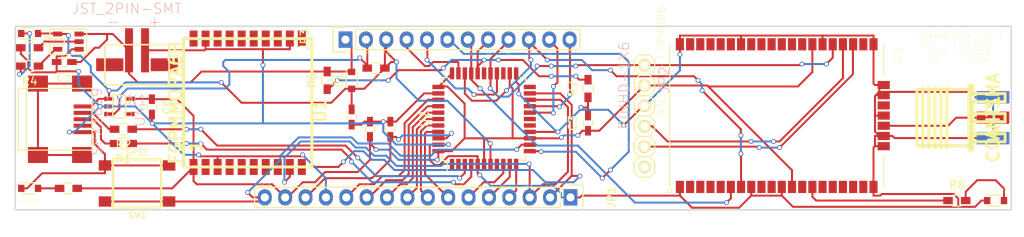
<source format=kicad_pcb>
(kicad_pcb (version 20171130) (host pcbnew "(5.1.12)-1")

  (general
    (thickness 1.6)
    (drawings 47)
    (tracks 712)
    (zones 0)
    (modules 31)
    (nets 84)
  )

  (page A4)
  (layers
    (0 F.Cu signal)
    (31 B.Cu signal)
    (32 B.Adhes user)
    (33 F.Adhes user hide)
    (34 B.Paste user)
    (35 F.Paste user)
    (36 B.SilkS user)
    (37 F.SilkS user)
    (38 B.Mask user)
    (39 F.Mask user)
    (40 Dwgs.User user)
    (41 Cmts.User user)
    (42 Eco1.User user)
    (43 Eco2.User user)
    (44 Edge.Cuts user)
    (45 Margin user)
    (46 B.CrtYd user)
    (47 F.CrtYd user)
    (48 B.Fab user)
    (49 F.Fab user)
  )

  (setup
    (last_trace_width 0.25)
    (trace_clearance 0.2)
    (zone_clearance 0.508)
    (zone_45_only no)
    (trace_min 0.2)
    (via_size 0.6)
    (via_drill 0.4)
    (via_min_size 0.4)
    (via_min_drill 0.3)
    (uvia_size 0.3)
    (uvia_drill 0.1)
    (uvias_allowed no)
    (uvia_min_size 0.2)
    (uvia_min_drill 0.1)
    (edge_width 0.15)
    (segment_width 0.2)
    (pcb_text_width 0.03)
    (pcb_text_size 0.635 0.635)
    (mod_edge_width 0.15)
    (mod_text_size 1 1)
    (mod_text_width 0.15)
    (pad_size 1.524 1.524)
    (pad_drill 0.762)
    (pad_to_mask_clearance 0.2)
    (aux_axis_origin 0 0)
    (visible_elements 7FFFFFFF)
    (pcbplotparams
      (layerselection 0x00030_80000001)
      (usegerberextensions false)
      (usegerberattributes true)
      (usegerberadvancedattributes true)
      (creategerberjobfile true)
      (excludeedgelayer true)
      (linewidth 0.100000)
      (plotframeref false)
      (viasonmask false)
      (mode 1)
      (useauxorigin false)
      (hpglpennumber 1)
      (hpglpenspeed 20)
      (hpglpendiameter 15.000000)
      (psnegative false)
      (psa4output false)
      (plotreference true)
      (plotvalue true)
      (plotinvisibletext false)
      (padsonsilk false)
      (subtractmaskfromsilk false)
      (outputformat 1)
      (mirror false)
      (drillshape 1)
      (scaleselection 1)
      (outputdirectory ""))
  )

  (net 0 "")
  (net 1 "Net-(ANT1-Pad1)")
  (net 2 GND)
  (net 3 3v3)
  (net 4 ARFF)
  (net 5 VBAT)
  (net 6 VBUS)
  (net 7 "Net-(D2-Pad1)")
  (net 8 "Net-(D3-Pad2)")
  (net 9 "Net-(D4-Pad2)")
  (net 10 /1)
  (net 11 /0)
  (net 12 /MISO)
  (net 13 /MOSI)
  (net 14 /SCK)
  (net 15 /A5)
  (net 16 /A4)
  (net 17 /A3)
  (net 18 /A2)
  (net 19 /A1)
  (net 20 /A0)
  (net 21 RST)
  (net 22 /6)
  (net 23 /TEST1)
  (net 24 /TEST0)
  (net 25 "Net-(JP2-Pad6)")
  (net 26 /EN)
  (net 27 /13)
  (net 28 /12)
  (net 29 /11)
  (net 30 /10)
  (net 31 9)
  (net 32 /5)
  (net 33 /3)
  (net 34 /2)
  (net 35 "Net-(P1-Pad2)")
  (net 36 "Net-(P1-Pad3)")
  (net 37 "Net-(P1-Pad4)")
  (net 38 "Net-(P1-Pad6)")
  (net 39 "Net-(R1-Pad1)")
  (net 40 "Net-(R2-Pad1)")
  (net 41 "Net-(R4-Pad1)")
  (net 42 "Net-(R5-Pad2)")
  (net 43 "Net-(R8-Pad1)")
  (net 44 "Net-(U1-Pad2)")
  (net 45 "Net-(U1-Pad4)")
  (net 46 "Net-(U1-Pad5)")
  (net 47 "Net-(U1-Pad6)")
  (net 48 "Net-(U1-Pad7)")
  (net 49 "Net-(U1-Pad11)")
  (net 50 "Net-(U1-Pad13)")
  (net 51 "Net-(U1-Pad14)")
  (net 52 "Net-(U1-Pad15)")
  (net 53 "Net-(U1-Pad16)")
  (net 54 "Net-(U1-Pad17)")
  (net 55 "Net-(U1-Pad18)")
  (net 56 "Net-(U1-Pad20)")
  (net 57 /D7)
  (net 58 "Net-(U2-Pad2)")
  (net 59 "Net-(U2-Pad8)")
  (net 60 "Net-(U2-Pad16)")
  (net 61 "Net-(U2-Pad17)")
  (net 62 "Net-(U2-Pad22)")
  (net 63 /D4)
  (net 64 /D8)
  (net 65 "Net-(U3-Pad2)")
  (net 66 "Net-(U3-Pad3)")
  (net 67 "Net-(U3-Pad4)")
  (net 68 "Net-(U3-Pad5)")
  (net 69 "Net-(U3-Pad9)")
  (net 70 "Net-(U3-Pad10)")
  (net 71 "Net-(U3-Pad13)")
  (net 72 "Net-(U3-Pad35)")
  (net 73 "Net-(U3-Pad36)")
  (net 74 "Net-(U3-Pad37)")
  (net 75 "Net-(U3-Pad38)")
  (net 76 "Net-(U3-Pad39)")
  (net 77 "Net-(U3-Pad40)")
  (net 78 "Net-(U3-Pad43)")
  (net 79 "Net-(U3-Pad44)")
  (net 80 "Net-(U3-Pad45)")
  (net 81 "Net-(U3-Pad46)")
  (net 82 "Net-(U4-Pad5)")
  (net 83 "Net-(U1-Pad8)")

  (net_class Default "This is the default net class."
    (clearance 0.2)
    (trace_width 0.25)
    (via_dia 0.6)
    (via_drill 0.4)
    (uvia_dia 0.3)
    (uvia_drill 0.1)
    (add_net /0)
    (add_net /1)
    (add_net /10)
    (add_net /11)
    (add_net /12)
    (add_net /13)
    (add_net /2)
    (add_net /3)
    (add_net /5)
    (add_net /6)
    (add_net /A0)
    (add_net /A1)
    (add_net /A2)
    (add_net /A3)
    (add_net /A4)
    (add_net /A5)
    (add_net /D4)
    (add_net /D7)
    (add_net /D8)
    (add_net /EN)
    (add_net /MISO)
    (add_net /MOSI)
    (add_net /SCK)
    (add_net /TEST0)
    (add_net /TEST1)
    (add_net 3v3)
    (add_net 9)
    (add_net ARFF)
    (add_net GND)
    (add_net "Net-(ANT1-Pad1)")
    (add_net "Net-(D2-Pad1)")
    (add_net "Net-(D3-Pad2)")
    (add_net "Net-(D4-Pad2)")
    (add_net "Net-(JP2-Pad6)")
    (add_net "Net-(P1-Pad2)")
    (add_net "Net-(P1-Pad3)")
    (add_net "Net-(P1-Pad4)")
    (add_net "Net-(P1-Pad6)")
    (add_net "Net-(R1-Pad1)")
    (add_net "Net-(R2-Pad1)")
    (add_net "Net-(R4-Pad1)")
    (add_net "Net-(R5-Pad2)")
    (add_net "Net-(R8-Pad1)")
    (add_net "Net-(U1-Pad11)")
    (add_net "Net-(U1-Pad13)")
    (add_net "Net-(U1-Pad14)")
    (add_net "Net-(U1-Pad15)")
    (add_net "Net-(U1-Pad16)")
    (add_net "Net-(U1-Pad17)")
    (add_net "Net-(U1-Pad18)")
    (add_net "Net-(U1-Pad2)")
    (add_net "Net-(U1-Pad20)")
    (add_net "Net-(U1-Pad4)")
    (add_net "Net-(U1-Pad5)")
    (add_net "Net-(U1-Pad6)")
    (add_net "Net-(U1-Pad7)")
    (add_net "Net-(U1-Pad8)")
    (add_net "Net-(U2-Pad16)")
    (add_net "Net-(U2-Pad17)")
    (add_net "Net-(U2-Pad2)")
    (add_net "Net-(U2-Pad22)")
    (add_net "Net-(U2-Pad8)")
    (add_net "Net-(U3-Pad10)")
    (add_net "Net-(U3-Pad13)")
    (add_net "Net-(U3-Pad2)")
    (add_net "Net-(U3-Pad3)")
    (add_net "Net-(U3-Pad35)")
    (add_net "Net-(U3-Pad36)")
    (add_net "Net-(U3-Pad37)")
    (add_net "Net-(U3-Pad38)")
    (add_net "Net-(U3-Pad39)")
    (add_net "Net-(U3-Pad4)")
    (add_net "Net-(U3-Pad40)")
    (add_net "Net-(U3-Pad43)")
    (add_net "Net-(U3-Pad44)")
    (add_net "Net-(U3-Pad45)")
    (add_net "Net-(U3-Pad46)")
    (add_net "Net-(U3-Pad5)")
    (add_net "Net-(U3-Pad9)")
    (add_net "Net-(U4-Pad5)")
    (add_net RST)
    (add_net VBAT)
    (add_net VBUS)
  )

  (module misc:CON-SMA-EDGE (layer F.Cu) (tedit 4D2E2BC5) (tstamp 58631F33)
    (at 248.1 55.2 270)
    (path /5864678E)
    (fp_text reference ANT1 (at 0 0 270) (layer F.SilkS)
      (effects (font (size 1.524 1.524) (thickness 0.3048)))
    )
    (fp_text value CON-SMA (at 0 0 270) (layer F.SilkS)
      (effects (font (size 1.524 1.524) (thickness 0.3048)))
    )
    (fp_line (start 3.50012 2.49936) (end 3.50012 8.99922) (layer F.SilkS) (width 0.381))
    (fp_line (start -4.0005 2.49936) (end 4.0005 2.49936) (layer F.SilkS) (width 0.381))
    (fp_line (start -3.50012 9.4996) (end -3.50012 2.49936) (layer F.SilkS) (width 0.381))
    (fp_line (start -1.99898 -1.50114) (end -1.99898 2.49936) (layer F.SilkS) (width 0.381))
    (fp_line (start -2.99974 -1.50114) (end -1.99898 -1.50114) (layer F.SilkS) (width 0.381))
    (fp_line (start -2.99974 2.49936) (end -2.99974 -1.50114) (layer F.SilkS) (width 0.381))
    (fp_line (start 0.50038 -1.50114) (end 0.50038 2.49936) (layer F.SilkS) (width 0.381))
    (fp_line (start -0.50038 -1.50114) (end 0.50038 -1.50114) (layer F.SilkS) (width 0.381))
    (fp_line (start -0.50038 2.49936) (end -0.50038 -1.50114) (layer F.SilkS) (width 0.381))
    (fp_line (start 2.99974 -1.50114) (end 2.99974 2.49936) (layer F.SilkS) (width 0.381))
    (fp_line (start 1.99898 -1.50114) (end 2.99974 -1.50114) (layer F.SilkS) (width 0.381))
    (fp_line (start 1.99898 2.49936) (end 1.99898 -1.50114) (layer F.SilkS) (width 0.381))
    (fp_line (start -4.0005 2.99974) (end 4.0005 2.99974) (layer F.SilkS) (width 0.381))
    (fp_line (start 4.0005 2.75082) (end -4.0005 2.75082) (layer F.SilkS) (width 0.381))
    (fp_line (start 4.0005 2.99974) (end 4.0005 2.49936) (layer F.SilkS) (width 0.381))
    (fp_line (start -4.0005 2.99974) (end -4.0005 2.49936) (layer F.SilkS) (width 0.381))
    (fp_line (start 3.50012 9.4996) (end 3.50012 8.99922) (layer F.SilkS) (width 0.381))
    (fp_line (start -3.50012 9.4996) (end 3.50012 9.4996) (layer F.SilkS) (width 0.381))
    (fp_line (start 3.74904 6.49986) (end -3.74904 6.49986) (layer F.SilkS) (width 0.381))
    (fp_line (start -3.74904 5.75056) (end 3.74904 5.75056) (layer F.SilkS) (width 0.381))
    (fp_line (start 3.74904 7.24916) (end -3.74904 7.24916) (layer F.SilkS) (width 0.381))
    (fp_line (start -3.74904 8.001) (end 3.74904 8.001) (layer F.SilkS) (width 0.381))
    (fp_line (start 3.74904 8.7503) (end -3.74904 8.7503) (layer F.SilkS) (width 0.381))
    (pad 1 smd rect (at 0 0 270) (size 1.524 4.064) (layers F.Cu F.Paste F.Mask)
      (net 1 "Net-(ANT1-Pad1)"))
    (pad 2 smd rect (at -2.54 0 270) (size 1.524 4.064) (layers F.Cu F.Paste F.Mask)
      (net 2 GND))
    (pad 4 smd rect (at 2.54 0 270) (size 1.524 4.064) (layers F.Cu F.Paste F.Mask)
      (net 2 GND))
    (pad 3 smd rect (at -2.54 0 270) (size 1.524 4.064) (layers B.Cu B.Paste B.Mask)
      (net 2 GND))
    (pad 5 smd rect (at 2.54 0 270) (size 1.524 4.064) (layers B.Cu B.Paste B.Mask)
      (net 2 GND))
  )

  (module Pin_Headers:Pin_Header_Straight_1x16 (layer F.Cu) (tedit 0) (tstamp 58631F8B)
    (at 195.423 65.1358 270)
    (descr "Through hole pin header")
    (tags "pin header")
    (path /5863988A)
    (fp_text reference JP1 (at 0 -5.1 270) (layer F.SilkS)
      (effects (font (size 1 1) (thickness 0.15)))
    )
    (fp_text value CONN_01X16 (at 0 -3.1 270) (layer F.Fab)
      (effects (font (size 1 1) (thickness 0.15)))
    )
    (fp_line (start -1.55 -1.55) (end 1.55 -1.55) (layer F.SilkS) (width 0.15))
    (fp_line (start -1.55 0) (end -1.55 -1.55) (layer F.SilkS) (width 0.15))
    (fp_line (start 1.27 1.27) (end -1.27 1.27) (layer F.SilkS) (width 0.15))
    (fp_line (start 1.55 -1.55) (end 1.55 0) (layer F.SilkS) (width 0.15))
    (fp_line (start 1.27 39.37) (end 1.27 1.27) (layer F.SilkS) (width 0.15))
    (fp_line (start -1.27 39.37) (end 1.27 39.37) (layer F.SilkS) (width 0.15))
    (fp_line (start -1.27 1.27) (end -1.27 39.37) (layer F.SilkS) (width 0.15))
    (fp_line (start -1.75 39.85) (end 1.75 39.85) (layer F.CrtYd) (width 0.05))
    (fp_line (start -1.75 -1.75) (end 1.75 -1.75) (layer F.CrtYd) (width 0.05))
    (fp_line (start 1.75 -1.75) (end 1.75 39.85) (layer F.CrtYd) (width 0.05))
    (fp_line (start -1.75 -1.75) (end -1.75 39.85) (layer F.CrtYd) (width 0.05))
    (pad 1 thru_hole rect (at 0 0 270) (size 2.032 1.7272) (drill 1.016) (layers *.Cu *.Mask)
      (net 2 GND))
    (pad 2 thru_hole oval (at 0 2.54 270) (size 2.032 1.7272) (drill 1.016) (layers *.Cu *.Mask)
      (net 10 /1))
    (pad 3 thru_hole oval (at 0 5.08 270) (size 2.032 1.7272) (drill 1.016) (layers *.Cu *.Mask)
      (net 11 /0))
    (pad 4 thru_hole oval (at 0 7.62 270) (size 2.032 1.7272) (drill 1.016) (layers *.Cu *.Mask)
      (net 12 /MISO))
    (pad 5 thru_hole oval (at 0 10.16 270) (size 2.032 1.7272) (drill 1.016) (layers *.Cu *.Mask)
      (net 13 /MOSI))
    (pad 6 thru_hole oval (at 0 12.7 270) (size 2.032 1.7272) (drill 1.016) (layers *.Cu *.Mask)
      (net 14 /SCK))
    (pad 7 thru_hole oval (at 0 15.24 270) (size 2.032 1.7272) (drill 1.016) (layers *.Cu *.Mask)
      (net 15 /A5))
    (pad 8 thru_hole oval (at 0 17.78 270) (size 2.032 1.7272) (drill 1.016) (layers *.Cu *.Mask)
      (net 16 /A4))
    (pad 9 thru_hole oval (at 0 20.32 270) (size 2.032 1.7272) (drill 1.016) (layers *.Cu *.Mask)
      (net 17 /A3))
    (pad 10 thru_hole oval (at 0 22.86 270) (size 2.032 1.7272) (drill 1.016) (layers *.Cu *.Mask)
      (net 18 /A2))
    (pad 11 thru_hole oval (at 0 25.4 270) (size 2.032 1.7272) (drill 1.016) (layers *.Cu *.Mask)
      (net 19 /A1))
    (pad 12 thru_hole oval (at 0 27.94 270) (size 2.032 1.7272) (drill 1.016) (layers *.Cu *.Mask)
      (net 20 /A0))
    (pad 13 thru_hole oval (at 0 30.48 270) (size 2.032 1.7272) (drill 1.016) (layers *.Cu *.Mask)
      (net 2 GND))
    (pad 14 thru_hole oval (at 0 33.02 270) (size 2.032 1.7272) (drill 1.016) (layers *.Cu *.Mask)
      (net 4 ARFF))
    (pad 15 thru_hole oval (at 0 35.56 270) (size 2.032 1.7272) (drill 1.016) (layers *.Cu *.Mask)
      (net 3 3v3))
    (pad 16 thru_hole oval (at 0 38.1 270) (size 2.032 1.7272) (drill 1.016) (layers *.Cu *.Mask)
      (net 21 RST))
    (model Pin_Headers.3dshapes/Pin_Header_Straight_1x16.wrl
      (offset (xyz 0 -19.04999971389771 0))
      (scale (xyz 1 1 1))
      (rotate (xyz 0 0 90))
    )
  )

  (module adafruit:adafruit-1X06 (layer F.Cu) (tedit 200000) (tstamp 58631F95)
    (at 204.65 55 270)
    (descr "PIN HEADER")
    (tags "PIN HEADER")
    (path /58642B24)
    (attr virtual)
    (fp_text reference JP2 (at -4.5212 -2.4638 270) (layer B.SilkS)
      (effects (font (size 1.27 1.27) (thickness 0.0889)))
    )
    (fp_text value PINHD-1X6 (at -3.81 2.54 270) (layer B.SilkS)
      (effects (font (size 1.27 1.27) (thickness 0.0889)))
    )
    (fp_line (start 6.985 1.27) (end 5.715 1.27) (layer F.SilkS) (width 0.1524))
    (fp_line (start 5.08 0.635) (end 5.715 1.27) (layer F.SilkS) (width 0.1524))
    (fp_line (start 5.715 -1.27) (end 5.08 -0.635) (layer F.SilkS) (width 0.1524))
    (fp_line (start 7.62 0.635) (end 6.985 1.27) (layer F.SilkS) (width 0.1524))
    (fp_line (start 7.62 -0.635) (end 7.62 0.635) (layer F.SilkS) (width 0.1524))
    (fp_line (start 6.985 -1.27) (end 7.62 -0.635) (layer F.SilkS) (width 0.1524))
    (fp_line (start 5.715 -1.27) (end 6.985 -1.27) (layer F.SilkS) (width 0.1524))
    (fp_line (start -5.715 1.27) (end -6.985 1.27) (layer F.SilkS) (width 0.1524))
    (fp_line (start -7.62 0.635) (end -6.985 1.27) (layer F.SilkS) (width 0.1524))
    (fp_line (start -6.985 -1.27) (end -7.62 -0.635) (layer F.SilkS) (width 0.1524))
    (fp_line (start -7.62 -0.635) (end -7.62 0.635) (layer F.SilkS) (width 0.1524))
    (fp_line (start -4.445 1.27) (end -5.08 0.635) (layer F.SilkS) (width 0.1524))
    (fp_line (start -3.175 1.27) (end -4.445 1.27) (layer F.SilkS) (width 0.1524))
    (fp_line (start -2.54 0.635) (end -3.175 1.27) (layer F.SilkS) (width 0.1524))
    (fp_line (start -2.54 -0.635) (end -2.54 0.635) (layer F.SilkS) (width 0.1524))
    (fp_line (start -3.175 -1.27) (end -2.54 -0.635) (layer F.SilkS) (width 0.1524))
    (fp_line (start -4.445 -1.27) (end -3.175 -1.27) (layer F.SilkS) (width 0.1524))
    (fp_line (start -5.08 -0.635) (end -4.445 -1.27) (layer F.SilkS) (width 0.1524))
    (fp_line (start -5.08 0.635) (end -5.715 1.27) (layer F.SilkS) (width 0.1524))
    (fp_line (start -5.08 -0.635) (end -5.08 0.635) (layer F.SilkS) (width 0.1524))
    (fp_line (start -5.715 -1.27) (end -5.08 -0.635) (layer F.SilkS) (width 0.1524))
    (fp_line (start -6.985 -1.27) (end -5.715 -1.27) (layer F.SilkS) (width 0.1524))
    (fp_line (start 1.905 1.27) (end 0.635 1.27) (layer F.SilkS) (width 0.1524))
    (fp_line (start 0 0.635) (end 0.635 1.27) (layer F.SilkS) (width 0.1524))
    (fp_line (start 0.635 -1.27) (end 0 -0.635) (layer F.SilkS) (width 0.1524))
    (fp_line (start -1.905 1.27) (end -2.54 0.635) (layer F.SilkS) (width 0.1524))
    (fp_line (start -0.635 1.27) (end -1.905 1.27) (layer F.SilkS) (width 0.1524))
    (fp_line (start 0 0.635) (end -0.635 1.27) (layer F.SilkS) (width 0.1524))
    (fp_line (start 0 -0.635) (end 0 0.635) (layer F.SilkS) (width 0.1524))
    (fp_line (start -0.635 -1.27) (end 0 -0.635) (layer F.SilkS) (width 0.1524))
    (fp_line (start -1.905 -1.27) (end -0.635 -1.27) (layer F.SilkS) (width 0.1524))
    (fp_line (start -2.54 -0.635) (end -1.905 -1.27) (layer F.SilkS) (width 0.1524))
    (fp_line (start 3.175 1.27) (end 2.54 0.635) (layer F.SilkS) (width 0.1524))
    (fp_line (start 4.445 1.27) (end 3.175 1.27) (layer F.SilkS) (width 0.1524))
    (fp_line (start 5.08 0.635) (end 4.445 1.27) (layer F.SilkS) (width 0.1524))
    (fp_line (start 5.08 -0.635) (end 5.08 0.635) (layer F.SilkS) (width 0.1524))
    (fp_line (start 4.445 -1.27) (end 5.08 -0.635) (layer F.SilkS) (width 0.1524))
    (fp_line (start 3.175 -1.27) (end 4.445 -1.27) (layer F.SilkS) (width 0.1524))
    (fp_line (start 2.54 -0.635) (end 3.175 -1.27) (layer F.SilkS) (width 0.1524))
    (fp_line (start 2.54 0.635) (end 1.905 1.27) (layer F.SilkS) (width 0.1524))
    (fp_line (start 2.54 -0.635) (end 2.54 0.635) (layer F.SilkS) (width 0.1524))
    (fp_line (start 1.905 -1.27) (end 2.54 -0.635) (layer F.SilkS) (width 0.1524))
    (fp_line (start 0.635 -1.27) (end 1.905 -1.27) (layer F.SilkS) (width 0.1524))
    (fp_line (start 6.096 0.254) (end 6.096 -0.254) (layer F.SilkS) (width 0.06604))
    (fp_line (start 6.096 -0.254) (end 6.604 -0.254) (layer F.SilkS) (width 0.06604))
    (fp_line (start 6.604 0.254) (end 6.604 -0.254) (layer F.SilkS) (width 0.06604))
    (fp_line (start 6.096 0.254) (end 6.604 0.254) (layer F.SilkS) (width 0.06604))
    (fp_line (start -6.604 0.254) (end -6.604 -0.254) (layer F.SilkS) (width 0.06604))
    (fp_line (start -6.604 -0.254) (end -6.096 -0.254) (layer F.SilkS) (width 0.06604))
    (fp_line (start -6.096 0.254) (end -6.096 -0.254) (layer F.SilkS) (width 0.06604))
    (fp_line (start -6.604 0.254) (end -6.096 0.254) (layer F.SilkS) (width 0.06604))
    (fp_line (start -4.064 0.254) (end -4.064 -0.254) (layer F.SilkS) (width 0.06604))
    (fp_line (start -4.064 -0.254) (end -3.556 -0.254) (layer F.SilkS) (width 0.06604))
    (fp_line (start -3.556 0.254) (end -3.556 -0.254) (layer F.SilkS) (width 0.06604))
    (fp_line (start -4.064 0.254) (end -3.556 0.254) (layer F.SilkS) (width 0.06604))
    (fp_line (start -1.524 0.254) (end -1.524 -0.254) (layer F.SilkS) (width 0.06604))
    (fp_line (start -1.524 -0.254) (end -1.016 -0.254) (layer F.SilkS) (width 0.06604))
    (fp_line (start -1.016 0.254) (end -1.016 -0.254) (layer F.SilkS) (width 0.06604))
    (fp_line (start -1.524 0.254) (end -1.016 0.254) (layer F.SilkS) (width 0.06604))
    (fp_line (start 1.016 0.254) (end 1.016 -0.254) (layer F.SilkS) (width 0.06604))
    (fp_line (start 1.016 -0.254) (end 1.524 -0.254) (layer F.SilkS) (width 0.06604))
    (fp_line (start 1.524 0.254) (end 1.524 -0.254) (layer F.SilkS) (width 0.06604))
    (fp_line (start 1.016 0.254) (end 1.524 0.254) (layer F.SilkS) (width 0.06604))
    (fp_line (start 3.556 0.254) (end 3.556 -0.254) (layer F.SilkS) (width 0.06604))
    (fp_line (start 3.556 -0.254) (end 4.064 -0.254) (layer F.SilkS) (width 0.06604))
    (fp_line (start 4.064 0.254) (end 4.064 -0.254) (layer F.SilkS) (width 0.06604))
    (fp_line (start 3.556 0.254) (end 4.064 0.254) (layer F.SilkS) (width 0.06604))
    (pad 1 thru_hole circle (at -6.35 0 270) (size 1.524 3.048) (drill 1.016) (layers *.Cu F.Paste F.SilkS F.Mask)
      (net 22 /6))
    (pad 2 thru_hole circle (at -3.81 0 270) (size 1.524 3.048) (drill 1.016) (layers *.Cu F.Paste F.SilkS F.Mask)
      (net 3 3v3))
    (pad 3 thru_hole circle (at -1.27 0 270) (size 1.524 3.048) (drill 1.016) (layers *.Cu F.Paste F.SilkS F.Mask)
      (net 2 GND))
    (pad 4 thru_hole circle (at 1.27 0 270) (size 1.524 3.048) (drill 1.016) (layers *.Cu F.Paste F.SilkS F.Mask)
      (net 23 /TEST1))
    (pad 5 thru_hole circle (at 3.81 0 270) (size 1.524 3.048) (drill 1.016) (layers *.Cu F.Paste F.SilkS F.Mask)
      (net 24 /TEST0))
    (pad 6 thru_hole circle (at 6.35 0 270) (size 1.524 3.048) (drill 1.016) (layers *.Cu F.Paste F.SilkS F.Mask)
      (net 25 "Net-(JP2-Pad6)"))
  )

  (module open-project:SW_PUSH_SMD (layer F.Cu) (tedit 514E2F98) (tstamp 58631FF0)
    (at 141.4 63.4 180)
    (path /5862D6FA)
    (fp_text reference SW1 (at -0.05 -3.95 180) (layer F.SilkS)
      (effects (font (size 0.762 0.762) (thickness 0.127)))
    )
    (fp_text value SPST (at 0 3.85 180) (layer F.SilkS)
      (effects (font (size 0.762 0.762) (thickness 0.127)))
    )
    (fp_line (start -2.99974 2.99974) (end -2.99974 -2.99974) (layer F.SilkS) (width 0.29972))
    (fp_line (start 2.99974 2.99974) (end -2.99974 2.99974) (layer F.SilkS) (width 0.29972))
    (fp_line (start 2.99974 -2.99974) (end 2.99974 2.99974) (layer F.SilkS) (width 0.29972))
    (fp_line (start -2.99974 -2.99974) (end 2.99974 -2.99974) (layer F.SilkS) (width 0.29972))
    (pad 1 smd rect (at -3.99796 -2.2479 180) (size 1.5494 1.2954) (layers F.Cu F.Paste F.Mask)
      (net 21 RST))
    (pad 1 smd rect (at 3.99796 -2.2479 180) (size 1.5494 1.2954) (layers F.Cu F.Paste F.Mask)
      (net 21 RST))
    (pad 2 smd rect (at 3.99796 2.2479 180) (size 1.5494 1.2954) (layers F.Cu F.Paste F.Mask)
      (net 2 GND))
    (pad 2 smd rect (at -3.99796 2.2479 180) (size 1.5494 1.2954) (layers F.Cu F.Paste F.Mask)
      (net 2 GND))
  )

  (module FGPMMOPA6H:FGPMMOPA6H (layer F.Cu) (tedit 50BDFD05) (tstamp 58632008)
    (at 155.194 53.34 90)
    (path /5862B1DC)
    (fp_text reference U1 (at -1.00076 8.99922 90) (layer F.SilkS)
      (effects (font (size 1.524 1.524) (thickness 0.3048)))
    )
    (fp_text value FGPMMOPA6H (at 0 -8.99922 90) (layer F.SilkS)
      (effects (font (size 1.524 1.524) (thickness 0.3048)))
    )
    (fp_line (start -8.001 8.001) (end -8.001 0) (layer F.SilkS) (width 0.381))
    (fp_line (start 8.001 8.001) (end -8.001 8.001) (layer F.SilkS) (width 0.381))
    (fp_line (start 8.001 5.99948) (end 8.001 8.001) (layer F.SilkS) (width 0.381))
    (fp_line (start 8.001 -8.001) (end 8.001 5.99948) (layer F.SilkS) (width 0.381))
    (fp_line (start -8.001 -8.001) (end 8.001 -8.001) (layer F.SilkS) (width 0.381))
    (fp_line (start -8.001 0) (end -8.001 -8.001) (layer F.SilkS) (width 0.381))
    (fp_text user 1 (at -5.3848 -6.5024 90) (layer F.SilkS)
      (effects (font (size 1.524 1.524) (thickness 0.3048)))
    )
    (pad 1 smd rect (at -8.001 -6.74878 90) (size 1.99898 1.00076) (layers F.Cu F.Paste F.Mask)
      (net 3 3v3))
    (pad 2 smd rect (at -8.001 -5.25018 90) (size 1.99898 1.00076) (layers F.Cu F.Paste F.Mask)
      (net 44 "Net-(U1-Pad2)"))
    (pad 3 smd rect (at -8.001 -3.74904 90) (size 1.99898 1.00076) (layers F.Cu F.Paste F.Mask)
      (net 2 GND))
    (pad 4 smd rect (at -8.001 -2.25044 90) (size 1.99898 1.00076) (layers F.Cu F.Paste F.Mask)
      (net 45 "Net-(U1-Pad4)"))
    (pad 5 smd rect (at -8.001 -0.7493 90) (size 1.99898 1.00076) (layers F.Cu F.Paste F.Mask)
      (net 46 "Net-(U1-Pad5)"))
    (pad 6 smd rect (at -8.001 0.7493 90) (size 1.99898 1.00076) (layers F.Cu F.Paste F.Mask)
      (net 47 "Net-(U1-Pad6)"))
    (pad 7 smd rect (at -8.001 2.25044 90) (size 1.99898 1.00076) (layers F.Cu F.Paste F.Mask)
      (net 48 "Net-(U1-Pad7)"))
    (pad 8 smd rect (at -8.001 3.74904 90) (size 1.99898 1.00076) (layers F.Cu F.Paste F.Mask)
      (net 83 "Net-(U1-Pad8)"))
    (pad 9 smd rect (at -8.001 5.25018 90) (size 1.99898 1.00076) (layers F.Cu F.Paste F.Mask)
      (net 11 /0))
    (pad 10 smd rect (at -8.001 6.74878 90) (size 1.99898 1.00076) (layers F.Cu F.Paste F.Mask)
      (net 10 /1))
    (pad 11 smd rect (at 8.001 6.74878 90) (size 1.99898 1.00076) (layers F.Cu F.Paste F.Mask)
      (net 49 "Net-(U1-Pad11)"))
    (pad 12 smd rect (at 8.001 5.25018 90) (size 1.99898 1.00076) (layers F.Cu F.Paste F.Mask)
      (net 2 GND))
    (pad 13 smd rect (at 8.001 3.74904 90) (size 1.99898 1.00076) (layers F.Cu F.Paste F.Mask)
      (net 50 "Net-(U1-Pad13)"))
    (pad 14 smd rect (at 8.001 2.25044 90) (size 1.99898 1.00076) (layers F.Cu F.Paste F.Mask)
      (net 51 "Net-(U1-Pad14)"))
    (pad 15 smd rect (at 8.001 0.7493 90) (size 1.99898 1.00076) (layers F.Cu F.Paste F.Mask)
      (net 52 "Net-(U1-Pad15)"))
    (pad 16 smd rect (at 8.001 -0.7493 90) (size 1.99898 1.00076) (layers F.Cu F.Paste F.Mask)
      (net 53 "Net-(U1-Pad16)"))
    (pad 17 smd rect (at 8.001 -2.25044 90) (size 1.99898 1.00076) (layers F.Cu F.Paste F.Mask)
      (net 54 "Net-(U1-Pad17)"))
    (pad 18 smd rect (at 8.001 -3.74904 90) (size 1.99898 1.00076) (layers F.Cu F.Paste F.Mask)
      (net 55 "Net-(U1-Pad18)"))
    (pad 19 smd rect (at 8.001 -5.25018 90) (size 1.99898 1.00076) (layers F.Cu F.Paste F.Mask)
      (net 2 GND))
    (pad 20 smd rect (at 8.001 -6.74878 90) (size 1.99898 1.00076) (layers F.Cu F.Paste F.Mask)
      (net 56 "Net-(U1-Pad20)"))
  )

  (module Housings_QFP:TQFP-44_10x10mm_Pitch0.8mm (layer F.Cu) (tedit 54130A77) (tstamp 58632038)
    (at 184.658 55.372 90)
    (descr "44-Lead Plastic Thin Quad Flatpack (PT) - 10x10x1.0 mm Body [TQFP] (see Microchip Packaging Specification 00000049BS.pdf)")
    (tags "QFP 0.8")
    (path /5862A4D5)
    (attr smd)
    (fp_text reference U2 (at 0 -7.45 90) (layer F.SilkS)
      (effects (font (size 1 1) (thickness 0.15)))
    )
    (fp_text value ATmega32U4-AU (at 0 7.45 90) (layer F.Fab)
      (effects (font (size 1 1) (thickness 0.15)))
    )
    (fp_line (start -5.175 -4.6) (end -6.45 -4.6) (layer F.SilkS) (width 0.15))
    (fp_line (start 5.175 -5.175) (end 4.5 -5.175) (layer F.SilkS) (width 0.15))
    (fp_line (start 5.175 5.175) (end 4.5 5.175) (layer F.SilkS) (width 0.15))
    (fp_line (start -5.175 5.175) (end -4.5 5.175) (layer F.SilkS) (width 0.15))
    (fp_line (start -5.175 -5.175) (end -4.5 -5.175) (layer F.SilkS) (width 0.15))
    (fp_line (start -5.175 5.175) (end -5.175 4.5) (layer F.SilkS) (width 0.15))
    (fp_line (start 5.175 5.175) (end 5.175 4.5) (layer F.SilkS) (width 0.15))
    (fp_line (start 5.175 -5.175) (end 5.175 -4.5) (layer F.SilkS) (width 0.15))
    (fp_line (start -5.175 -5.175) (end -5.175 -4.6) (layer F.SilkS) (width 0.15))
    (fp_line (start -6.7 6.7) (end 6.7 6.7) (layer F.CrtYd) (width 0.05))
    (fp_line (start -6.7 -6.7) (end 6.7 -6.7) (layer F.CrtYd) (width 0.05))
    (fp_line (start 6.7 -6.7) (end 6.7 6.7) (layer F.CrtYd) (width 0.05))
    (fp_line (start -6.7 -6.7) (end -6.7 6.7) (layer F.CrtYd) (width 0.05))
    (fp_line (start -5 -4) (end -4 -5) (layer F.Fab) (width 0.15))
    (fp_line (start -5 5) (end -5 -4) (layer F.Fab) (width 0.15))
    (fp_line (start 5 5) (end -5 5) (layer F.Fab) (width 0.15))
    (fp_line (start 5 -5) (end 5 5) (layer F.Fab) (width 0.15))
    (fp_line (start -4 -5) (end 5 -5) (layer F.Fab) (width 0.15))
    (fp_text user %R (at 0 0 90) (layer F.Fab)
      (effects (font (size 1 1) (thickness 0.15)))
    )
    (pad 1 smd rect (at -5.7 -4 90) (size 1.5 0.55) (layers F.Cu F.Paste F.Mask)
      (net 57 /D7))
    (pad 2 smd rect (at -5.7 -3.2 90) (size 1.5 0.55) (layers F.Cu F.Paste F.Mask)
      (net 58 "Net-(U2-Pad2)"))
    (pad 3 smd rect (at -5.7 -2.4 90) (size 1.5 0.55) (layers F.Cu F.Paste F.Mask)
      (net 40 "Net-(R2-Pad1)"))
    (pad 4 smd rect (at -5.7 -1.6 90) (size 1.5 0.55) (layers F.Cu F.Paste F.Mask)
      (net 39 "Net-(R1-Pad1)"))
    (pad 5 smd rect (at -5.7 -0.8 90) (size 1.5 0.55) (layers F.Cu F.Paste F.Mask)
      (net 2 GND))
    (pad 6 smd rect (at -5.7 0 90) (size 1.5 0.55) (layers F.Cu F.Paste F.Mask)
      (net 3 3v3))
    (pad 7 smd rect (at -5.7 0.8 90) (size 1.5 0.55) (layers F.Cu F.Paste F.Mask)
      (net 6 VBUS))
    (pad 8 smd rect (at -5.7 1.6 90) (size 1.5 0.55) (layers F.Cu F.Paste F.Mask)
      (net 59 "Net-(U2-Pad8)"))
    (pad 9 smd rect (at -5.7 2.4 90) (size 1.5 0.55) (layers F.Cu F.Paste F.Mask)
      (net 14 /SCK))
    (pad 10 smd rect (at -5.7 3.2 90) (size 1.5 0.55) (layers F.Cu F.Paste F.Mask)
      (net 13 /MOSI))
    (pad 11 smd rect (at -5.7 4 90) (size 1.5 0.55) (layers F.Cu F.Paste F.Mask)
      (net 12 /MISO))
    (pad 12 smd rect (at -4 5.7 180) (size 1.5 0.55) (layers F.Cu F.Paste F.Mask)
      (net 29 /11))
    (pad 13 smd rect (at -3.2 5.7 180) (size 1.5 0.55) (layers F.Cu F.Paste F.Mask)
      (net 21 RST))
    (pad 14 smd rect (at -2.4 5.7 180) (size 1.5 0.55) (layers F.Cu F.Paste F.Mask)
      (net 3 3v3))
    (pad 15 smd rect (at -1.6 5.7 180) (size 1.5 0.55) (layers F.Cu F.Paste F.Mask)
      (net 2 GND))
    (pad 16 smd rect (at -0.8 5.7 180) (size 1.5 0.55) (layers F.Cu F.Paste F.Mask)
      (net 60 "Net-(U2-Pad16)"))
    (pad 17 smd rect (at 0 5.7 180) (size 1.5 0.55) (layers F.Cu F.Paste F.Mask)
      (net 61 "Net-(U2-Pad17)"))
    (pad 18 smd rect (at 0.8 5.7 180) (size 1.5 0.55) (layers F.Cu F.Paste F.Mask)
      (net 33 /3))
    (pad 19 smd rect (at 1.6 5.7 180) (size 1.5 0.55) (layers F.Cu F.Paste F.Mask)
      (net 34 /2))
    (pad 20 smd rect (at 2.4 5.7 180) (size 1.5 0.55) (layers F.Cu F.Paste F.Mask)
      (net 11 /0))
    (pad 21 smd rect (at 3.2 5.7 180) (size 1.5 0.55) (layers F.Cu F.Paste F.Mask)
      (net 10 /1))
    (pad 22 smd rect (at 4 5.7 180) (size 1.5 0.55) (layers F.Cu F.Paste F.Mask)
      (net 62 "Net-(U2-Pad22)"))
    (pad 23 smd rect (at 5.7 4 90) (size 1.5 0.55) (layers F.Cu F.Paste F.Mask)
      (net 2 GND))
    (pad 24 smd rect (at 5.7 3.2 90) (size 1.5 0.55) (layers F.Cu F.Paste F.Mask)
      (net 3 3v3))
    (pad 25 smd rect (at 5.7 2.4 90) (size 1.5 0.55) (layers F.Cu F.Paste F.Mask)
      (net 63 /D4))
    (pad 26 smd rect (at 5.7 1.6 90) (size 1.5 0.55) (layers F.Cu F.Paste F.Mask)
      (net 28 /12))
    (pad 27 smd rect (at 5.7 0.8 90) (size 1.5 0.55) (layers F.Cu F.Paste F.Mask)
      (net 22 /6))
    (pad 28 smd rect (at 5.7 0 90) (size 1.5 0.55) (layers F.Cu F.Paste F.Mask)
      (net 64 /D8))
    (pad 29 smd rect (at 5.7 -0.8 90) (size 1.5 0.55) (layers F.Cu F.Paste F.Mask)
      (net 31 9))
    (pad 30 smd rect (at 5.7 -1.6 90) (size 1.5 0.55) (layers F.Cu F.Paste F.Mask)
      (net 30 /10))
    (pad 31 smd rect (at 5.7 -2.4 90) (size 1.5 0.55) (layers F.Cu F.Paste F.Mask)
      (net 32 /5))
    (pad 32 smd rect (at 5.7 -3.2 90) (size 1.5 0.55) (layers F.Cu F.Paste F.Mask)
      (net 27 /13))
    (pad 33 smd rect (at 5.7 -4 90) (size 1.5 0.55) (layers F.Cu F.Paste F.Mask)
      (net 3 3v3))
    (pad 34 smd rect (at 4 -5.7 180) (size 1.5 0.55) (layers F.Cu F.Paste F.Mask)
      (net 3 3v3))
    (pad 35 smd rect (at 3.2 -5.7 180) (size 1.5 0.55) (layers F.Cu F.Paste F.Mask)
      (net 2 GND))
    (pad 36 smd rect (at 2.4 -5.7 180) (size 1.5 0.55) (layers F.Cu F.Paste F.Mask)
      (net 20 /A0))
    (pad 37 smd rect (at 1.6 -5.7 180) (size 1.5 0.55) (layers F.Cu F.Paste F.Mask)
      (net 19 /A1))
    (pad 38 smd rect (at 0.8 -5.7 180) (size 1.5 0.55) (layers F.Cu F.Paste F.Mask)
      (net 18 /A2))
    (pad 39 smd rect (at 0 -5.7 180) (size 1.5 0.55) (layers F.Cu F.Paste F.Mask)
      (net 17 /A3))
    (pad 40 smd rect (at -0.8 -5.7 180) (size 1.5 0.55) (layers F.Cu F.Paste F.Mask)
      (net 16 /A4))
    (pad 41 smd rect (at -1.6 -5.7 180) (size 1.5 0.55) (layers F.Cu F.Paste F.Mask)
      (net 15 /A5))
    (pad 42 smd rect (at -2.4 -5.7 180) (size 1.5 0.55) (layers F.Cu F.Paste F.Mask)
      (net 4 ARFF))
    (pad 43 smd rect (at -3.2 -5.7 180) (size 1.5 0.55) (layers F.Cu F.Paste F.Mask)
      (net 2 GND))
    (pad 44 smd rect (at -4 -5.7 180) (size 1.5 0.55) (layers F.Cu F.Paste F.Mask)
      (net 3 3v3))
    (model Housings_QFP.3dshapes/TQFP-44_10x10mm_Pitch0.8mm.wrl
      (at (xyz 0 0 0))
      (scale (xyz 1 1 1))
      (rotate (xyz 0 0 0))
    )
  )

  (module RN2903-I_RM095:XCVR_RN2903-I%2fRM095 (layer F.Cu) (tedit 0) (tstamp 5863206B)
    (at 221.132 54.9402 270)
    (path /5862A0BC)
    (solder_mask_margin 0.1)
    (attr smd)
    (fp_text reference U3 (at -7.46 -15.135 270) (layer F.SilkS)
      (effects (font (size 1 1) (thickness 0.05)))
    )
    (fp_text value RN2903-I/RM095 (at -6.825 14.365 270) (layer F.SilkS)
      (effects (font (size 1 1) (thickness 0.05)))
    )
    (fp_circle (center 9.43 13.315) (end 9.684 13.315) (layer F.SilkS) (width 0.1))
    (fp_line (start -10 -14.5) (end -10 13.75) (layer Dwgs.User) (width 0.05))
    (fp_line (start 10 -14.5) (end -10 -14.5) (layer Dwgs.User) (width 0.05))
    (fp_line (start 10 13.75) (end 10 -14.5) (layer Dwgs.User) (width 0.05))
    (fp_line (start -10 13.75) (end 10 13.75) (layer Dwgs.User) (width 0.05))
    (fp_line (start 5.08 -13.335) (end 8.89 -13.335) (layer F.SilkS) (width 0.127))
    (fp_line (start -8.89 -13.335) (end -5.08 -13.335) (layer F.SilkS) (width 0.127))
    (fp_line (start -8.89 13.335) (end 8.89 13.335) (layer F.SilkS) (width 0.127))
    (fp_line (start -8.89 -13.335) (end -8.89 13.335) (layer Dwgs.User) (width 0.127))
    (fp_line (start 8.89 -13.335) (end -8.89 -13.335) (layer Dwgs.User) (width 0.127))
    (fp_line (start 8.89 13.335) (end 8.89 -13.335) (layer Dwgs.User) (width 0.127))
    (fp_line (start -8.89 13.335) (end 8.89 13.335) (layer Dwgs.User) (width 0.127))
    (pad 1 smd rect (at 8.89 12.065) (size 1.016 1.524) (layers F.Cu F.Paste F.Mask)
      (net 2 GND) (solder_mask_margin 0.2))
    (pad 2 smd rect (at 8.89 10.795) (size 1.016 1.524) (layers F.Cu F.Paste F.Mask)
      (net 65 "Net-(U3-Pad2)") (solder_mask_margin 0.2))
    (pad 3 smd rect (at 8.89 9.525) (size 1.016 1.524) (layers F.Cu F.Paste F.Mask)
      (net 66 "Net-(U3-Pad3)") (solder_mask_margin 0.2))
    (pad 4 smd rect (at 8.89 8.255) (size 1.016 1.524) (layers F.Cu F.Paste F.Mask)
      (net 67 "Net-(U3-Pad4)") (solder_mask_margin 0.2))
    (pad 5 smd rect (at 8.89 6.985) (size 1.016 1.524) (layers F.Cu F.Paste F.Mask)
      (net 68 "Net-(U3-Pad5)") (solder_mask_margin 0.2))
    (pad 6 smd rect (at 8.89 5.715) (size 1.016 1.524) (layers F.Cu F.Paste F.Mask)
      (net 30 /10) (solder_mask_margin 0.2))
    (pad 7 smd rect (at 8.89 4.445) (size 1.016 1.524) (layers F.Cu F.Paste F.Mask)
      (net 32 /5) (solder_mask_margin 0.2))
    (pad 8 smd rect (at 8.89 3.175) (size 1.016 1.524) (layers F.Cu F.Paste F.Mask)
      (net 2 GND) (solder_mask_margin 0.2))
    (pad 9 smd rect (at 8.89 1.905) (size 1.016 1.524) (layers F.Cu F.Paste F.Mask)
      (net 69 "Net-(U3-Pad9)") (solder_mask_margin 0.2))
    (pad 10 smd rect (at 8.89 0.635) (size 1.016 1.524) (layers F.Cu F.Paste F.Mask)
      (net 70 "Net-(U3-Pad10)") (solder_mask_margin 0.2))
    (pad 11 smd rect (at 8.89 -0.635) (size 1.016 1.524) (layers F.Cu F.Paste F.Mask)
      (net 2 GND) (solder_mask_margin 0.2))
    (pad 12 smd rect (at 8.89 -1.905) (size 1.016 1.524) (layers F.Cu F.Paste F.Mask)
      (net 3 3v3) (solder_mask_margin 0.2))
    (pad 13 smd rect (at 8.89 -3.175) (size 1.016 1.524) (layers F.Cu F.Paste F.Mask)
      (net 71 "Net-(U3-Pad13)") (solder_mask_margin 0.2))
    (pad 14 smd rect (at 8.89 -4.445) (size 1.016 1.524) (layers F.Cu F.Paste F.Mask)
      (net 43 "Net-(R8-Pad1)") (solder_mask_margin 0.2))
    (pad 15 smd rect (at 8.89 -5.715) (size 1.016 1.524) (layers F.Cu F.Paste F.Mask)
      (solder_mask_margin 0.2))
    (pad 16 smd rect (at 8.89 -6.985) (size 1.016 1.524) (layers F.Cu F.Paste F.Mask)
      (solder_mask_margin 0.2))
    (pad 17 smd rect (at 8.89 -8.255) (size 1.016 1.524) (layers F.Cu F.Paste F.Mask)
      (solder_mask_margin 0.2))
    (pad 18 smd rect (at 8.89 -9.525) (size 1.016 1.524) (layers F.Cu F.Paste F.Mask)
      (solder_mask_margin 0.2))
    (pad 19 smd rect (at 8.89 -10.795) (size 1.016 1.524) (layers F.Cu F.Paste F.Mask)
      (solder_mask_margin 0.2))
    (pad 20 smd rect (at 8.89 -12.065) (size 1.016 1.524) (layers F.Cu F.Paste F.Mask)
      (net 2 GND) (solder_mask_margin 0.2))
    (pad 21 smd rect (at 3.81 -13.335 90) (size 1.016 1.524) (layers F.Cu F.Paste F.Mask)
      (net 2 GND) (solder_mask_margin 0.2))
    (pad 22 smd rect (at 2.54 -13.335 90) (size 1.016 1.524) (layers F.Cu F.Paste F.Mask)
      (net 2 GND) (solder_mask_margin 0.2))
    (pad 23 smd rect (at 1.27 -13.335 90) (size 1.016 1.524) (layers F.Cu F.Paste F.Mask)
      (net 1 "Net-(ANT1-Pad1)") (solder_mask_margin 0.2))
    (pad 24 smd rect (at 0 -13.335 90) (size 1.016 1.524) (layers F.Cu F.Paste F.Mask)
      (net 2 GND) (solder_mask_margin 0.2))
    (pad 25 smd rect (at -1.27 -13.335 90) (size 1.016 1.524) (layers F.Cu F.Paste F.Mask)
      (solder_mask_margin 0.2))
    (pad 26 smd rect (at -2.54 -13.335 90) (size 1.016 1.524) (layers F.Cu F.Paste F.Mask)
      (net 2 GND) (solder_mask_margin 0.2))
    (pad 27 smd rect (at -3.81 -13.335 90) (size 1.016 1.524) (layers F.Cu F.Paste F.Mask)
      (net 2 GND) (solder_mask_margin 0.2))
    (pad 28 smd rect (at -8.89 -12.065 180) (size 1.016 1.524) (layers F.Cu F.Paste F.Mask)
      (net 2 GND) (solder_mask_margin 0.2))
    (pad 29 smd rect (at -8.89 -10.795 180) (size 1.016 1.524) (layers F.Cu F.Paste F.Mask)
      (solder_mask_margin 0.2))
    (pad 30 smd rect (at -8.89 -9.525 180) (size 1.016 1.524) (layers F.Cu F.Paste F.Mask)
      (net 24 /TEST0) (solder_mask_margin 0.2))
    (pad 31 smd rect (at -8.89 -8.255 180) (size 1.016 1.524) (layers F.Cu F.Paste F.Mask)
      (net 23 /TEST1) (solder_mask_margin 0.2))
    (pad 32 smd rect (at -8.89 -6.985 180) (size 1.016 1.524) (layers F.Cu F.Paste F.Mask)
      (net 22 /6) (solder_mask_margin 0.2))
    (pad 33 smd rect (at -8.89 -5.715 180) (size 1.016 1.524) (layers F.Cu F.Paste F.Mask)
      (net 2 GND) (solder_mask_margin 0.2))
    (pad 34 smd rect (at -8.89 -4.445 180) (size 1.016 1.524) (layers F.Cu F.Paste F.Mask)
      (net 3 3v3) (solder_mask_margin 0.2))
    (pad 35 smd rect (at -8.89 -3.175 180) (size 1.016 1.524) (layers F.Cu F.Paste F.Mask)
      (net 72 "Net-(U3-Pad35)") (solder_mask_margin 0.2))
    (pad 36 smd rect (at -8.89 -1.905 180) (size 1.016 1.524) (layers F.Cu F.Paste F.Mask)
      (net 73 "Net-(U3-Pad36)") (solder_mask_margin 0.2))
    (pad 37 smd rect (at -8.89 -0.635 180) (size 1.016 1.524) (layers F.Cu F.Paste F.Mask)
      (net 74 "Net-(U3-Pad37)") (solder_mask_margin 0.2))
    (pad 38 smd rect (at -8.89 0.635 180) (size 1.016 1.524) (layers F.Cu F.Paste F.Mask)
      (net 75 "Net-(U3-Pad38)") (solder_mask_margin 0.2))
    (pad 39 smd rect (at -8.89 1.905 180) (size 1.016 1.524) (layers F.Cu F.Paste F.Mask)
      (net 76 "Net-(U3-Pad39)") (solder_mask_margin 0.2))
    (pad 40 smd rect (at -8.89 3.175 180) (size 1.016 1.524) (layers F.Cu F.Paste F.Mask)
      (net 77 "Net-(U3-Pad40)") (solder_mask_margin 0.2))
    (pad 41 smd rect (at -8.89 4.445 180) (size 1.016 1.524) (layers F.Cu F.Paste F.Mask)
      (net 2 GND) (solder_mask_margin 0.2))
    (pad 42 smd rect (at -8.89 5.715 180) (size 1.016 1.524) (layers F.Cu F.Paste F.Mask)
      (solder_mask_margin 0.2))
    (pad 43 smd rect (at -8.89 6.985 180) (size 1.016 1.524) (layers F.Cu F.Paste F.Mask)
      (net 78 "Net-(U3-Pad43)") (solder_mask_margin 0.2))
    (pad 44 smd rect (at -8.89 8.255 180) (size 1.016 1.524) (layers F.Cu F.Paste F.Mask)
      (net 79 "Net-(U3-Pad44)") (solder_mask_margin 0.2))
    (pad 45 smd rect (at -8.89 9.525 180) (size 1.016 1.524) (layers F.Cu F.Paste F.Mask)
      (net 80 "Net-(U3-Pad45)") (solder_mask_margin 0.2))
    (pad 46 smd rect (at -8.89 10.795 180) (size 1.016 1.524) (layers F.Cu F.Paste F.Mask)
      (net 81 "Net-(U3-Pad46)") (solder_mask_margin 0.2))
    (pad 47 smd rect (at -8.89 12.065 180) (size 1.016 1.524) (layers F.Cu F.Paste F.Mask)
      (net 2 GND) (solder_mask_margin 0.2))
  )

  (module Connect:USB_Mini-B (layer F.Cu) (tedit 58642121) (tstamp 58632941)
    (at 131.2 55.4)
    (descr "USB Mini-B 5-pin SMD connector")
    (tags "USB USB_B USB_Mini connector")
    (path /5862B4D2)
    (attr smd)
    (fp_text reference P1 (at 0 6.90118) (layer F.SilkS) hide
      (effects (font (size 1 1) (thickness 0.15)))
    )
    (fp_text value USB_OTG (at 0 -7.0993) (layer F.Fab)
      (effects (font (size 1 1) (thickness 0.15)))
    )
    (fp_line (start 4.59994 -3.85064) (end -4.59994 -3.85064) (layer F.SilkS) (width 0.15))
    (fp_line (start 4.59994 3.85064) (end 4.59994 -3.85064) (layer F.SilkS) (width 0.15))
    (fp_line (start -4.59994 3.85064) (end 4.59994 3.85064) (layer F.SilkS) (width 0.15))
    (fp_line (start -4.59994 -3.85064) (end -4.59994 3.85064) (layer F.SilkS) (width 0.15))
    (fp_line (start -3.59918 -3.85064) (end -3.59918 3.85064) (layer F.SilkS) (width 0.15))
    (fp_line (start -4.85 5.7) (end -4.85 -5.7) (layer F.CrtYd) (width 0.05))
    (fp_line (start 4.85 5.7) (end -4.85 5.7) (layer F.CrtYd) (width 0.05))
    (fp_line (start 4.85 -5.7) (end 4.85 5.7) (layer F.CrtYd) (width 0.05))
    (fp_line (start -4.85 -5.7) (end 4.85 -5.7) (layer F.CrtYd) (width 0.05))
    (pad 1 smd rect (at 3.44932 -1.6002) (size 2.30124 0.50038) (layers F.Cu F.Paste F.Mask)
      (net 6 VBUS))
    (pad 2 smd rect (at 3.44932 -0.8001) (size 2.30124 0.50038) (layers F.Cu F.Paste F.Mask)
      (net 35 "Net-(P1-Pad2)"))
    (pad 3 smd rect (at 3.44932 0) (size 2.30124 0.50038) (layers F.Cu F.Paste F.Mask)
      (net 36 "Net-(P1-Pad3)"))
    (pad 4 smd rect (at 3.44932 0.8001) (size 2.30124 0.50038) (layers F.Cu F.Paste F.Mask)
      (net 37 "Net-(P1-Pad4)"))
    (pad 5 smd rect (at 3.44932 1.6002) (size 2.30124 0.50038) (layers F.Cu F.Paste F.Mask)
      (net 2 GND))
    (pad 6 smd rect (at 3.35026 -4.45008) (size 2.49936 1.99898) (layers F.Cu F.Paste F.Mask)
      (net 38 "Net-(P1-Pad6)"))
    (pad 6 smd rect (at -2.14884 -4.45008) (size 2.49936 1.99898) (layers F.Cu F.Paste F.Mask)
      (net 38 "Net-(P1-Pad6)"))
    (pad 6 smd rect (at 3.35026 4.45008) (size 2.49936 1.99898) (layers F.Cu F.Paste F.Mask)
      (net 38 "Net-(P1-Pad6)"))
    (pad 6 smd rect (at -2.14884 4.45008) (size 2.49936 1.99898) (layers F.Cu F.Paste F.Mask)
      (net 38 "Net-(P1-Pad6)"))
    (pad "" np_thru_hole circle (at 0.8509 -2.19964) (size 0.89916 0.89916) (drill 0.89916) (layers *.Cu *.Mask))
    (pad "" np_thru_hole circle (at 0.8509 2.19964) (size 0.89916 0.89916) (drill 0.89916) (layers *.Cu *.Mask))
  )

  (module Capacitors_SMD:C_0603_HandSoldering (layer F.Cu) (tedit 58642191) (tstamp 58632C38)
    (at 170.434 56.642 90)
    (descr "Capacitor SMD 0603, hand soldering")
    (tags "capacitor 0603")
    (path /5862C237)
    (attr smd)
    (fp_text reference C2 (at 0 -1.9 90) (layer F.SilkS) hide
      (effects (font (size 1 1) (thickness 0.15)))
    )
    (fp_text value 10uF (at 0 1.9 90) (layer F.Fab)
      (effects (font (size 1 1) (thickness 0.15)))
    )
    (fp_line (start 0.35 0.6) (end -0.35 0.6) (layer F.SilkS) (width 0.15))
    (fp_line (start -0.35 -0.6) (end 0.35 -0.6) (layer F.SilkS) (width 0.15))
    (fp_line (start 1.85 -0.75) (end 1.85 0.75) (layer F.CrtYd) (width 0.05))
    (fp_line (start -1.85 -0.75) (end -1.85 0.75) (layer F.CrtYd) (width 0.05))
    (fp_line (start -1.85 0.75) (end 1.85 0.75) (layer F.CrtYd) (width 0.05))
    (fp_line (start -1.85 -0.75) (end 1.85 -0.75) (layer F.CrtYd) (width 0.05))
    (fp_line (start -0.8 -0.4) (end 0.8 -0.4) (layer F.Fab) (width 0.15))
    (fp_line (start 0.8 -0.4) (end 0.8 0.4) (layer F.Fab) (width 0.15))
    (fp_line (start 0.8 0.4) (end -0.8 0.4) (layer F.Fab) (width 0.15))
    (fp_line (start -0.8 0.4) (end -0.8 -0.4) (layer F.Fab) (width 0.15))
    (pad 1 smd rect (at -0.95 0 90) (size 1.2 0.75) (layers F.Cu F.Paste F.Mask)
      (net 3 3v3))
    (pad 2 smd rect (at 0.95 0 90) (size 1.2 0.75) (layers F.Cu F.Paste F.Mask)
      (net 2 GND))
    (model Capacitors_SMD.3dshapes/C_0603_HandSoldering.wrl
      (at (xyz 0 0 0))
      (scale (xyz 1 1 1))
      (rotate (xyz 0 0 0))
    )
  )

  (module Capacitors_SMD:C_0603_HandSoldering (layer F.Cu) (tedit 541A9B4D) (tstamp 58632C3E)
    (at 197.612 55.88 90)
    (descr "Capacitor SMD 0603, hand soldering")
    (tags "capacitor 0603")
    (path /5862C444)
    (attr smd)
    (fp_text reference C3 (at 0 -1.9 90) (layer F.SilkS)
      (effects (font (size 1 1) (thickness 0.15)))
    )
    (fp_text value 1uF (at 0 1.9 90) (layer F.Fab)
      (effects (font (size 1 1) (thickness 0.15)))
    )
    (fp_line (start 0.35 0.6) (end -0.35 0.6) (layer F.SilkS) (width 0.15))
    (fp_line (start -0.35 -0.6) (end 0.35 -0.6) (layer F.SilkS) (width 0.15))
    (fp_line (start 1.85 -0.75) (end 1.85 0.75) (layer F.CrtYd) (width 0.05))
    (fp_line (start -1.85 -0.75) (end -1.85 0.75) (layer F.CrtYd) (width 0.05))
    (fp_line (start -1.85 0.75) (end 1.85 0.75) (layer F.CrtYd) (width 0.05))
    (fp_line (start -1.85 -0.75) (end 1.85 -0.75) (layer F.CrtYd) (width 0.05))
    (fp_line (start -0.8 -0.4) (end 0.8 -0.4) (layer F.Fab) (width 0.15))
    (fp_line (start 0.8 -0.4) (end 0.8 0.4) (layer F.Fab) (width 0.15))
    (fp_line (start 0.8 0.4) (end -0.8 0.4) (layer F.Fab) (width 0.15))
    (fp_line (start -0.8 0.4) (end -0.8 -0.4) (layer F.Fab) (width 0.15))
    (pad 1 smd rect (at -0.95 0 90) (size 1.2 0.75) (layers F.Cu F.Paste F.Mask)
      (net 3 3v3))
    (pad 2 smd rect (at 0.95 0 90) (size 1.2 0.75) (layers F.Cu F.Paste F.Mask)
      (net 2 GND))
    (model Capacitors_SMD.3dshapes/C_0603_HandSoldering.wrl
      (at (xyz 0 0 0))
      (scale (xyz 1 1 1))
      (rotate (xyz 0 0 0))
    )
  )

  (module Capacitors_SMD:C_0603_HandSoldering (layer F.Cu) (tedit 58642199) (tstamp 58632C44)
    (at 172.974 56.642 90)
    (descr "Capacitor SMD 0603, hand soldering")
    (tags "capacitor 0603")
    (path /5862D356)
    (attr smd)
    (fp_text reference C4 (at 0 -1.9 90) (layer F.SilkS) hide
      (effects (font (size 1 1) (thickness 0.15)))
    )
    (fp_text value 1uF (at 0 1.9 90) (layer F.Fab)
      (effects (font (size 1 1) (thickness 0.15)))
    )
    (fp_line (start 0.35 0.6) (end -0.35 0.6) (layer F.SilkS) (width 0.15))
    (fp_line (start -0.35 -0.6) (end 0.35 -0.6) (layer F.SilkS) (width 0.15))
    (fp_line (start 1.85 -0.75) (end 1.85 0.75) (layer F.CrtYd) (width 0.05))
    (fp_line (start -1.85 -0.75) (end -1.85 0.75) (layer F.CrtYd) (width 0.05))
    (fp_line (start -1.85 0.75) (end 1.85 0.75) (layer F.CrtYd) (width 0.05))
    (fp_line (start -1.85 -0.75) (end 1.85 -0.75) (layer F.CrtYd) (width 0.05))
    (fp_line (start -0.8 -0.4) (end 0.8 -0.4) (layer F.Fab) (width 0.15))
    (fp_line (start 0.8 -0.4) (end 0.8 0.4) (layer F.Fab) (width 0.15))
    (fp_line (start 0.8 0.4) (end -0.8 0.4) (layer F.Fab) (width 0.15))
    (fp_line (start -0.8 0.4) (end -0.8 -0.4) (layer F.Fab) (width 0.15))
    (pad 1 smd rect (at -0.95 0 90) (size 1.2 0.75) (layers F.Cu F.Paste F.Mask)
      (net 4 ARFF))
    (pad 2 smd rect (at 0.95 0 90) (size 1.2 0.75) (layers F.Cu F.Paste F.Mask)
      (net 2 GND))
    (model Capacitors_SMD.3dshapes/C_0603_HandSoldering.wrl
      (at (xyz 0 0 0))
      (scale (xyz 1 1 1))
      (rotate (xyz 0 0 0))
    )
  )

  (module Capacitors_SMD:C_0603_HandSoldering (layer F.Cu) (tedit 541A9B4D) (tstamp 58632C4A)
    (at 132.334 48.26 180)
    (descr "Capacitor SMD 0603, hand soldering")
    (tags "capacitor 0603")
    (path /5862FF75)
    (attr smd)
    (fp_text reference C5 (at 0 -1.9 180) (layer F.SilkS)
      (effects (font (size 1 1) (thickness 0.15)))
    )
    (fp_text value 10uF (at 0 1.9 180) (layer F.Fab)
      (effects (font (size 1 1) (thickness 0.15)))
    )
    (fp_line (start 0.35 0.6) (end -0.35 0.6) (layer F.SilkS) (width 0.15))
    (fp_line (start -0.35 -0.6) (end 0.35 -0.6) (layer F.SilkS) (width 0.15))
    (fp_line (start 1.85 -0.75) (end 1.85 0.75) (layer F.CrtYd) (width 0.05))
    (fp_line (start -1.85 -0.75) (end -1.85 0.75) (layer F.CrtYd) (width 0.05))
    (fp_line (start -1.85 0.75) (end 1.85 0.75) (layer F.CrtYd) (width 0.05))
    (fp_line (start -1.85 -0.75) (end 1.85 -0.75) (layer F.CrtYd) (width 0.05))
    (fp_line (start -0.8 -0.4) (end 0.8 -0.4) (layer F.Fab) (width 0.15))
    (fp_line (start 0.8 -0.4) (end 0.8 0.4) (layer F.Fab) (width 0.15))
    (fp_line (start 0.8 0.4) (end -0.8 0.4) (layer F.Fab) (width 0.15))
    (fp_line (start -0.8 0.4) (end -0.8 -0.4) (layer F.Fab) (width 0.15))
    (pad 1 smd rect (at -0.95 0 180) (size 1.2 0.75) (layers F.Cu F.Paste F.Mask)
      (net 5 VBAT))
    (pad 2 smd rect (at 0.95 0 180) (size 1.2 0.75) (layers F.Cu F.Paste F.Mask)
      (net 2 GND))
    (model Capacitors_SMD.3dshapes/C_0603_HandSoldering.wrl
      (at (xyz 0 0 0))
      (scale (xyz 1 1 1))
      (rotate (xyz 0 0 0))
    )
  )

  (module Capacitors_SMD:C_0603_HandSoldering (layer F.Cu) (tedit 541A9B4D) (tstamp 58632C50)
    (at 143.256 53.848 270)
    (descr "Capacitor SMD 0603, hand soldering")
    (tags "capacitor 0603")
    (path /586331F6)
    (attr smd)
    (fp_text reference C6 (at 0 -1.9 270) (layer F.SilkS)
      (effects (font (size 1 1) (thickness 0.15)))
    )
    (fp_text value 10uF (at 0 1.9 270) (layer F.Fab)
      (effects (font (size 1 1) (thickness 0.15)))
    )
    (fp_line (start 0.35 0.6) (end -0.35 0.6) (layer F.SilkS) (width 0.15))
    (fp_line (start -0.35 -0.6) (end 0.35 -0.6) (layer F.SilkS) (width 0.15))
    (fp_line (start 1.85 -0.75) (end 1.85 0.75) (layer F.CrtYd) (width 0.05))
    (fp_line (start -1.85 -0.75) (end -1.85 0.75) (layer F.CrtYd) (width 0.05))
    (fp_line (start -1.85 0.75) (end 1.85 0.75) (layer F.CrtYd) (width 0.05))
    (fp_line (start -1.85 -0.75) (end 1.85 -0.75) (layer F.CrtYd) (width 0.05))
    (fp_line (start -0.8 -0.4) (end 0.8 -0.4) (layer F.Fab) (width 0.15))
    (fp_line (start 0.8 -0.4) (end 0.8 0.4) (layer F.Fab) (width 0.15))
    (fp_line (start 0.8 0.4) (end -0.8 0.4) (layer F.Fab) (width 0.15))
    (fp_line (start -0.8 0.4) (end -0.8 -0.4) (layer F.Fab) (width 0.15))
    (pad 1 smd rect (at -0.95 0 270) (size 1.2 0.75) (layers F.Cu F.Paste F.Mask)
      (net 3 3v3))
    (pad 2 smd rect (at 0.95 0 270) (size 1.2 0.75) (layers F.Cu F.Paste F.Mask)
      (net 2 GND))
    (model Capacitors_SMD.3dshapes/C_0603_HandSoldering.wrl
      (at (xyz 0 0 0))
      (scale (xyz 1 1 1))
      (rotate (xyz 0 0 0))
    )
  )

  (module adafruit:adafruit-JST-PH-2-SMT (layer F.Cu) (tedit 200000) (tstamp 58632C58)
    (at 141.4 48.6 180)
    (path /5862D14E)
    (attr smd)
    (fp_text reference CN1 (at 0.635 -4.445 180) (layer B.SilkS)
      (effects (font (size 1.27 1.27) (thickness 0.0889)))
    )
    (fp_text value JST_2PIN-SMT (at 1.27 6.985 180) (layer B.SilkS)
      (effects (font (size 1.27 1.27) (thickness 0.0889)))
    )
    (fp_line (start -3.99796 2.49936) (end -3.99796 0.49784) (layer F.SilkS) (width 0.127))
    (fp_line (start -1.74752 2.49936) (end -3.99796 2.49936) (layer F.SilkS) (width 0.127))
    (fp_line (start 3.99796 2.49936) (end 1.74752 2.49936) (layer F.SilkS) (width 0.127))
    (fp_line (start 3.99796 0.49784) (end 3.99796 2.49936) (layer F.SilkS) (width 0.127))
    (fp_line (start -2.2479 -2.49936) (end 2.2479 -2.49936) (layer F.SilkS) (width 0.127))
    (fp_line (start 3.99796 2.49936) (end -3.99796 2.49936) (layer F.SilkS) (width 0.2032))
    (fp_line (start -3.99796 2.49936) (end -3.99796 -2.49936) (layer F.SilkS) (width 0.2032))
    (fp_line (start 3.99796 -2.49936) (end 3.99796 2.49936) (layer F.SilkS) (width 0.2032))
    (fp_line (start -3.99796 -2.49936) (end 3.99796 -2.49936) (layer F.SilkS) (width 0.2032))
    (fp_text user + (at -2.20218 5.3848 180) (layer B.SilkS)
      (effects (font (size 1.4224 1.4224) (thickness 0.0889)))
    )
    (fp_text user - (at 2.98196 5.3848 180) (layer B.SilkS)
      (effects (font (size 1.4224 1.4224) (thickness 0.0889)))
    )
    (pad 1 smd rect (at -0.99822 1.79832 180) (size 0.99822 5.4991) (layers F.Cu F.Paste F.Mask)
      (net 2 GND))
    (pad 2 smd rect (at 0.99822 1.79832 180) (size 0.99822 5.4991) (layers F.Cu F.Paste F.Mask)
      (net 5 VBAT))
    (pad NC1 smd rect (at -3.39852 0 180) (size 3.39852 1.59766) (layers F.Cu F.Paste F.Mask))
    (pad NC2 smd rect (at 3.39852 0 180) (size 3.39852 1.59766) (layers F.Cu F.Paste F.Mask))
  )

  (module Diodes_SMD:D_0805 (layer F.Cu) (tedit 574BBB4C) (tstamp 58632C5E)
    (at 168.148 50.546 270)
    (descr "Diode SMD in 0805 package")
    (tags "smd diode")
    (path /5862C575)
    (attr smd)
    (fp_text reference D1 (at 0 1.6 270) (layer F.SilkS)
      (effects (font (size 1 1) (thickness 0.15)))
    )
    (fp_text value DIODESCH (at 0 -1.6 270) (layer F.Fab)
      (effects (font (size 1 1) (thickness 0.15)))
    )
    (fp_line (start -1.1 -0.7) (end 0.7 -0.7) (layer F.SilkS) (width 0.15))
    (fp_line (start -1.1 0.7) (end 0.7 0.7) (layer F.SilkS) (width 0.15))
    (fp_line (start -1 -0.6) (end 1 -0.6) (layer F.Fab) (width 0.15))
    (fp_line (start 1 -0.6) (end 1 0.6) (layer F.Fab) (width 0.15))
    (fp_line (start 1 0.6) (end -1 0.6) (layer F.Fab) (width 0.15))
    (fp_line (start -1 0.6) (end -1 -0.6) (layer F.Fab) (width 0.15))
    (fp_line (start 0.2 -0.2) (end -0.1 0) (layer F.Fab) (width 0.15))
    (fp_line (start -0.1 0) (end 0.2 0.2) (layer F.Fab) (width 0.15))
    (fp_line (start 0.2 0.2) (end 0.2 -0.2) (layer F.Fab) (width 0.15))
    (fp_line (start -0.1 -0.2) (end -0.1 0.2) (layer F.Fab) (width 0.15))
    (fp_line (start -0.1 0) (end -0.3 0) (layer F.Fab) (width 0.15))
    (fp_line (start 0.2 0) (end 0.4 0) (layer F.Fab) (width 0.15))
    (fp_line (start -1.8 -0.9) (end 1.8 -0.9) (layer F.CrtYd) (width 0.05))
    (fp_line (start 1.8 -0.9) (end 1.8 0.9) (layer F.CrtYd) (width 0.05))
    (fp_line (start 1.8 0.9) (end -1.8 0.9) (layer F.CrtYd) (width 0.05))
    (fp_line (start -1.8 0.9) (end -1.8 -0.9) (layer F.CrtYd) (width 0.05))
    (pad 1 smd rect (at -1.05 0 270) (size 0.8 0.9) (layers F.Cu F.Paste F.Mask)
      (net 5 VBAT))
    (pad 2 smd rect (at 1.05 0 270) (size 0.8 0.9) (layers F.Cu F.Paste F.Mask)
      (net 6 VBUS))
  )

  (module Diodes_SMD:D_0805 (layer F.Cu) (tedit 58642130) (tstamp 58632C64)
    (at 128.016 44.704)
    (descr "Diode SMD in 0805 package")
    (tags "smd diode")
    (path /5862E407)
    (attr smd)
    (fp_text reference D2 (at 0 1.6) (layer F.SilkS) hide
      (effects (font (size 1 1) (thickness 0.15)))
    )
    (fp_text value LED-BAT (at 0 -1.6) (layer F.Fab)
      (effects (font (size 1 1) (thickness 0.15)))
    )
    (fp_line (start -1.1 -0.7) (end 0.7 -0.7) (layer F.SilkS) (width 0.15))
    (fp_line (start -1.1 0.7) (end 0.7 0.7) (layer F.SilkS) (width 0.15))
    (fp_line (start -1 -0.6) (end 1 -0.6) (layer F.Fab) (width 0.15))
    (fp_line (start 1 -0.6) (end 1 0.6) (layer F.Fab) (width 0.15))
    (fp_line (start 1 0.6) (end -1 0.6) (layer F.Fab) (width 0.15))
    (fp_line (start -1 0.6) (end -1 -0.6) (layer F.Fab) (width 0.15))
    (fp_line (start 0.2 -0.2) (end -0.1 0) (layer F.Fab) (width 0.15))
    (fp_line (start -0.1 0) (end 0.2 0.2) (layer F.Fab) (width 0.15))
    (fp_line (start 0.2 0.2) (end 0.2 -0.2) (layer F.Fab) (width 0.15))
    (fp_line (start -0.1 -0.2) (end -0.1 0.2) (layer F.Fab) (width 0.15))
    (fp_line (start -0.1 0) (end -0.3 0) (layer F.Fab) (width 0.15))
    (fp_line (start 0.2 0) (end 0.4 0) (layer F.Fab) (width 0.15))
    (fp_line (start -1.8 -0.9) (end 1.8 -0.9) (layer F.CrtYd) (width 0.05))
    (fp_line (start 1.8 -0.9) (end 1.8 0.9) (layer F.CrtYd) (width 0.05))
    (fp_line (start 1.8 0.9) (end -1.8 0.9) (layer F.CrtYd) (width 0.05))
    (fp_line (start -1.8 0.9) (end -1.8 -0.9) (layer F.CrtYd) (width 0.05))
    (pad 1 smd rect (at -1.05 0) (size 0.8 0.9) (layers F.Cu F.Paste F.Mask)
      (net 7 "Net-(D2-Pad1)"))
    (pad 2 smd rect (at 1.05 0) (size 0.8 0.9) (layers F.Cu F.Paste F.Mask)
      (net 6 VBUS))
  )

  (module Diodes_SMD:D_0805 (layer F.Cu) (tedit 5864220D) (tstamp 58632C6A)
    (at 248.412 65.532)
    (descr "Diode SMD in 0805 package")
    (tags "smd diode")
    (path /5864B9A3)
    (attr smd)
    (fp_text reference D3 (at 0 1.6) (layer F.SilkS) hide
      (effects (font (size 1 1) (thickness 0.15)))
    )
    (fp_text value LED-RED (at 0 -1.6) (layer F.Fab)
      (effects (font (size 1 1) (thickness 0.15)))
    )
    (fp_line (start -1.1 -0.7) (end 0.7 -0.7) (layer F.SilkS) (width 0.15))
    (fp_line (start -1.1 0.7) (end 0.7 0.7) (layer F.SilkS) (width 0.15))
    (fp_line (start -1 -0.6) (end 1 -0.6) (layer F.Fab) (width 0.15))
    (fp_line (start 1 -0.6) (end 1 0.6) (layer F.Fab) (width 0.15))
    (fp_line (start 1 0.6) (end -1 0.6) (layer F.Fab) (width 0.15))
    (fp_line (start -1 0.6) (end -1 -0.6) (layer F.Fab) (width 0.15))
    (fp_line (start 0.2 -0.2) (end -0.1 0) (layer F.Fab) (width 0.15))
    (fp_line (start -0.1 0) (end 0.2 0.2) (layer F.Fab) (width 0.15))
    (fp_line (start 0.2 0.2) (end 0.2 -0.2) (layer F.Fab) (width 0.15))
    (fp_line (start -0.1 -0.2) (end -0.1 0.2) (layer F.Fab) (width 0.15))
    (fp_line (start -0.1 0) (end -0.3 0) (layer F.Fab) (width 0.15))
    (fp_line (start 0.2 0) (end 0.4 0) (layer F.Fab) (width 0.15))
    (fp_line (start -1.8 -0.9) (end 1.8 -0.9) (layer F.CrtYd) (width 0.05))
    (fp_line (start 1.8 -0.9) (end 1.8 0.9) (layer F.CrtYd) (width 0.05))
    (fp_line (start 1.8 0.9) (end -1.8 0.9) (layer F.CrtYd) (width 0.05))
    (fp_line (start -1.8 0.9) (end -1.8 -0.9) (layer F.CrtYd) (width 0.05))
    (pad 1 smd rect (at -1.05 0) (size 0.8 0.9) (layers F.Cu F.Paste F.Mask)
      (net 2 GND))
    (pad 2 smd rect (at 1.05 0) (size 0.8 0.9) (layers F.Cu F.Paste F.Mask)
      (net 8 "Net-(D3-Pad2)"))
  )

  (module Diodes_SMD:D_0805 (layer F.Cu) (tedit 58642116) (tstamp 58632C70)
    (at 128.016 64.008)
    (descr "Diode SMD in 0805 package")
    (tags "smd diode")
    (path /5864E894)
    (attr smd)
    (fp_text reference D4 (at 0 1.6) (layer F.SilkS) hide
      (effects (font (size 1 1) (thickness 0.15)))
    )
    (fp_text value LED-POW (at 0 -1.6) (layer F.Fab)
      (effects (font (size 1 1) (thickness 0.15)))
    )
    (fp_line (start -1.1 -0.7) (end 0.7 -0.7) (layer F.SilkS) (width 0.15))
    (fp_line (start -1.1 0.7) (end 0.7 0.7) (layer F.SilkS) (width 0.15))
    (fp_line (start -1 -0.6) (end 1 -0.6) (layer F.Fab) (width 0.15))
    (fp_line (start 1 -0.6) (end 1 0.6) (layer F.Fab) (width 0.15))
    (fp_line (start 1 0.6) (end -1 0.6) (layer F.Fab) (width 0.15))
    (fp_line (start -1 0.6) (end -1 -0.6) (layer F.Fab) (width 0.15))
    (fp_line (start 0.2 -0.2) (end -0.1 0) (layer F.Fab) (width 0.15))
    (fp_line (start -0.1 0) (end 0.2 0.2) (layer F.Fab) (width 0.15))
    (fp_line (start 0.2 0.2) (end 0.2 -0.2) (layer F.Fab) (width 0.15))
    (fp_line (start -0.1 -0.2) (end -0.1 0.2) (layer F.Fab) (width 0.15))
    (fp_line (start -0.1 0) (end -0.3 0) (layer F.Fab) (width 0.15))
    (fp_line (start 0.2 0) (end 0.4 0) (layer F.Fab) (width 0.15))
    (fp_line (start -1.8 -0.9) (end 1.8 -0.9) (layer F.CrtYd) (width 0.05))
    (fp_line (start 1.8 -0.9) (end 1.8 0.9) (layer F.CrtYd) (width 0.05))
    (fp_line (start 1.8 0.9) (end -1.8 0.9) (layer F.CrtYd) (width 0.05))
    (fp_line (start -1.8 0.9) (end -1.8 -0.9) (layer F.CrtYd) (width 0.05))
    (pad 1 smd rect (at -1.05 0) (size 0.8 0.9) (layers F.Cu F.Paste F.Mask)
      (net 2 GND))
    (pad 2 smd rect (at 1.05 0) (size 0.8 0.9) (layers F.Cu F.Paste F.Mask)
      (net 9 "Net-(D4-Pad2)"))
  )

  (module Resistors_SMD:R_0603_HandSoldering (layer F.Cu) (tedit 58307AEF) (tstamp 58632C76)
    (at 139.7 58.42 180)
    (descr "Resistor SMD 0603, hand soldering")
    (tags "resistor 0603")
    (path /5862B7D7)
    (attr smd)
    (fp_text reference R1 (at 0 -1.9 180) (layer F.SilkS)
      (effects (font (size 1 1) (thickness 0.15)))
    )
    (fp_text value 22 (at 0 1.9 180) (layer F.Fab)
      (effects (font (size 1 1) (thickness 0.15)))
    )
    (fp_line (start -0.5 -0.675) (end 0.5 -0.675) (layer F.SilkS) (width 0.15))
    (fp_line (start 0.5 0.675) (end -0.5 0.675) (layer F.SilkS) (width 0.15))
    (fp_line (start 2 -0.8) (end 2 0.8) (layer F.CrtYd) (width 0.05))
    (fp_line (start -2 -0.8) (end -2 0.8) (layer F.CrtYd) (width 0.05))
    (fp_line (start -2 0.8) (end 2 0.8) (layer F.CrtYd) (width 0.05))
    (fp_line (start -2 -0.8) (end 2 -0.8) (layer F.CrtYd) (width 0.05))
    (fp_line (start -0.8 -0.4) (end 0.8 -0.4) (layer F.Fab) (width 0.1))
    (fp_line (start 0.8 -0.4) (end 0.8 0.4) (layer F.Fab) (width 0.1))
    (fp_line (start 0.8 0.4) (end -0.8 0.4) (layer F.Fab) (width 0.1))
    (fp_line (start -0.8 0.4) (end -0.8 -0.4) (layer F.Fab) (width 0.1))
    (pad 1 smd rect (at -1.1 0 180) (size 1.2 0.9) (layers F.Cu F.Paste F.Mask)
      (net 39 "Net-(R1-Pad1)"))
    (pad 2 smd rect (at 1.1 0 180) (size 1.2 0.9) (layers F.Cu F.Paste F.Mask)
      (net 36 "Net-(P1-Pad3)"))
    (model Resistors_SMD.3dshapes/R_0603_HandSoldering.wrl
      (at (xyz 0 0 0))
      (scale (xyz 1 1 1))
      (rotate (xyz 0 0 0))
    )
  )

  (module Resistors_SMD:R_0603_HandSoldering (layer F.Cu) (tedit 58307AEF) (tstamp 58632C7C)
    (at 139.7 56.642 180)
    (descr "Resistor SMD 0603, hand soldering")
    (tags "resistor 0603")
    (path /5862B889)
    (attr smd)
    (fp_text reference R2 (at 0 -1.9 180) (layer F.SilkS)
      (effects (font (size 1 1) (thickness 0.15)))
    )
    (fp_text value 22 (at 0 1.9 180) (layer F.Fab)
      (effects (font (size 1 1) (thickness 0.15)))
    )
    (fp_line (start -0.5 -0.675) (end 0.5 -0.675) (layer F.SilkS) (width 0.15))
    (fp_line (start 0.5 0.675) (end -0.5 0.675) (layer F.SilkS) (width 0.15))
    (fp_line (start 2 -0.8) (end 2 0.8) (layer F.CrtYd) (width 0.05))
    (fp_line (start -2 -0.8) (end -2 0.8) (layer F.CrtYd) (width 0.05))
    (fp_line (start -2 0.8) (end 2 0.8) (layer F.CrtYd) (width 0.05))
    (fp_line (start -2 -0.8) (end 2 -0.8) (layer F.CrtYd) (width 0.05))
    (fp_line (start -0.8 -0.4) (end 0.8 -0.4) (layer F.Fab) (width 0.1))
    (fp_line (start 0.8 -0.4) (end 0.8 0.4) (layer F.Fab) (width 0.1))
    (fp_line (start 0.8 0.4) (end -0.8 0.4) (layer F.Fab) (width 0.1))
    (fp_line (start -0.8 0.4) (end -0.8 -0.4) (layer F.Fab) (width 0.1))
    (pad 1 smd rect (at -1.1 0 180) (size 1.2 0.9) (layers F.Cu F.Paste F.Mask)
      (net 40 "Net-(R2-Pad1)"))
    (pad 2 smd rect (at 1.1 0 180) (size 1.2 0.9) (layers F.Cu F.Paste F.Mask)
      (net 35 "Net-(P1-Pad2)"))
    (model Resistors_SMD.3dshapes/R_0603_HandSoldering.wrl
      (at (xyz 0 0 0))
      (scale (xyz 1 1 1))
      (rotate (xyz 0 0 0))
    )
  )

  (module Resistors_SMD:R_0603_HandSoldering (layer F.Cu) (tedit 5864205B) (tstamp 58632C82)
    (at 171.196 49.022)
    (descr "Resistor SMD 0603, hand soldering")
    (tags "resistor 0603")
    (path /5862BDA8)
    (attr smd)
    (fp_text reference R3 (at 0 -1.9) (layer F.SilkS) hide
      (effects (font (size 1 1) (thickness 0.15)))
    )
    (fp_text value 100k (at 0 1.9) (layer F.Fab)
      (effects (font (size 1 1) (thickness 0.15)))
    )
    (fp_line (start -0.5 -0.675) (end 0.5 -0.675) (layer F.SilkS) (width 0.15))
    (fp_line (start 0.5 0.675) (end -0.5 0.675) (layer F.SilkS) (width 0.15))
    (fp_line (start 2 -0.8) (end 2 0.8) (layer F.CrtYd) (width 0.05))
    (fp_line (start -2 -0.8) (end -2 0.8) (layer F.CrtYd) (width 0.05))
    (fp_line (start -2 0.8) (end 2 0.8) (layer F.CrtYd) (width 0.05))
    (fp_line (start -2 -0.8) (end 2 -0.8) (layer F.CrtYd) (width 0.05))
    (fp_line (start -0.8 -0.4) (end 0.8 -0.4) (layer F.Fab) (width 0.1))
    (fp_line (start 0.8 -0.4) (end 0.8 0.4) (layer F.Fab) (width 0.1))
    (fp_line (start 0.8 0.4) (end -0.8 0.4) (layer F.Fab) (width 0.1))
    (fp_line (start -0.8 0.4) (end -0.8 -0.4) (layer F.Fab) (width 0.1))
    (pad 1 smd rect (at -1.1 0) (size 1.2 0.9) (layers F.Cu F.Paste F.Mask)
      (net 26 /EN))
    (pad 2 smd rect (at 1.1 0) (size 1.2 0.9) (layers F.Cu F.Paste F.Mask)
      (net 6 VBUS))
    (model Resistors_SMD.3dshapes/R_0603_HandSoldering.wrl
      (at (xyz 0 0 0))
      (scale (xyz 1 1 1))
      (rotate (xyz 0 0 0))
    )
  )

  (module Resistors_SMD:R_0603_HandSoldering (layer F.Cu) (tedit 58307AEF) (tstamp 58632C88)
    (at 128.016 48.768 180)
    (descr "Resistor SMD 0603, hand soldering")
    (tags "resistor 0603")
    (path /5862F8CA)
    (attr smd)
    (fp_text reference R4 (at 0 -1.9 180) (layer F.SilkS)
      (effects (font (size 1 1) (thickness 0.15)))
    )
    (fp_text value 1k (at 0 1.9 180) (layer F.Fab)
      (effects (font (size 1 1) (thickness 0.15)))
    )
    (fp_line (start -0.5 -0.675) (end 0.5 -0.675) (layer F.SilkS) (width 0.15))
    (fp_line (start 0.5 0.675) (end -0.5 0.675) (layer F.SilkS) (width 0.15))
    (fp_line (start 2 -0.8) (end 2 0.8) (layer F.CrtYd) (width 0.05))
    (fp_line (start -2 -0.8) (end -2 0.8) (layer F.CrtYd) (width 0.05))
    (fp_line (start -2 0.8) (end 2 0.8) (layer F.CrtYd) (width 0.05))
    (fp_line (start -2 -0.8) (end 2 -0.8) (layer F.CrtYd) (width 0.05))
    (fp_line (start -0.8 -0.4) (end 0.8 -0.4) (layer F.Fab) (width 0.1))
    (fp_line (start 0.8 -0.4) (end 0.8 0.4) (layer F.Fab) (width 0.1))
    (fp_line (start 0.8 0.4) (end -0.8 0.4) (layer F.Fab) (width 0.1))
    (fp_line (start -0.8 0.4) (end -0.8 -0.4) (layer F.Fab) (width 0.1))
    (pad 1 smd rect (at -1.1 0 180) (size 1.2 0.9) (layers F.Cu F.Paste F.Mask)
      (net 41 "Net-(R4-Pad1)"))
    (pad 2 smd rect (at 1.1 0 180) (size 1.2 0.9) (layers F.Cu F.Paste F.Mask)
      (net 7 "Net-(D2-Pad1)"))
    (model Resistors_SMD.3dshapes/R_0603_HandSoldering.wrl
      (at (xyz 0 0 0))
      (scale (xyz 1 1 1))
      (rotate (xyz 0 0 0))
    )
  )

  (module Resistors_SMD:R_0603_HandSoldering (layer F.Cu) (tedit 5864212C) (tstamp 58632C8E)
    (at 128.016 46.482)
    (descr "Resistor SMD 0603, hand soldering")
    (tags "resistor 0603")
    (path /5862FCB0)
    (attr smd)
    (fp_text reference R5 (at 0 -1.9) (layer F.SilkS) hide
      (effects (font (size 1 1) (thickness 0.15)))
    )
    (fp_text value 10k (at 0 1.9 180) (layer F.Fab)
      (effects (font (size 1 1) (thickness 0.15)))
    )
    (fp_line (start -0.5 -0.675) (end 0.5 -0.675) (layer F.SilkS) (width 0.15))
    (fp_line (start 0.5 0.675) (end -0.5 0.675) (layer F.SilkS) (width 0.15))
    (fp_line (start 2 -0.8) (end 2 0.8) (layer F.CrtYd) (width 0.05))
    (fp_line (start -2 -0.8) (end -2 0.8) (layer F.CrtYd) (width 0.05))
    (fp_line (start -2 0.8) (end 2 0.8) (layer F.CrtYd) (width 0.05))
    (fp_line (start -2 -0.8) (end 2 -0.8) (layer F.CrtYd) (width 0.05))
    (fp_line (start -0.8 -0.4) (end 0.8 -0.4) (layer F.Fab) (width 0.1))
    (fp_line (start 0.8 -0.4) (end 0.8 0.4) (layer F.Fab) (width 0.1))
    (fp_line (start 0.8 0.4) (end -0.8 0.4) (layer F.Fab) (width 0.1))
    (fp_line (start -0.8 0.4) (end -0.8 -0.4) (layer F.Fab) (width 0.1))
    (pad 1 smd rect (at -1.1 0) (size 1.2 0.9) (layers F.Cu F.Paste F.Mask)
      (net 2 GND))
    (pad 2 smd rect (at 1.1 0) (size 1.2 0.9) (layers F.Cu F.Paste F.Mask)
      (net 42 "Net-(R5-Pad2)"))
    (model Resistors_SMD.3dshapes/R_0603_HandSoldering.wrl
      (at (xyz 0 0 0))
      (scale (xyz 1 1 1))
      (rotate (xyz 0 0 0))
    )
  )

  (module Resistors_SMD:R_0603_HandSoldering (layer F.Cu) (tedit 58307AEF) (tstamp 58632C94)
    (at 165.1 50.546 90)
    (descr "Resistor SMD 0603, hand soldering")
    (tags "resistor 0603")
    (path /5863036F)
    (attr smd)
    (fp_text reference R6 (at 0 -1.9 90) (layer F.SilkS)
      (effects (font (size 1 1) (thickness 0.15)))
    )
    (fp_text value 100k (at 0 1.9 90) (layer F.Fab)
      (effects (font (size 1 1) (thickness 0.15)))
    )
    (fp_line (start -0.5 -0.675) (end 0.5 -0.675) (layer F.SilkS) (width 0.15))
    (fp_line (start 0.5 0.675) (end -0.5 0.675) (layer F.SilkS) (width 0.15))
    (fp_line (start 2 -0.8) (end 2 0.8) (layer F.CrtYd) (width 0.05))
    (fp_line (start -2 -0.8) (end -2 0.8) (layer F.CrtYd) (width 0.05))
    (fp_line (start -2 0.8) (end 2 0.8) (layer F.CrtYd) (width 0.05))
    (fp_line (start -2 -0.8) (end 2 -0.8) (layer F.CrtYd) (width 0.05))
    (fp_line (start -0.8 -0.4) (end 0.8 -0.4) (layer F.Fab) (width 0.1))
    (fp_line (start 0.8 -0.4) (end 0.8 0.4) (layer F.Fab) (width 0.1))
    (fp_line (start 0.8 0.4) (end -0.8 0.4) (layer F.Fab) (width 0.1))
    (fp_line (start -0.8 0.4) (end -0.8 -0.4) (layer F.Fab) (width 0.1))
    (pad 1 smd rect (at -1.1 0 90) (size 1.2 0.9) (layers F.Cu F.Paste F.Mask)
      (net 31 9))
    (pad 2 smd rect (at 1.1 0 90) (size 1.2 0.9) (layers F.Cu F.Paste F.Mask)
      (net 5 VBAT))
    (model Resistors_SMD.3dshapes/R_0603_HandSoldering.wrl
      (at (xyz 0 0 0))
      (scale (xyz 1 1 1))
      (rotate (xyz 0 0 0))
    )
  )

  (module Resistors_SMD:R_0603_HandSoldering (layer F.Cu) (tedit 58307AEF) (tstamp 58632C9A)
    (at 197.612 51.562 90)
    (descr "Resistor SMD 0603, hand soldering")
    (tags "resistor 0603")
    (path /586303CB)
    (attr smd)
    (fp_text reference R7 (at 0 -1.9 90) (layer F.SilkS)
      (effects (font (size 1 1) (thickness 0.15)))
    )
    (fp_text value 100k (at 0 1.9 90) (layer F.Fab)
      (effects (font (size 1 1) (thickness 0.15)))
    )
    (fp_line (start -0.5 -0.675) (end 0.5 -0.675) (layer F.SilkS) (width 0.15))
    (fp_line (start 0.5 0.675) (end -0.5 0.675) (layer F.SilkS) (width 0.15))
    (fp_line (start 2 -0.8) (end 2 0.8) (layer F.CrtYd) (width 0.05))
    (fp_line (start -2 -0.8) (end -2 0.8) (layer F.CrtYd) (width 0.05))
    (fp_line (start -2 0.8) (end 2 0.8) (layer F.CrtYd) (width 0.05))
    (fp_line (start -2 -0.8) (end 2 -0.8) (layer F.CrtYd) (width 0.05))
    (fp_line (start -0.8 -0.4) (end 0.8 -0.4) (layer F.Fab) (width 0.1))
    (fp_line (start 0.8 -0.4) (end 0.8 0.4) (layer F.Fab) (width 0.1))
    (fp_line (start 0.8 0.4) (end -0.8 0.4) (layer F.Fab) (width 0.1))
    (fp_line (start -0.8 0.4) (end -0.8 -0.4) (layer F.Fab) (width 0.1))
    (pad 1 smd rect (at -1.1 0 90) (size 1.2 0.9) (layers F.Cu F.Paste F.Mask)
      (net 2 GND))
    (pad 2 smd rect (at 1.1 0 90) (size 1.2 0.9) (layers F.Cu F.Paste F.Mask)
      (net 31 9))
    (model Resistors_SMD.3dshapes/R_0603_HandSoldering.wrl
      (at (xyz 0 0 0))
      (scale (xyz 1 1 1))
      (rotate (xyz 0 0 0))
    )
  )

  (module Resistors_SMD:R_0603_HandSoldering (layer F.Cu) (tedit 58307AEF) (tstamp 58632CA0)
    (at 243.586 65.532)
    (descr "Resistor SMD 0603, hand soldering")
    (tags "resistor 0603")
    (path /5864C05A)
    (attr smd)
    (fp_text reference R8 (at 0 -1.9) (layer F.SilkS)
      (effects (font (size 1 1) (thickness 0.15)))
    )
    (fp_text value 1k (at 0 1.9) (layer F.Fab)
      (effects (font (size 1 1) (thickness 0.15)))
    )
    (fp_line (start -0.5 -0.675) (end 0.5 -0.675) (layer F.SilkS) (width 0.15))
    (fp_line (start 0.5 0.675) (end -0.5 0.675) (layer F.SilkS) (width 0.15))
    (fp_line (start 2 -0.8) (end 2 0.8) (layer F.CrtYd) (width 0.05))
    (fp_line (start -2 -0.8) (end -2 0.8) (layer F.CrtYd) (width 0.05))
    (fp_line (start -2 0.8) (end 2 0.8) (layer F.CrtYd) (width 0.05))
    (fp_line (start -2 -0.8) (end 2 -0.8) (layer F.CrtYd) (width 0.05))
    (fp_line (start -0.8 -0.4) (end 0.8 -0.4) (layer F.Fab) (width 0.1))
    (fp_line (start 0.8 -0.4) (end 0.8 0.4) (layer F.Fab) (width 0.1))
    (fp_line (start 0.8 0.4) (end -0.8 0.4) (layer F.Fab) (width 0.1))
    (fp_line (start -0.8 0.4) (end -0.8 -0.4) (layer F.Fab) (width 0.1))
    (pad 1 smd rect (at -1.1 0) (size 1.2 0.9) (layers F.Cu F.Paste F.Mask)
      (net 43 "Net-(R8-Pad1)"))
    (pad 2 smd rect (at 1.1 0) (size 1.2 0.9) (layers F.Cu F.Paste F.Mask)
      (net 8 "Net-(D3-Pad2)"))
    (model Resistors_SMD.3dshapes/R_0603_HandSoldering.wrl
      (at (xyz 0 0 0))
      (scale (xyz 1 1 1))
      (rotate (xyz 0 0 0))
    )
  )

  (module Resistors_SMD:R_0603_HandSoldering (layer F.Cu) (tedit 5864211A) (tstamp 58632CA6)
    (at 132.842 64.008 180)
    (descr "Resistor SMD 0603, hand soldering")
    (tags "resistor 0603")
    (path /5864ED99)
    (attr smd)
    (fp_text reference R9 (at 0 -1.9 180) (layer F.SilkS) hide
      (effects (font (size 1 1) (thickness 0.15)))
    )
    (fp_text value 1k (at 0 1.9 180) (layer F.Fab)
      (effects (font (size 1 1) (thickness 0.15)))
    )
    (fp_line (start -0.5 -0.675) (end 0.5 -0.675) (layer F.SilkS) (width 0.15))
    (fp_line (start 0.5 0.675) (end -0.5 0.675) (layer F.SilkS) (width 0.15))
    (fp_line (start 2 -0.8) (end 2 0.8) (layer F.CrtYd) (width 0.05))
    (fp_line (start -2 -0.8) (end -2 0.8) (layer F.CrtYd) (width 0.05))
    (fp_line (start -2 0.8) (end 2 0.8) (layer F.CrtYd) (width 0.05))
    (fp_line (start -2 -0.8) (end 2 -0.8) (layer F.CrtYd) (width 0.05))
    (fp_line (start -0.8 -0.4) (end 0.8 -0.4) (layer F.Fab) (width 0.1))
    (fp_line (start 0.8 -0.4) (end 0.8 0.4) (layer F.Fab) (width 0.1))
    (fp_line (start 0.8 0.4) (end -0.8 0.4) (layer F.Fab) (width 0.1))
    (fp_line (start -0.8 0.4) (end -0.8 -0.4) (layer F.Fab) (width 0.1))
    (pad 1 smd rect (at -1.1 0 180) (size 1.2 0.9) (layers F.Cu F.Paste F.Mask)
      (net 3 3v3))
    (pad 2 smd rect (at 1.1 0 180) (size 1.2 0.9) (layers F.Cu F.Paste F.Mask)
      (net 9 "Net-(D4-Pad2)"))
    (model Resistors_SMD.3dshapes/R_0603_HandSoldering.wrl
      (at (xyz 0 0 0))
      (scale (xyz 1 1 1))
      (rotate (xyz 0 0 0))
    )
  )

  (module Capacitors_SMD:C_0603_HandSoldering (layer F.Cu) (tedit 5864219C) (tstamp 58633203)
    (at 168.148 55.118 270)
    (descr "Capacitor SMD 0603, hand soldering")
    (tags "capacitor 0603")
    (path /5862BFED)
    (attr smd)
    (fp_text reference C1 (at 0 -1.9 270) (layer F.SilkS) hide
      (effects (font (size 1 1) (thickness 0.15)))
    )
    (fp_text value 10uF (at 0 1.9 270) (layer F.Fab)
      (effects (font (size 1 1) (thickness 0.15)))
    )
    (fp_line (start 0.35 0.6) (end -0.35 0.6) (layer F.SilkS) (width 0.15))
    (fp_line (start -0.35 -0.6) (end 0.35 -0.6) (layer F.SilkS) (width 0.15))
    (fp_line (start 1.85 -0.75) (end 1.85 0.75) (layer F.CrtYd) (width 0.05))
    (fp_line (start -1.85 -0.75) (end -1.85 0.75) (layer F.CrtYd) (width 0.05))
    (fp_line (start -1.85 0.75) (end 1.85 0.75) (layer F.CrtYd) (width 0.05))
    (fp_line (start -1.85 -0.75) (end 1.85 -0.75) (layer F.CrtYd) (width 0.05))
    (fp_line (start -0.8 -0.4) (end 0.8 -0.4) (layer F.Fab) (width 0.15))
    (fp_line (start 0.8 -0.4) (end 0.8 0.4) (layer F.Fab) (width 0.15))
    (fp_line (start 0.8 0.4) (end -0.8 0.4) (layer F.Fab) (width 0.15))
    (fp_line (start -0.8 0.4) (end -0.8 -0.4) (layer F.Fab) (width 0.15))
    (pad 1 smd rect (at -0.95 0 270) (size 1.2 0.75) (layers F.Cu F.Paste F.Mask)
      (net 6 VBUS))
    (pad 2 smd rect (at 0.95 0 270) (size 1.2 0.75) (layers F.Cu F.Paste F.Mask)
      (net 2 GND))
    (model Capacitors_SMD.3dshapes/C_0603_HandSoldering.wrl
      (at (xyz 0 0 0))
      (scale (xyz 1 1 1))
      (rotate (xyz 0 0 0))
    )
  )

  (module misc:MCP73831 (layer F.Cu) (tedit 5863EDEF) (tstamp 58632CB8)
    (at 132.842 45.72 90)
    (descr SOT23-5)
    (path /5862DCBA)
    (attr smd)
    (fp_text reference U5 (at 0 -2.794 90) (layer F.SilkS)
      (effects (font (size 0.762 0.762) (thickness 0.1016)))
    )
    (fp_text value MCP73831 (at 0 0 90) (layer F.SilkS) hide
      (effects (font (size 0.762 0.762) (thickness 0.1016)))
    )
    (fp_line (start 1.5875 2.286) (end 1.5875 -2.286) (layer F.SilkS) (width 0.1524))
    (fp_line (start -1.5875 2.286) (end 1.5875 2.286) (layer F.SilkS) (width 0.1524))
    (fp_line (start -1.5875 -2.286) (end -1.5875 2.286) (layer F.SilkS) (width 0.1524))
    (fp_line (start 0.3175 -0.508) (end 0.3175 -2.286) (layer F.SilkS) (width 0.1524))
    (fp_line (start -0.3175 -0.508) (end 0.3175 -0.508) (layer F.SilkS) (width 0.1524))
    (fp_line (start -0.3175 -2.286) (end -0.3175 -0.508) (layer F.SilkS) (width 0.1524))
    (fp_line (start 0.3175 -2.286) (end 1.5875 -2.286) (layer F.SilkS) (width 0.1524))
    (fp_line (start -0.3175 -2.286) (end -1.5875 -2.286) (layer F.SilkS) (width 0.1524))
    (pad 2 smd rect (at -0.9525 1.3335 90) (size 0.59944 1.15062) (layers F.Cu F.Paste F.Mask)
      (net 2 GND))
    (pad 3 smd rect (at 0.9525 1.3335 90) (size 0.59944 1.15062) (layers F.Cu F.Paste F.Mask)
      (net 5 VBAT))
    (pad 5 smd rect (at 0 1.3335 90) (size 0.59944 1.15062) (layers F.Cu F.Paste F.Mask)
      (net 42 "Net-(R5-Pad2)"))
    (pad 4 smd rect (at 0.9525 -1.3335 90) (size 0.59944 1.15062) (layers F.Cu F.Paste F.Mask)
      (net 6 VBUS))
    (pad 1 smd rect (at -0.9525 -1.3335 90) (size 0.59944 1.15062) (layers F.Cu F.Paste F.Mask)
      (net 41 "Net-(R4-Pad1)"))
    (model libs/3D_Modules/SOT23_3.wrl
      (at (xyz 0 0 0))
      (scale (xyz 0.5 0.5 0.5))
      (rotate (xyz 0 0 180))
    )
  )

  (module misc:SPX3819 (layer F.Cu) (tedit 5863EF37) (tstamp 58632CAF)
    (at 139.2 53.8 270)
    (descr "SMALL OUTLINE TRANSISTOR")
    (tags "SMALL OUTLINE TRANSISTOR")
    (path /5862BBD5)
    (attr smd)
    (fp_text reference U4 (at 1.27 -2.54 270) (layer B.SilkS)
      (effects (font (size 1.27 1.27) (thickness 0.0889)))
    )
    (fp_text value SPX3819 (at 1.905 2.794 270) (layer B.SilkS)
      (effects (font (size 1.27 1.27) (thickness 0.0889)))
    )
    (fp_line (start -1.41986 -0.80772) (end -1.32588 -0.80772) (layer F.SilkS) (width 0.1524))
    (fp_line (start 1.32588 -0.80772) (end 1.41986 -0.80772) (layer F.SilkS) (width 0.1524))
    (fp_line (start 1.41986 0.80772) (end 1.32588 0.80772) (layer F.SilkS) (width 0.1524))
    (fp_line (start -1.32588 0.80772) (end -1.41986 0.80772) (layer F.SilkS) (width 0.1524))
    (fp_line (start 0.5207 0.80772) (end 0.42672 0.80772) (layer F.SilkS) (width 0.1524))
    (fp_line (start -0.42672 0.80772) (end -0.5207 0.80772) (layer F.SilkS) (width 0.1524))
    (fp_line (start -0.5207 -0.80772) (end 0.5207 -0.80772) (layer F.SilkS) (width 0.1524))
    (fp_line (start -1.41986 -0.80772) (end 1.41986 -0.80772) (layer F.SilkS) (width 0.1524))
    (fp_line (start -1.41986 0.80772) (end -1.41986 -0.80772) (layer F.SilkS) (width 0.1524))
    (fp_line (start 1.41986 0.80772) (end -1.41986 0.80772) (layer F.SilkS) (width 0.1524))
    (fp_line (start 1.41986 -0.80772) (end 1.41986 0.80772) (layer F.SilkS) (width 0.1524))
    (fp_line (start -1.19888 -0.84836) (end -1.19888 -1.4986) (layer F.SilkS) (width 0.06604))
    (fp_line (start -1.19888 -1.4986) (end -0.6985 -1.4986) (layer F.SilkS) (width 0.06604))
    (fp_line (start -0.6985 -0.84836) (end -0.6985 -1.4986) (layer F.SilkS) (width 0.06604))
    (fp_line (start -1.19888 -0.84836) (end -0.6985 -0.84836) (layer F.SilkS) (width 0.06604))
    (fp_line (start 0.6985 -0.84836) (end 0.6985 -1.4986) (layer F.SilkS) (width 0.06604))
    (fp_line (start 0.6985 -1.4986) (end 1.19888 -1.4986) (layer F.SilkS) (width 0.06604))
    (fp_line (start 1.19888 -0.84836) (end 1.19888 -1.4986) (layer F.SilkS) (width 0.06604))
    (fp_line (start 0.6985 -0.84836) (end 1.19888 -0.84836) (layer F.SilkS) (width 0.06604))
    (fp_line (start 0.6985 1.4986) (end 0.6985 0.84836) (layer F.SilkS) (width 0.06604))
    (fp_line (start 0.6985 0.84836) (end 1.19888 0.84836) (layer F.SilkS) (width 0.06604))
    (fp_line (start 1.19888 1.4986) (end 1.19888 0.84836) (layer F.SilkS) (width 0.06604))
    (fp_line (start 0.6985 1.4986) (end 1.19888 1.4986) (layer F.SilkS) (width 0.06604))
    (fp_line (start -0.24892 1.4986) (end -0.24892 0.84836) (layer F.SilkS) (width 0.06604))
    (fp_line (start -0.24892 0.84836) (end 0.24892 0.84836) (layer F.SilkS) (width 0.06604))
    (fp_line (start 0.24892 1.4986) (end 0.24892 0.84836) (layer F.SilkS) (width 0.06604))
    (fp_line (start -0.24892 1.4986) (end 0.24892 1.4986) (layer F.SilkS) (width 0.06604))
    (fp_line (start -1.19888 1.4986) (end -1.19888 0.84836) (layer F.SilkS) (width 0.06604))
    (fp_line (start -1.19888 0.84836) (end -0.6985 0.84836) (layer F.SilkS) (width 0.06604))
    (fp_line (start -0.6985 1.4986) (end -0.6985 0.84836) (layer F.SilkS) (width 0.06604))
    (fp_line (start -1.19888 1.4986) (end -0.6985 1.4986) (layer F.SilkS) (width 0.06604))
    (pad 1 smd rect (at -0.94996 1.29794 270) (size 0.54864 1.19888) (layers F.Cu F.Paste F.Mask)
      (net 6 VBUS))
    (pad 2 smd rect (at 0 1.29794 270) (size 0.54864 1.19888) (layers F.Cu F.Paste F.Mask)
      (net 2 GND))
    (pad 3 smd rect (at 0.94996 1.29794 270) (size 0.54864 1.19888) (layers F.Cu F.Paste F.Mask)
      (net 26 /EN))
    (pad 5 smd rect (at 0.94996 -1.29794 270) (size 0.54864 1.19888) (layers F.Cu F.Paste F.Mask)
      (net 82 "Net-(U4-Pad5)"))
    (pad 4 smd rect (at -0.94996 -1.29794 270) (size 0.54864 1.19888) (layers F.Cu F.Paste F.Mask)
      (net 3 3v3))
  )

  (module Pin_Headers:Pin_Header_Straight_1x12 (layer F.Cu) (tedit 0) (tstamp 58631FA5)
    (at 167.386 45.466 90)
    (descr "Through hole pin header")
    (tags "pin header")
    (path /586397F9)
    (fp_text reference JP3 (at 0 -5.1 90) (layer F.SilkS)
      (effects (font (size 1 1) (thickness 0.15)))
    )
    (fp_text value PINHD-1X12 (at 0 -3.1 90) (layer F.Fab)
      (effects (font (size 1 1) (thickness 0.15)))
    )
    (fp_line (start -1.55 -1.55) (end 1.55 -1.55) (layer F.SilkS) (width 0.15))
    (fp_line (start -1.55 0) (end -1.55 -1.55) (layer F.SilkS) (width 0.15))
    (fp_line (start 1.27 1.27) (end -1.27 1.27) (layer F.SilkS) (width 0.15))
    (fp_line (start 1.55 -1.55) (end 1.55 0) (layer F.SilkS) (width 0.15))
    (fp_line (start -1.27 29.21) (end -1.27 1.27) (layer F.SilkS) (width 0.15))
    (fp_line (start 1.27 29.21) (end -1.27 29.21) (layer F.SilkS) (width 0.15))
    (fp_line (start 1.27 1.27) (end 1.27 29.21) (layer F.SilkS) (width 0.15))
    (fp_line (start -1.75 29.7) (end 1.75 29.7) (layer F.CrtYd) (width 0.05))
    (fp_line (start -1.75 -1.75) (end 1.75 -1.75) (layer F.CrtYd) (width 0.05))
    (fp_line (start 1.75 -1.75) (end 1.75 29.7) (layer F.CrtYd) (width 0.05))
    (fp_line (start -1.75 -1.75) (end -1.75 29.7) (layer F.CrtYd) (width 0.05))
    (pad 1 thru_hole rect (at 0 0 90) (size 2.032 1.7272) (drill 1.016) (layers *.Cu *.Mask)
      (net 5 VBAT))
    (pad 2 thru_hole oval (at 0 2.54 90) (size 2.032 1.7272) (drill 1.016) (layers *.Cu *.Mask)
      (net 26 /EN))
    (pad 3 thru_hole oval (at 0 5.08 90) (size 2.032 1.7272) (drill 1.016) (layers *.Cu *.Mask)
      (net 6 VBUS))
    (pad 4 thru_hole oval (at 0 7.62 90) (size 2.032 1.7272) (drill 1.016) (layers *.Cu *.Mask)
      (net 27 /13))
    (pad 5 thru_hole oval (at 0 10.16 90) (size 2.032 1.7272) (drill 1.016) (layers *.Cu *.Mask)
      (net 28 /12))
    (pad 6 thru_hole oval (at 0 12.7 90) (size 2.032 1.7272) (drill 1.016) (layers *.Cu *.Mask)
      (net 29 /11))
    (pad 7 thru_hole oval (at 0 15.24 90) (size 2.032 1.7272) (drill 1.016) (layers *.Cu *.Mask)
      (net 30 /10))
    (pad 8 thru_hole oval (at 0 17.78 90) (size 2.032 1.7272) (drill 1.016) (layers *.Cu *.Mask)
      (net 31 9))
    (pad 9 thru_hole oval (at 0 20.32 90) (size 2.032 1.7272) (drill 1.016) (layers *.Cu *.Mask)
      (net 22 /6))
    (pad 10 thru_hole oval (at 0 22.86 90) (size 2.032 1.7272) (drill 1.016) (layers *.Cu *.Mask)
      (net 32 /5))
    (pad 11 thru_hole oval (at 0 25.4 90) (size 2.032 1.7272) (drill 1.016) (layers *.Cu *.Mask)
      (net 33 /3))
    (pad 12 thru_hole oval (at 0 27.94 90) (size 2.032 1.7272) (drill 1.016) (layers *.Cu *.Mask)
      (net 34 /2))
    (model Pin_Headers.3dshapes/Pin_Header_Straight_1x12.wrl
      (offset (xyz 0 -13.96999979019165 0))
      (scale (xyz 1 1 1))
      (rotate (xyz 0 0 90))
    )
  )

  (gr_text "LoRaWAN Stick - Rev1\nGPS   - MTK3339 \nLoRa - RN2903\nuC     - 32u4" (at 243.84 46.482) (layer F.SilkS)
    (effects (font (size 0.635 0.635) (thickness 0.03)))
  )
  (gr_text D3 (at 248.412 65.532) (layer F.SilkS)
    (effects (font (size 0.635 0.635) (thickness 0.03)))
  )
  (gr_text C4 (at 172.974 56.642) (layer F.SilkS)
    (effects (font (size 0.635 0.635) (thickness 0.03)))
  )
  (gr_text C2 (at 170.434 56.642) (layer F.SilkS)
    (effects (font (size 0.635 0.635) (thickness 0.03)))
  )
  (gr_text C1 (at 166.878 55.118) (layer F.SilkS)
    (effects (font (size 0.635 0.635) (thickness 0.03)))
  )
  (gr_text R3 (at 171.196 50.292) (layer F.SilkS)
    (effects (font (size 0.635 0.635) (thickness 0.03)))
  )
  (gr_text BAT (at 130.048 44.196) (layer F.SilkS)
    (effects (font (size 0.635 0.635) (thickness 0.03)))
  )
  (gr_text POW (at 128.016 65.532) (layer F.SilkS)
    (effects (font (size 0.635 0.635) (thickness 0.03)))
  )
  (gr_text GPIO10 (at 248.158 64.262) (layer F.SilkS)
    (effects (font (size 0.635 0.635) (thickness 0.03)))
  )
  (gr_text RST (at 202.438 48.768) (layer F.SilkS)
    (effects (font (size 0.635 0.635) (thickness 0.03)))
  )
  (gr_text TEST0 (at 202.692 58.674) (layer F.SilkS)
    (effects (font (size 0.635 0.635) (thickness 0.03)))
  )
  (gr_text TEST1 (at 202.692 56.134) (layer F.SilkS)
    (effects (font (size 0.635 0.635) (thickness 0.03)))
  )
  (gr_text GND (at 202.692 53.848) (layer F.SilkS)
    (effects (font (size 0.635 0.635) (thickness 0.03)))
  )
  (gr_text 3v (at 202.692 51.054) (layer F.SilkS)
    (effects (font (size 0.635 0.635) (thickness 0.03)))
  )
  (gr_text 2 (at 195.326 47.244) (layer F.SilkS)
    (effects (font (size 0.635 0.635) (thickness 0.03)))
  )
  (gr_text 3 (at 192.786 47.244) (layer F.SilkS)
    (effects (font (size 0.635 0.635) (thickness 0.03)))
  )
  (gr_text 5 (at 190.246 47.244) (layer F.SilkS)
    (effects (font (size 0.635 0.635) (thickness 0.03)))
  )
  (gr_text 6 (at 187.706 47.244) (layer F.SilkS)
    (effects (font (size 0.635 0.635) (thickness 0.03)))
  )
  (gr_text 9 (at 185.166 47.244) (layer F.SilkS)
    (effects (font (size 0.635 0.635) (thickness 0.03)))
  )
  (gr_text 10 (at 182.626 47.244) (layer F.SilkS)
    (effects (font (size 0.635 0.635) (thickness 0.03)))
  )
  (gr_text 11 (at 180.086 47.244) (layer F.SilkS)
    (effects (font (size 0.635 0.635) (thickness 0.03)))
  )
  (gr_text 12 (at 177.546 47.244) (layer F.SilkS)
    (effects (font (size 0.635 0.635) (thickness 0.03)))
  )
  (gr_text 13 (at 175.006 47.244) (layer F.SilkS)
    (effects (font (size 0.635 0.635) (thickness 0.03)))
  )
  (gr_text VBUS (at 172.466 46.99) (layer F.SilkS)
    (effects (font (size 0.635 0.635) (thickness 0.03)))
  )
  (gr_text EN (at 169.926 47.244) (layer F.SilkS)
    (effects (font (size 0.635 0.635) (thickness 0.03)))
  )
  (gr_text VBAT (at 167.386 46.99) (layer F.SilkS)
    (effects (font (size 0.635 0.635) (thickness 0.03)))
  )
  (gr_text GND (at 195.326 63.754) (layer F.SilkS)
    (effects (font (size 0.635 0.635) (thickness 0.03)))
  )
  (gr_text TX (at 192.786 63.754) (layer F.SilkS)
    (effects (font (size 0.635 0.635) (thickness 0.03)))
  )
  (gr_text RX (at 190.246 63.754) (layer F.SilkS)
    (effects (font (size 0.635 0.635) (thickness 0.03)))
  )
  (gr_text MISO (at 187.706 63.754) (layer F.SilkS)
    (effects (font (size 0.635 0.635) (thickness 0.03)))
  )
  (gr_text MOSI (at 185.166 63.754) (layer F.SilkS)
    (effects (font (size 0.635 0.635) (thickness 0.03)))
  )
  (gr_text SCK (at 182.626 63.754) (layer F.SilkS)
    (effects (font (size 0.635 0.635) (thickness 0.03)))
  )
  (gr_text A5 (at 180.086 63.754) (layer F.SilkS)
    (effects (font (size 0.635 0.635) (thickness 0.03)))
  )
  (gr_text A4 (at 177.546 63.754) (layer F.SilkS)
    (effects (font (size 0.635 0.635) (thickness 0.03)))
  )
  (gr_text A3 (at 175.006 63.754) (layer F.SilkS)
    (effects (font (size 0.635 0.635) (thickness 0.03)))
  )
  (gr_text A2 (at 172.466 63.754) (layer F.SilkS)
    (effects (font (size 0.635 0.635) (thickness 0.03)))
  )
  (gr_text A1 (at 169.926 63.754) (layer F.SilkS)
    (effects (font (size 0.635 0.635) (thickness 0.03)))
  )
  (gr_text A0 (at 167.386 63.754) (layer F.SilkS)
    (effects (font (size 0.635 0.635) (thickness 0.03)))
  )
  (gr_text GND (at 164.846 63.754) (layer F.SilkS)
    (effects (font (size 0.635 0.635) (thickness 0.03)))
  )
  (gr_text ARFF (at 162.56 63.754) (layer F.SilkS)
    (effects (font (size 0.635 0.635) (thickness 0.03)))
  )
  (gr_text 3v (at 159.766 63.754) (layer F.SilkS)
    (effects (font (size 0.635 0.635) (thickness 0.03)))
  )
  (gr_text RST (at 157.226 63.754) (layer F.SilkS)
    (effects (font (size 0.635 0.635) (thickness 0.03)))
  )
  (gr_line (start 250.36 43.8) (end 126.21 43.8) (angle 90) (layer Edge.Cuts) (width 0.15))
  (gr_line (start 250.36 66.69) (end 126.21 66.69) (angle 90) (layer Edge.Cuts) (width 0.15))
  (gr_line (start 250.35764 66.68262) (end 250.35764 43.87088) (angle 90) (layer Edge.Cuts) (width 0.15))
  (gr_line (start 126.21006 66.66484) (end 126.23038 66.64452) (angle 90) (layer Edge.Cuts) (width 0.15))
  (gr_line (start 126.21006 43.79976) (end 126.21006 66.65976) (angle 90) (layer Edge.Cuts) (width 0.15))

  (segment (start 234.467 56.2102) (end 242.494 56.2102) (width 0.25) (layer F.Cu) (net 1))
  (segment (start 242.494 56.2102) (end 243.504 55.2) (width 0.25) (layer F.Cu) (net 1))
  (segment (start 243.504 55.2) (end 248.1 55.2) (width 0.25) (layer F.Cu) (net 1))
  (segment (start 234.467 57.4802) (end 235.5541 57.4802) (width 0.25) (layer F.Cu) (net 2))
  (segment (start 248.1 57.74) (end 235.8139 57.74) (width 0.25) (layer F.Cu) (net 2))
  (segment (start 235.8139 57.74) (end 235.5541 57.4802) (width 0.25) (layer F.Cu) (net 2))
  (segment (start 248.1 52.66) (end 245.5582 52.66) (width 0.25) (layer B.Cu) (net 2))
  (segment (start 248.1 57.74) (end 248.1 52.66) (width 0.25) (layer B.Cu) (net 2))
  (segment (start 245.5582 52.66) (end 245.7429 52.66) (width 0.25) (layer F.Cu) (net 2))
  (segment (start 209.067 64.9173) (end 210.5702 66.4205) (width 0.25) (layer F.Cu) (net 2))
  (segment (start 210.5702 66.4205) (end 216.4538 66.4205) (width 0.25) (layer F.Cu) (net 2))
  (segment (start 216.4538 66.4205) (end 217.957 64.9173) (width 0.25) (layer F.Cu) (net 2))
  (segment (start 209.067 64.8047) (end 209.067 64.9173) (width 0.25) (layer F.Cu) (net 2))
  (segment (start 209.067 63.8302) (end 209.067 64.8047) (width 0.25) (layer F.Cu) (net 2))
  (segment (start 183.858 61.072) (end 183.858 62.1471) (width 0.25) (layer F.Cu) (net 2))
  (segment (start 195.423 65.1358) (end 194.2343 65.1358) (width 0.25) (layer B.Cu) (net 2))
  (segment (start 183.858 62.1471) (end 183.9151 62.1471) (width 0.25) (layer F.Cu) (net 2))
  (segment (start 183.9151 62.1471) (end 184.119 62.351) (width 0.25) (layer F.Cu) (net 2))
  (segment (start 194.2343 65.1358) (end 194.2343 64.6157) (width 0.25) (layer B.Cu) (net 2))
  (segment (start 194.2343 64.6157) (end 193.3148 63.6962) (width 0.25) (layer B.Cu) (net 2))
  (segment (start 193.3148 63.6962) (end 185.4642 63.6962) (width 0.25) (layer B.Cu) (net 2))
  (segment (start 185.4642 63.6962) (end 184.119 62.351) (width 0.25) (layer B.Cu) (net 2))
  (segment (start 183.858 60.5344) (end 183.858 61.072) (width 0.25) (layer F.Cu) (net 2))
  (segment (start 183.858 60.5344) (end 183.858 59.9969) (width 0.25) (layer F.Cu) (net 2))
  (segment (start 209.067 47.3145) (end 209.067 46.0502) (width 0.25) (layer F.Cu) (net 2))
  (segment (start 204.65 53.73) (end 209.067 49.313) (width 0.25) (layer B.Cu) (net 2))
  (segment (start 209.067 49.313) (end 209.067 47.3145) (width 0.25) (layer B.Cu) (net 2))
  (segment (start 151.445 60.0163) (end 161.8328 60.0163) (width 0.25) (layer F.Cu) (net 2))
  (segment (start 161.8328 60.0163) (end 162.0249 59.8242) (width 0.25) (layer F.Cu) (net 2))
  (segment (start 151.445 60.1289) (end 151.445 60.0163) (width 0.25) (layer F.Cu) (net 2))
  (segment (start 151.445 60.0163) (end 149.2629 60.0163) (width 0.25) (layer F.Cu) (net 2))
  (segment (start 149.2629 60.0163) (end 149.0732 59.8266) (width 0.25) (layer F.Cu) (net 2))
  (segment (start 162.0249 59.8242) (end 164.943 62.7423) (width 0.25) (layer B.Cu) (net 2))
  (segment (start 164.943 62.7423) (end 164.943 65.1358) (width 0.25) (layer B.Cu) (net 2))
  (segment (start 151.445 61.341) (end 151.445 60.1289) (width 0.25) (layer F.Cu) (net 2))
  (segment (start 145.398 61.1521) (end 137.402 61.1521) (width 0.25) (layer F.Cu) (net 2))
  (segment (start 143.3035 55.91) (end 147.2201 59.8266) (width 0.25) (layer B.Cu) (net 2))
  (segment (start 147.2201 59.8266) (end 149.0732 59.8266) (width 0.25) (layer B.Cu) (net 2))
  (segment (start 157.0925 46.6636) (end 160.4442 46.6636) (width 0.25) (layer F.Cu) (net 2))
  (segment (start 149.9438 46.6636) (end 157.0925 46.6636) (width 0.25) (layer F.Cu) (net 2))
  (segment (start 157.0925 46.6636) (end 157.0925 48.6583) (width 0.25) (layer F.Cu) (net 2))
  (segment (start 157.0925 55.91) (end 143.3035 55.91) (width 0.25) (layer B.Cu) (net 2))
  (segment (start 172.0958 55.91) (end 157.0925 55.91) (width 0.25) (layer B.Cu) (net 2))
  (segment (start 157.0925 55.91) (end 157.0925 48.6583) (width 0.25) (layer B.Cu) (net 2))
  (segment (start 142.3982 46.8017) (end 149.8057 46.8017) (width 0.25) (layer F.Cu) (net 2))
  (segment (start 149.8057 46.8017) (end 149.9438 46.6636) (width 0.25) (layer F.Cu) (net 2))
  (segment (start 160.4442 45.339) (end 160.4442 46.6636) (width 0.25) (layer F.Cu) (net 2))
  (segment (start 178.958 58.572) (end 177.8829 58.572) (width 0.25) (layer F.Cu) (net 2))
  (segment (start 183.858 59.9969) (end 180.2116 59.9969) (width 0.25) (layer F.Cu) (net 2))
  (segment (start 180.2116 59.9969) (end 179.1145 61.094) (width 0.25) (layer F.Cu) (net 2))
  (segment (start 179.1145 61.094) (end 178.4986 61.094) (width 0.25) (layer F.Cu) (net 2))
  (segment (start 178.4986 61.094) (end 177.8829 60.4783) (width 0.25) (layer F.Cu) (net 2))
  (segment (start 177.8829 60.4783) (end 177.8829 58.572) (width 0.25) (layer F.Cu) (net 2))
  (segment (start 196.7348 54.2188) (end 200.1398 54.2188) (width 0.25) (layer B.Cu) (net 2))
  (segment (start 200.1398 54.2188) (end 202.0652 56.1442) (width 0.25) (layer B.Cu) (net 2))
  (segment (start 193.8582 56.972) (end 196.6114 54.2188) (width 0.25) (layer B.Cu) (net 2))
  (segment (start 196.6114 54.2188) (end 196.7348 54.2188) (width 0.25) (layer B.Cu) (net 2))
  (segment (start 196.7348 54.2188) (end 196.7348 53.9239) (width 0.25) (layer B.Cu) (net 2))
  (segment (start 202.0652 56.1442) (end 204.4794 53.73) (width 0.25) (layer F.Cu) (net 2))
  (segment (start 204.4794 53.73) (end 204.65 53.73) (width 0.25) (layer F.Cu) (net 2))
  (segment (start 188.658 49.672) (end 188.658 50.7471) (width 0.25) (layer F.Cu) (net 2))
  (segment (start 188.9743 52.2298) (end 193.7165 56.972) (width 0.25) (layer B.Cu) (net 2))
  (segment (start 193.7165 56.972) (end 193.8582 56.972) (width 0.25) (layer B.Cu) (net 2))
  (segment (start 188.658 50.7471) (end 188.9743 51.0634) (width 0.25) (layer F.Cu) (net 2))
  (segment (start 188.9743 51.0634) (end 188.9743 52.2298) (width 0.25) (layer F.Cu) (net 2))
  (segment (start 172.0958 55.91) (end 172.0958 55.692) (width 0.25) (layer B.Cu) (net 2))
  (segment (start 180.2155 58.55) (end 173.6741 58.55) (width 0.25) (layer B.Cu) (net 2))
  (segment (start 173.6741 58.55) (end 172.0958 56.9717) (width 0.25) (layer B.Cu) (net 2))
  (segment (start 172.0958 56.9717) (end 172.0958 55.91) (width 0.25) (layer B.Cu) (net 2))
  (segment (start 178.958 58.572) (end 180.1935 58.572) (width 0.25) (layer F.Cu) (net 2))
  (segment (start 180.1935 58.572) (end 180.2155 58.55) (width 0.25) (layer F.Cu) (net 2))
  (segment (start 170.434 55.692) (end 172.0958 55.692) (width 0.25) (layer F.Cu) (net 2))
  (segment (start 172.2739 55.692) (end 172.0958 55.692) (width 0.25) (layer F.Cu) (net 2))
  (segment (start 172.974 55.692) (end 172.2739 55.692) (width 0.25) (layer F.Cu) (net 2))
  (segment (start 195.423 65.1358) (end 196.6117 65.1358) (width 0.25) (layer F.Cu) (net 2))
  (segment (start 209.067 64.9173) (end 196.8302 64.9173) (width 0.25) (layer F.Cu) (net 2))
  (segment (start 196.8302 64.9173) (end 196.6117 65.1358) (width 0.25) (layer F.Cu) (net 2))
  (segment (start 243.7608 66.1416) (end 243.7608 65.276) (width 0.25) (layer F.Cu) (net 2))
  (segment (start 243.7608 65.276) (end 243.1982 64.7134) (width 0.25) (layer F.Cu) (net 2))
  (segment (start 243.1982 64.7134) (end 234.234 64.7134) (width 0.25) (layer F.Cu) (net 2))
  (segment (start 234.234 64.7134) (end 234.0301 64.9173) (width 0.25) (layer F.Cu) (net 2))
  (segment (start 234.0301 64.9173) (end 233.197 64.9173) (width 0.25) (layer F.Cu) (net 2))
  (segment (start 246.6369 65.532) (end 245.8617 66.3072) (width 0.25) (layer F.Cu) (net 2))
  (segment (start 245.8617 66.3072) (end 243.9264 66.3072) (width 0.25) (layer F.Cu) (net 2))
  (segment (start 243.9264 66.3072) (end 243.7608 66.1416) (width 0.25) (layer F.Cu) (net 2))
  (segment (start 221.767 64.9173) (end 223.1569 66.3072) (width 0.25) (layer F.Cu) (net 2))
  (segment (start 223.1569 66.3072) (end 243.5952 66.3072) (width 0.25) (layer F.Cu) (net 2))
  (segment (start 243.5952 66.3072) (end 243.7608 66.1416) (width 0.25) (layer F.Cu) (net 2))
  (segment (start 221.767 64.8047) (end 221.767 64.9173) (width 0.25) (layer F.Cu) (net 2))
  (segment (start 221.767 63.8302) (end 221.767 64.8047) (width 0.25) (layer F.Cu) (net 2))
  (segment (start 217.957 63.8302) (end 217.957 64.9173) (width 0.25) (layer F.Cu) (net 2))
  (segment (start 221.767 64.9173) (end 217.957 64.9173) (width 0.25) (layer F.Cu) (net 2))
  (segment (start 233.197 63.8302) (end 233.197 58.9331) (width 0.25) (layer F.Cu) (net 2))
  (segment (start 233.197 58.9331) (end 233.3799 58.7502) (width 0.25) (layer F.Cu) (net 2))
  (segment (start 233.197 64.3737) (end 233.197 63.8302) (width 0.25) (layer F.Cu) (net 2))
  (segment (start 233.197 64.3737) (end 233.197 64.9173) (width 0.25) (layer F.Cu) (net 2))
  (segment (start 233.9235 57.4802) (end 233.3799 56.9366) (width 0.25) (layer F.Cu) (net 2))
  (segment (start 233.3799 56.9366) (end 233.3799 54.9402) (width 0.25) (layer F.Cu) (net 2))
  (segment (start 233.9235 57.4802) (end 233.3799 57.4802) (width 0.25) (layer F.Cu) (net 2))
  (segment (start 234.467 57.4802) (end 233.9235 57.4802) (width 0.25) (layer F.Cu) (net 2))
  (segment (start 234.467 58.7502) (end 233.3799 58.7502) (width 0.25) (layer F.Cu) (net 2))
  (segment (start 233.3799 57.4802) (end 233.3799 58.7502) (width 0.25) (layer F.Cu) (net 2))
  (segment (start 233.9235 51.9807) (end 245.0636 51.9807) (width 0.25) (layer F.Cu) (net 2))
  (segment (start 245.0636 51.9807) (end 245.7429 52.66) (width 0.25) (layer F.Cu) (net 2))
  (segment (start 233.4925 52.4002) (end 233.912 51.9807) (width 0.25) (layer F.Cu) (net 2))
  (segment (start 233.912 51.9807) (end 233.9235 51.9807) (width 0.25) (layer F.Cu) (net 2))
  (segment (start 233.9235 51.1302) (end 233.9235 51.9807) (width 0.25) (layer F.Cu) (net 2))
  (segment (start 248.1 52.66) (end 245.7429 52.66) (width 0.25) (layer F.Cu) (net 2))
  (segment (start 234.467 54.9402) (end 233.3799 54.9402) (width 0.25) (layer F.Cu) (net 2))
  (segment (start 233.4925 52.4002) (end 233.3799 52.5128) (width 0.25) (layer F.Cu) (net 2))
  (segment (start 233.3799 52.5128) (end 233.3799 54.9402) (width 0.25) (layer F.Cu) (net 2))
  (segment (start 234.467 52.4002) (end 233.4925 52.4002) (width 0.25) (layer F.Cu) (net 2))
  (segment (start 233.9235 51.1302) (end 233.3799 51.1302) (width 0.25) (layer F.Cu) (net 2))
  (segment (start 234.467 51.1302) (end 233.9235 51.1302) (width 0.25) (layer F.Cu) (net 2))
  (segment (start 233.197 46.0502) (end 233.197 50.9473) (width 0.25) (layer F.Cu) (net 2))
  (segment (start 233.197 50.9473) (end 233.3799 51.1302) (width 0.25) (layer F.Cu) (net 2))
  (segment (start 233.197 45.5066) (end 233.197 46.0502) (width 0.25) (layer F.Cu) (net 2))
  (segment (start 233.197 45.5066) (end 233.197 44.9631) (width 0.25) (layer F.Cu) (net 2))
  (segment (start 226.847 44.9631) (end 233.197 44.9631) (width 0.25) (layer F.Cu) (net 2))
  (segment (start 226.847 45.0756) (end 226.847 44.9631) (width 0.25) (layer F.Cu) (net 2))
  (segment (start 226.847 46.0502) (end 226.847 45.0756) (width 0.25) (layer F.Cu) (net 2))
  (segment (start 216.687 44.9631) (end 226.847 44.9631) (width 0.25) (layer F.Cu) (net 2))
  (segment (start 216.687 45.0756) (end 216.687 44.9631) (width 0.25) (layer F.Cu) (net 2))
  (segment (start 216.687 46.0502) (end 216.687 45.0756) (width 0.25) (layer F.Cu) (net 2))
  (segment (start 209.067 46.0502) (end 209.067 44.9631) (width 0.25) (layer F.Cu) (net 2))
  (segment (start 209.067 44.9631) (end 216.687 44.9631) (width 0.25) (layer F.Cu) (net 2))
  (segment (start 134.6493 57.0002) (end 136.125 57.0002) (width 0.25) (layer F.Cu) (net 2))
  (segment (start 136.125 57.0002) (end 136.125 58.4759) (width 0.25) (layer F.Cu) (net 2))
  (segment (start 136.125 58.4759) (end 137.402 59.7529) (width 0.25) (layer F.Cu) (net 2))
  (segment (start 137.402 59.7529) (end 137.402 61.1521) (width 0.25) (layer F.Cu) (net 2))
  (segment (start 132.9649 57.0002) (end 134.6493 57.0002) (width 0.25) (layer F.Cu) (net 2))
  (segment (start 172.974 55.692) (end 173.6741 55.692) (width 0.25) (layer F.Cu) (net 2))
  (segment (start 173.6741 55.692) (end 177.1941 52.172) (width 0.25) (layer F.Cu) (net 2))
  (segment (start 177.1941 52.172) (end 178.958 52.172) (width 0.25) (layer F.Cu) (net 2))
  (segment (start 197.612 53.9239) (end 196.7348 53.9239) (width 0.25) (layer F.Cu) (net 2))
  (segment (start 190.358 56.972) (end 193.8582 56.972) (width 0.25) (layer F.Cu) (net 2))
  (segment (start 197.612 53.9239) (end 197.612 54.93) (width 0.25) (layer F.Cu) (net 2))
  (segment (start 197.612 52.662) (end 197.612 53.9239) (width 0.25) (layer F.Cu) (net 2))
  (segment (start 131.384 49.4244) (end 131.384 48.9601) (width 0.25) (layer F.Cu) (net 2))
  (segment (start 126.916 47.2571) (end 127.8412 48.1823) (width 0.25) (layer F.Cu) (net 2))
  (segment (start 127.8412 48.1823) (end 127.8412 49.0495) (width 0.25) (layer F.Cu) (net 2))
  (segment (start 127.8412 49.0495) (end 128.3349 49.5432) (width 0.25) (layer F.Cu) (net 2))
  (segment (start 128.3349 49.5432) (end 131.2652 49.5432) (width 0.25) (layer F.Cu) (net 2))
  (segment (start 131.2652 49.5432) (end 131.384 49.4244) (width 0.25) (layer F.Cu) (net 2))
  (segment (start 131.384 49.4244) (end 134.1065 49.4244) (width 0.25) (layer F.Cu) (net 2))
  (segment (start 136.7833 53.8) (end 134.1065 51.1232) (width 0.25) (layer B.Cu) (net 2))
  (segment (start 134.1065 51.1232) (end 134.1065 49.4244) (width 0.25) (layer B.Cu) (net 2))
  (segment (start 136.7833 53.8) (end 133.5831 57.0002) (width 0.25) (layer B.Cu) (net 2))
  (segment (start 133.5831 57.0002) (end 132.9649 57.0002) (width 0.25) (layer B.Cu) (net 2))
  (segment (start 143.3035 55.91) (end 141.1935 53.8) (width 0.25) (layer B.Cu) (net 2))
  (segment (start 141.1935 53.8) (end 136.7833 53.8) (width 0.25) (layer B.Cu) (net 2))
  (segment (start 170.434 55.692) (end 169.7339 55.692) (width 0.25) (layer F.Cu) (net 2))
  (segment (start 168.148 56.068) (end 169.3579 56.068) (width 0.25) (layer F.Cu) (net 2))
  (segment (start 169.3579 56.068) (end 169.7339 55.692) (width 0.25) (layer F.Cu) (net 2))
  (segment (start 149.9438 45.339) (end 149.9438 46.6636) (width 0.25) (layer F.Cu) (net 2))
  (segment (start 247.362 65.532) (end 246.6369 65.532) (width 0.25) (layer F.Cu) (net 2))
  (segment (start 137.402 61.1521) (end 137.402 62.1249) (width 0.25) (layer F.Cu) (net 2))
  (segment (start 126.966 64.008) (end 127.6911 64.008) (width 0.25) (layer F.Cu) (net 2))
  (segment (start 127.6911 64.008) (end 129.5742 62.1249) (width 0.25) (layer F.Cu) (net 2))
  (segment (start 129.5742 62.1249) (end 137.402 62.1249) (width 0.25) (layer F.Cu) (net 2))
  (segment (start 131.384 48.26) (end 131.384 48.9601) (width 0.25) (layer F.Cu) (net 2))
  (segment (start 126.916 46.482) (end 126.916 47.2571) (width 0.25) (layer F.Cu) (net 2))
  (segment (start 134.1755 46.6725) (end 133.2751 46.6725) (width 0.25) (layer F.Cu) (net 2))
  (segment (start 131.384 48.26) (end 131.384 47.5599) (width 0.25) (layer F.Cu) (net 2))
  (segment (start 133.2751 46.6725) (end 132.3877 47.5599) (width 0.25) (layer F.Cu) (net 2))
  (segment (start 132.3877 47.5599) (end 131.384 47.5599) (width 0.25) (layer F.Cu) (net 2))
  (segment (start 137.9021 53.8) (end 136.7833 53.8) (width 0.25) (layer F.Cu) (net 2))
  (segment (start 143.256 54.798) (end 143.256 55.8625) (width 0.25) (layer F.Cu) (net 2))
  (segment (start 143.256 55.8625) (end 143.3035 55.91) (width 0.25) (layer F.Cu) (net 2))
  (via (at 245.5582 52.66) (size 0.6) (layers F.Cu B.Cu) (net 2))
  (via (at 184.119 62.351) (size 0.6) (layers F.Cu B.Cu) (net 2))
  (via (at 209.067 47.3145) (size 0.6) (layers F.Cu B.Cu) (net 2))
  (via (at 162.0249 59.8242) (size 0.6) (layers F.Cu B.Cu) (net 2))
  (via (at 149.0732 59.8266) (size 0.6) (layers F.Cu B.Cu) (net 2))
  (via (at 157.0925 48.6583) (size 0.6) (layers F.Cu B.Cu) (net 2))
  (via (at 202.0652 56.1442) (size 0.6) (layers F.Cu B.Cu) (net 2))
  (via (at 188.9743 52.2298) (size 0.6) (layers F.Cu B.Cu) (net 2))
  (via (at 172.0958 55.692) (size 0.6) (layers F.Cu B.Cu) (net 2))
  (via (at 180.2155 58.55) (size 0.6) (layers F.Cu B.Cu) (net 2))
  (via (at 193.8582 56.972) (size 0.6) (layers F.Cu B.Cu) (net 2))
  (via (at 196.7348 53.9239) (size 0.6) (layers F.Cu B.Cu) (net 2))
  (via (at 134.1065 49.4244) (size 0.6) (layers F.Cu B.Cu) (net 2))
  (via (at 132.9649 57.0002) (size 0.6) (layers F.Cu B.Cu) (net 2))
  (via (at 143.3035 55.91) (size 0.6) (layers F.Cu B.Cu) (net 2))
  (via (at 136.7833 53.8) (size 0.6) (layers F.Cu B.Cu) (net 2))
  (segment (start 148.445 62.6656) (end 148.4452 62.6656) (width 0.25) (layer F.Cu) (net 3))
  (segment (start 148.445 62.6656) (end 148.445 63.1012) (width 0.25) (layer F.Cu) (net 3))
  (segment (start 148.445 63.1012) (end 148.844 63.5) (width 0.25) (layer F.Cu) (net 3))
  (segment (start 148.844 63.5) (end 158.227 63.5) (width 0.25) (layer F.Cu) (net 3))
  (segment (start 158.227 63.5) (end 159.863 65.1358) (width 0.25) (layer F.Cu) (net 3))
  (segment (start 148.445 61.341) (end 148.445 62.6656) (width 0.25) (layer F.Cu) (net 3))
  (segment (start 148.4452 61.341) (end 148.4452 62.6656) (width 0.25) (layer F.Cu) (net 3))
  (segment (start 133.942 64.008) (end 145.778 64.008) (width 0.25) (layer F.Cu) (net 3))
  (segment (start 145.778 64.008) (end 148.445 61.341) (width 0.25) (layer F.Cu) (net 3))
  (segment (start 140.498 52.85) (end 140.4979 52.85) (width 0.25) (layer F.Cu) (net 3))
  (segment (start 140.498 52.85) (end 143.208 52.85) (width 0.25) (layer F.Cu) (net 3))
  (segment (start 143.208 52.85) (end 143.256 52.898) (width 0.25) (layer F.Cu) (net 3))
  (segment (start 188.214 57.772) (end 184.658 57.772) (width 0.25) (layer F.Cu) (net 3))
  (segment (start 190.358 57.772) (end 188.214 57.772) (width 0.25) (layer F.Cu) (net 3))
  (segment (start 212.598 51.308) (end 223.037 61.7474) (width 0.25) (layer F.Cu) (net 3))
  (segment (start 223.037 61.7474) (end 223.037 63.8302) (width 0.25) (layer F.Cu) (net 3))
  (segment (start 204.65 51.19) (end 212.48 51.19) (width 0.25) (layer F.Cu) (net 3))
  (segment (start 212.48 51.19) (end 212.598 51.308) (width 0.25) (layer F.Cu) (net 3))
  (segment (start 182.232 57.772) (end 180.632 59.372) (width 0.25) (layer F.Cu) (net 3))
  (segment (start 180.632 59.372) (end 178.958 59.372) (width 0.25) (layer F.Cu) (net 3))
  (segment (start 184.658 57.772) (end 182.232 57.772) (width 0.25) (layer F.Cu) (net 3))
  (segment (start 170.434 58.42) (end 170.434 57.592) (width 0.25) (layer F.Cu) (net 3))
  (segment (start 159.863 65.1358) (end 160.162 65.1358) (width 0.25) (layer F.Cu) (net 3))
  (segment (start 160.162 65.1358) (end 162.052 63.246) (width 0.25) (layer F.Cu) (net 3))
  (segment (start 162.052 63.246) (end 163.576 63.246) (width 0.25) (layer F.Cu) (net 3))
  (segment (start 163.576 63.246) (end 164.846 61.976) (width 0.25) (layer F.Cu) (net 3))
  (segment (start 164.846 61.976) (end 168.91 61.976) (width 0.25) (layer F.Cu) (net 3))
  (segment (start 168.91 61.976) (end 170.434 60.452) (width 0.25) (layer F.Cu) (net 3))
  (segment (start 170.434 60.452) (end 170.434 58.42) (width 0.25) (layer F.Cu) (net 3))
  (segment (start 182.232 57.772) (end 182.232 53.454) (width 0.25) (layer F.Cu) (net 3))
  (segment (start 182.232 53.454) (end 180.086 51.308) (width 0.25) (layer F.Cu) (net 3))
  (segment (start 180.086 51.308) (end 179.022 51.308) (width 0.25) (layer F.Cu) (net 3))
  (segment (start 179.022 51.308) (end 178.958 51.372) (width 0.25) (layer F.Cu) (net 3))
  (segment (start 148.445 61.341) (end 148.445 54.9732) (width 0.25) (layer F.Cu) (net 3))
  (segment (start 148.445 54.9732) (end 146.37 52.898) (width 0.25) (layer F.Cu) (net 3))
  (segment (start 146.37 52.898) (end 143.256 52.898) (width 0.25) (layer F.Cu) (net 3))
  (segment (start 178.958 51.372) (end 180.658 49.672) (width 0.25) (layer F.Cu) (net 3))
  (segment (start 190.358 57.772) (end 194.196 57.772) (width 0.25) (layer F.Cu) (net 3))
  (segment (start 194.196 57.772) (end 194.31 57.658) (width 0.25) (layer F.Cu) (net 3))
  (segment (start 194.31 57.658) (end 194.564 57.404) (width 0.25) (layer B.Cu) (net 3))
  (segment (start 194.564 57.404) (end 196.342 57.404) (width 0.25) (layer B.Cu) (net 3))
  (segment (start 196.342 57.404) (end 196.916 56.83) (width 0.25) (layer F.Cu) (net 3))
  (segment (start 196.916 56.83) (end 197.612 56.83) (width 0.25) (layer F.Cu) (net 3))
  (segment (start 197.612 56.83) (end 199.01 56.83) (width 0.25) (layer F.Cu) (net 3))
  (segment (start 199.01 56.83) (end 204.65 51.19) (width 0.25) (layer F.Cu) (net 3))
  (segment (start 225.577 46.0502) (end 225.577 49.5046) (width 0.25) (layer F.Cu) (net 3))
  (segment (start 225.577 49.5046) (end 223.774 51.308) (width 0.25) (layer F.Cu) (net 3))
  (segment (start 223.774 51.308) (end 212.598 51.308) (width 0.25) (layer F.Cu) (net 3))
  (segment (start 184.658 61.072) (end 184.658 57.772) (width 0.25) (layer F.Cu) (net 3))
  (segment (start 187.858 49.672) (end 187.858 51.206) (width 0.25) (layer F.Cu) (net 3))
  (segment (start 187.858 51.206) (end 188.214 51.562) (width 0.25) (layer F.Cu) (net 3))
  (segment (start 188.214 51.562) (end 188.214 57.772) (width 0.25) (layer F.Cu) (net 3))
  (segment (start 178.958 59.372) (end 178.958 60.31) (width 0.25) (layer F.Cu) (net 3))
  (segment (start 178.958 60.31) (end 178.816 60.452) (width 0.25) (layer F.Cu) (net 3))
  (segment (start 178.816 60.452) (end 173.99 60.452) (width 0.25) (layer B.Cu) (net 3))
  (segment (start 173.99 60.452) (end 172.72 59.182) (width 0.25) (layer B.Cu) (net 3))
  (segment (start 172.72 59.182) (end 171.196 59.182) (width 0.25) (layer B.Cu) (net 3))
  (segment (start 171.196 59.182) (end 170.434 58.42) (width 0.25) (layer F.Cu) (net 3))
  (segment (start 170.434 58.42) (end 170.434 57.592) (width 0.25) (layer F.Cu) (net 3))
  (via (at 194.31 57.658) (size 0.6) (layers F.Cu B.Cu) (net 3))
  (via (at 196.342 57.404) (size 0.6) (layers F.Cu B.Cu) (net 3))
  (via (at 178.816 60.452) (size 0.6) (layers F.Cu B.Cu) (net 3))
  (via (at 171.196 59.182) (size 0.6) (layers F.Cu B.Cu) (net 3))
  (segment (start 162.403 65.1358) (end 162.448 65.1358) (width 0.25) (layer F.Cu) (net 4))
  (segment (start 162.448 65.1358) (end 164.846 62.738) (width 0.25) (layer F.Cu) (net 4))
  (segment (start 164.846 62.738) (end 170.688 62.738) (width 0.25) (layer F.Cu) (net 4))
  (segment (start 170.688 62.738) (end 172.974 60.452) (width 0.25) (layer F.Cu) (net 4))
  (segment (start 172.974 60.452) (end 172.974 57.592) (width 0.25) (layer F.Cu) (net 4))
  (segment (start 178.958 57.772) (end 179.972 57.772) (width 0.25) (layer F.Cu) (net 4))
  (segment (start 179.972 57.772) (end 180.594 57.15) (width 0.25) (layer F.Cu) (net 4))
  (segment (start 180.594 57.15) (end 180.34 57.404) (width 0.25) (layer B.Cu) (net 4))
  (segment (start 180.34 57.404) (end 174.498 57.404) (width 0.25) (layer B.Cu) (net 4))
  (segment (start 174.498 57.404) (end 173.99 57.912) (width 0.25) (layer B.Cu) (net 4))
  (segment (start 173.99 57.912) (end 173.67 57.592) (width 0.25) (layer F.Cu) (net 4))
  (segment (start 173.67 57.592) (end 172.974 57.592) (width 0.25) (layer F.Cu) (net 4))
  (via (at 180.594 57.15) (size 0.6) (layers F.Cu B.Cu) (net 4))
  (via (at 173.99 57.912) (size 0.6) (layers F.Cu B.Cu) (net 4))
  (segment (start 134.1755 44.7675) (end 134.176 44.7675) (width 0.25) (layer F.Cu) (net 5))
  (segment (start 167.386 45.466) (end 167.43 45.51) (width 0.25) (layer F.Cu) (net 5))
  (segment (start 167.43 45.51) (end 167.43 45.6) (width 0.25) (layer F.Cu) (net 5))
  (segment (start 140.402 47.2514) (end 140.4018 47.2512) (width 0.25) (layer F.Cu) (net 5))
  (segment (start 140.4018 47.2512) (end 140.4018 46.8017) (width 0.25) (layer F.Cu) (net 5))
  (segment (start 140.402 47.2514) (end 140.402 49.7238) (width 0.25) (layer F.Cu) (net 5))
  (segment (start 140.402 49.7238) (end 141.478 50.8) (width 0.25) (layer F.Cu) (net 5))
  (segment (start 141.478 50.8) (end 148.082 50.8) (width 0.25) (layer F.Cu) (net 5))
  (segment (start 148.082 50.8) (end 149.436 49.446) (width 0.25) (layer F.Cu) (net 5))
  (segment (start 149.436 49.446) (end 165.1 49.446) (width 0.25) (layer F.Cu) (net 5))
  (segment (start 137.668 44.7675) (end 138.368 44.7675) (width 0.25) (layer F.Cu) (net 5))
  (segment (start 138.368 44.7675) (end 140.402 46.8017) (width 0.25) (layer F.Cu) (net 5))
  (segment (start 140.402 46.8017) (end 140.402 47.2514) (width 0.25) (layer F.Cu) (net 5))
  (segment (start 168.148 49.496) (end 168.148 46.318) (width 0.25) (layer F.Cu) (net 5))
  (segment (start 168.148 46.318) (end 167.43 45.6) (width 0.25) (layer F.Cu) (net 5))
  (segment (start 165.1 49.446) (end 168.098 49.446) (width 0.25) (layer F.Cu) (net 5))
  (segment (start 168.098 49.446) (end 168.148 49.496) (width 0.25) (layer F.Cu) (net 5))
  (segment (start 134.176 44.7675) (end 137.668 44.7675) (width 0.25) (layer F.Cu) (net 5))
  (segment (start 133.284 48.26) (end 134.366 48.26) (width 0.25) (layer F.Cu) (net 5))
  (segment (start 134.366 48.26) (end 136.144 46.482) (width 0.25) (layer F.Cu) (net 5))
  (segment (start 136.144 46.482) (end 136.652 46.482) (width 0.25) (layer F.Cu) (net 5))
  (segment (start 136.652 46.482) (end 137.668 45.466) (width 0.25) (layer F.Cu) (net 5))
  (segment (start 137.668 45.466) (end 137.668 44.7675) (width 0.25) (layer F.Cu) (net 5))
  (segment (start 137.9021 52.85) (end 138.158 52.85) (width 0.25) (layer F.Cu) (net 6))
  (segment (start 137.902 52.85) (end 137.9021 52.85) (width 0.25) (layer F.Cu) (net 6))
  (segment (start 131.5085 44.7675) (end 132.652 44.7675) (width 0.25) (layer F.Cu) (net 6))
  (segment (start 132.652 44.7675) (end 132.842 44.958) (width 0.25) (layer F.Cu) (net 6))
  (segment (start 129.066 44.704) (end 131.445 44.704) (width 0.25) (layer F.Cu) (net 6))
  (segment (start 131.445 44.704) (end 131.508 44.7675) (width 0.25) (layer F.Cu) (net 6))
  (segment (start 131.508 44.7675) (end 131.5085 44.7675) (width 0.25) (layer F.Cu) (net 6))
  (segment (start 134.6493 53.7998) (end 135.684 53.7998) (width 0.25) (layer F.Cu) (net 6))
  (segment (start 135.684 53.7998) (end 136.634 52.85) (width 0.25) (layer F.Cu) (net 6))
  (segment (start 136.634 52.85) (end 137.902 52.85) (width 0.25) (layer F.Cu) (net 6))
  (segment (start 134.649 53.7998) (end 134.6493 53.7998) (width 0.25) (layer F.Cu) (net 6))
  (segment (start 132.842 44.958) (end 132.842 46.99) (width 0.25) (layer B.Cu) (net 6))
  (segment (start 132.842 46.99) (end 133.35 47.498) (width 0.25) (layer B.Cu) (net 6))
  (segment (start 133.35 47.498) (end 134.366 47.498) (width 0.25) (layer B.Cu) (net 6))
  (segment (start 134.366 47.498) (end 135.636 48.768) (width 0.25) (layer B.Cu) (net 6))
  (segment (start 135.636 48.768) (end 135.636 49.53) (width 0.25) (layer B.Cu) (net 6))
  (segment (start 135.636 49.53) (end 137.922 51.816) (width 0.25) (layer B.Cu) (net 6))
  (segment (start 137.922 51.816) (end 137.902 51.8359) (width 0.25) (layer F.Cu) (net 6))
  (segment (start 137.902 51.8359) (end 137.902 52.85) (width 0.25) (layer F.Cu) (net 6))
  (segment (start 172.296 49.022) (end 172.296 45.814) (width 0.25) (layer F.Cu) (net 6))
  (segment (start 172.296 45.814) (end 172.51 45.6) (width 0.25) (layer F.Cu) (net 6))
  (segment (start 168.148 51.596) (end 168.148 54.168) (width 0.25) (layer F.Cu) (net 6))
  (segment (start 168.148 51.596) (end 169.722 51.596) (width 0.25) (layer F.Cu) (net 6))
  (segment (start 169.722 51.596) (end 172.296 49.022) (width 0.25) (layer F.Cu) (net 6))
  (segment (start 185.458 61.072) (end 185.458 58.458) (width 0.25) (layer F.Cu) (net 6))
  (segment (start 185.458 58.458) (end 185.42 58.42) (width 0.25) (layer F.Cu) (net 6))
  (segment (start 185.42 58.42) (end 180.086 53.086) (width 0.25) (layer B.Cu) (net 6))
  (segment (start 180.086 53.086) (end 176.53 53.086) (width 0.25) (layer B.Cu) (net 6))
  (segment (start 176.53 53.086) (end 173.736 50.292) (width 0.25) (layer B.Cu) (net 6))
  (segment (start 173.736 50.292) (end 173.736 48.26) (width 0.25) (layer B.Cu) (net 6))
  (segment (start 173.736 48.26) (end 172.466 46.99) (width 0.25) (layer F.Cu) (net 6))
  (segment (start 172.466 46.99) (end 172.466 45.466) (width 0.25) (layer F.Cu) (net 6))
  (segment (start 173.736 48.26) (end 173.058 48.26) (width 0.25) (layer F.Cu) (net 6))
  (segment (start 173.058 48.26) (end 172.296 49.022) (width 0.25) (layer F.Cu) (net 6))
  (segment (start 137.922 51.816) (end 138.938 51.816) (width 0.25) (layer B.Cu) (net 6))
  (segment (start 138.938 51.816) (end 139.954 50.8) (width 0.25) (layer B.Cu) (net 6))
  (segment (start 139.954 50.8) (end 151.892 50.8) (width 0.25) (layer B.Cu) (net 6))
  (segment (start 151.892 50.8) (end 154.432 53.34) (width 0.25) (layer F.Cu) (net 6))
  (segment (start 154.432 53.34) (end 165.608 53.34) (width 0.25) (layer F.Cu) (net 6))
  (segment (start 165.608 53.34) (end 167.352 51.596) (width 0.25) (layer F.Cu) (net 6))
  (segment (start 167.352 51.596) (end 168.148 51.596) (width 0.25) (layer F.Cu) (net 6))
  (via (at 132.842 44.958) (size 0.6) (layers F.Cu B.Cu) (net 6))
  (via (at 137.922 51.816) (size 0.6) (layers F.Cu B.Cu) (net 6))
  (via (at 185.42 58.42) (size 0.6) (layers F.Cu B.Cu) (net 6))
  (via (at 173.736 48.26) (size 0.6) (layers F.Cu B.Cu) (net 6))
  (via (at 151.892 50.8) (size 0.6) (layers F.Cu B.Cu) (net 6))
  (segment (start 128.016 44.704) (end 128.016 48.768) (width 0.25) (layer B.Cu) (net 7))
  (segment (start 128.016 48.768) (end 127 49.784) (width 0.25) (layer B.Cu) (net 7))
  (segment (start 127 49.784) (end 126.746 49.784) (width 0.25) (layer B.Cu) (net 7))
  (segment (start 126.746 49.784) (end 126.916 49.614) (width 0.25) (layer F.Cu) (net 7))
  (segment (start 126.916 49.614) (end 126.916 48.768) (width 0.25) (layer F.Cu) (net 7))
  (segment (start 126.966 44.704) (end 128.016 44.704) (width 0.25) (layer F.Cu) (net 7))
  (via (at 128.016 44.704) (size 0.6) (layers F.Cu B.Cu) (net 7))
  (via (at 126.746 49.784) (size 0.6) (layers F.Cu B.Cu) (net 7))
  (segment (start 244.686 65.532) (end 244.686 64.432) (width 0.25) (layer F.Cu) (net 8))
  (segment (start 244.686 64.432) (end 246.126 62.992) (width 0.25) (layer F.Cu) (net 8))
  (segment (start 246.126 62.992) (end 248.412 62.992) (width 0.25) (layer F.Cu) (net 8))
  (segment (start 248.412 62.992) (end 249.462 64.042) (width 0.25) (layer F.Cu) (net 8))
  (segment (start 249.462 64.042) (end 249.462 65.532) (width 0.25) (layer F.Cu) (net 8))
  (segment (start 129.066 64.008) (end 131.742 64.008) (width 0.25) (layer F.Cu) (net 9))
  (segment (start 161.943 61.341) (end 161.9428 61.341) (width 0.25) (layer F.Cu) (net 10))
  (segment (start 167.132 60.706) (end 166.497 61.341) (width 0.25) (layer F.Cu) (net 10))
  (segment (start 166.497 61.341) (end 161.943 61.341) (width 0.25) (layer F.Cu) (net 10))
  (segment (start 195.557 62.4611) (end 192.883 65.1358) (width 0.25) (layer F.Cu) (net 10))
  (segment (start 190.358 52.172) (end 194.158 52.172) (width 0.25) (layer F.Cu) (net 10))
  (segment (start 194.158 52.172) (end 195.58 53.594) (width 0.25) (layer F.Cu) (net 10))
  (segment (start 195.58 53.594) (end 195.58 62.4383) (width 0.25) (layer F.Cu) (net 10))
  (segment (start 195.58 62.4383) (end 195.557 62.4611) (width 0.25) (layer F.Cu) (net 10))
  (segment (start 195.557 62.4611) (end 196.573 62.4611) (width 0.25) (layer F.Cu) (net 10))
  (segment (start 196.573 62.4611) (end 196.596 62.484) (width 0.25) (layer F.Cu) (net 10))
  (segment (start 196.596 62.484) (end 195.834 63.246) (width 0.25) (layer B.Cu) (net 10))
  (segment (start 195.834 63.246) (end 192.278 63.246) (width 0.25) (layer B.Cu) (net 10))
  (segment (start 192.278 63.246) (end 190.754 61.722) (width 0.25) (layer B.Cu) (net 10))
  (segment (start 190.754 61.722) (end 173.482 61.722) (width 0.25) (layer B.Cu) (net 10))
  (segment (start 173.482 61.722) (end 172.212 60.452) (width 0.25) (layer B.Cu) (net 10))
  (segment (start 172.212 60.452) (end 170.688 60.452) (width 0.25) (layer B.Cu) (net 10))
  (segment (start 170.688 60.452) (end 169.614 59.378) (width 0.25) (layer B.Cu) (net 10))
  (segment (start 169.614 59.378) (end 168.46 59.378) (width 0.25) (layer B.Cu) (net 10))
  (segment (start 168.46 59.378) (end 167.132 60.706) (width 0.25) (layer B.Cu) (net 10))
  (via (at 196.596 62.484) (size 0.6) (layers F.Cu B.Cu) (net 10))
  (via (at 167.132 60.706) (size 0.6) (layers F.Cu B.Cu) (net 10))
  (segment (start 160.444 61.9544) (end 160.4442 61.9542) (width 0.25) (layer F.Cu) (net 11))
  (segment (start 160.4442 61.9542) (end 160.4442 61.341) (width 0.25) (layer F.Cu) (net 11))
  (segment (start 160.444 61.9544) (end 160.444 61.341) (width 0.25) (layer F.Cu) (net 11))
  (segment (start 159.766 63.246) (end 160.444 62.5678) (width 0.25) (layer F.Cu) (net 11))
  (segment (start 160.444 62.5678) (end 160.444 61.9544) (width 0.25) (layer F.Cu) (net 11))
  (segment (start 190.358 52.972) (end 194.196 52.972) (width 0.25) (layer F.Cu) (net 11))
  (segment (start 194.196 52.972) (end 195.112 53.8879) (width 0.25) (layer F.Cu) (net 11))
  (segment (start 195.112 53.8879) (end 195.112 61.9361) (width 0.25) (layer F.Cu) (net 11))
  (segment (start 195.112 61.9361) (end 193.548 63.5) (width 0.25) (layer F.Cu) (net 11))
  (segment (start 193.548 63.5) (end 191.978 63.5) (width 0.25) (layer F.Cu) (net 11))
  (segment (start 191.978 63.5) (end 190.343 65.1358) (width 0.25) (layer F.Cu) (net 11))
  (segment (start 190.343 65.1358) (end 190.343 61.0565) (width 0.25) (layer F.Cu) (net 11))
  (segment (start 190.343 61.0565) (end 190.246 60.96) (width 0.25) (layer F.Cu) (net 11))
  (segment (start 190.246 60.96) (end 179.578 60.96) (width 0.25) (layer B.Cu) (net 11))
  (segment (start 179.578 60.96) (end 179.324 61.214) (width 0.25) (layer B.Cu) (net 11))
  (segment (start 179.324 61.214) (end 173.736 61.214) (width 0.25) (layer B.Cu) (net 11))
  (segment (start 173.736 61.214) (end 172.466 59.944) (width 0.25) (layer B.Cu) (net 11))
  (segment (start 172.466 59.944) (end 170.942 59.944) (width 0.25) (layer B.Cu) (net 11))
  (segment (start 170.942 59.944) (end 169.926 58.928) (width 0.25) (layer B.Cu) (net 11))
  (segment (start 169.926 58.928) (end 168.656 58.928) (width 0.25) (layer B.Cu) (net 11))
  (segment (start 168.656 58.928) (end 167.894 58.166) (width 0.25) (layer B.Cu) (net 11))
  (segment (start 167.894 58.166) (end 161.798 58.166) (width 0.25) (layer B.Cu) (net 11))
  (segment (start 161.798 58.166) (end 159.766 60.198) (width 0.25) (layer B.Cu) (net 11))
  (segment (start 159.766 60.198) (end 159.766 63.246) (width 0.25) (layer B.Cu) (net 11))
  (via (at 190.246 60.96) (size 0.6) (layers F.Cu B.Cu) (net 11))
  (via (at 159.766 63.246) (size 0.6) (layers F.Cu B.Cu) (net 11))
  (segment (start 188.658 61.072) (end 188.658 64.2803) (width 0.25) (layer F.Cu) (net 12))
  (segment (start 188.658 64.2803) (end 187.803 65.1358) (width 0.25) (layer F.Cu) (net 12))
  (segment (start 187.858 61.072) (end 187.858 62.586) (width 0.25) (layer F.Cu) (net 13))
  (segment (start 187.858 62.586) (end 185.308 65.1358) (width 0.25) (layer F.Cu) (net 13))
  (segment (start 185.308 65.1358) (end 185.263 65.1358) (width 0.25) (layer F.Cu) (net 13))
  (segment (start 187.058 61.072) (end 187.058 62.116) (width 0.25) (layer F.Cu) (net 14))
  (segment (start 187.058 62.116) (end 185.928 63.246) (width 0.25) (layer F.Cu) (net 14))
  (segment (start 185.928 63.246) (end 184.612 63.246) (width 0.25) (layer F.Cu) (net 14))
  (segment (start 184.612 63.246) (end 182.723 65.1358) (width 0.25) (layer F.Cu) (net 14))
  (segment (start 178.958 56.972) (end 177.47 56.972) (width 0.25) (layer F.Cu) (net 15))
  (segment (start 177.47 56.972) (end 177.292 57.15) (width 0.25) (layer F.Cu) (net 15))
  (segment (start 177.292 57.15) (end 177.292 62.2452) (width 0.25) (layer F.Cu) (net 15))
  (segment (start 177.292 62.2452) (end 180.183 65.1358) (width 0.25) (layer F.Cu) (net 15))
  (segment (start 178.958 56.172) (end 177.508 56.172) (width 0.25) (layer F.Cu) (net 16))
  (segment (start 177.508 56.172) (end 176.784 56.896) (width 0.25) (layer F.Cu) (net 16))
  (segment (start 176.784 56.896) (end 176.784 64.2772) (width 0.25) (layer F.Cu) (net 16))
  (segment (start 176.784 64.2772) (end 177.643 65.1358) (width 0.25) (layer F.Cu) (net 16))
  (segment (start 178.958 55.372) (end 177.546 55.372) (width 0.25) (layer F.Cu) (net 17))
  (segment (start 177.546 55.372) (end 176.276 56.642) (width 0.25) (layer F.Cu) (net 17))
  (segment (start 176.276 56.642) (end 176.276 63.9623) (width 0.25) (layer F.Cu) (net 17))
  (segment (start 176.276 63.9623) (end 175.103 65.1358) (width 0.25) (layer F.Cu) (net 17))
  (segment (start 178.958 54.572) (end 177.584 54.572) (width 0.25) (layer F.Cu) (net 18))
  (segment (start 177.584 54.572) (end 175.768 56.388) (width 0.25) (layer F.Cu) (net 18))
  (segment (start 175.768 56.388) (end 175.768 62.738) (width 0.25) (layer F.Cu) (net 18))
  (segment (start 175.768 62.738) (end 175.006 63.5) (width 0.25) (layer F.Cu) (net 18))
  (segment (start 175.006 63.5) (end 174.198 63.5) (width 0.25) (layer F.Cu) (net 18))
  (segment (start 174.198 63.5) (end 172.563 65.1358) (width 0.25) (layer F.Cu) (net 18))
  (segment (start 178.958 53.772) (end 177.622 53.772) (width 0.25) (layer F.Cu) (net 19))
  (segment (start 177.622 53.772) (end 175.26 56.134) (width 0.25) (layer F.Cu) (net 19))
  (segment (start 175.26 56.134) (end 175.26 62.23) (width 0.25) (layer F.Cu) (net 19))
  (segment (start 175.26 62.23) (end 174.498 62.992) (width 0.25) (layer F.Cu) (net 19))
  (segment (start 174.498 62.992) (end 172.466 62.992) (width 0.25) (layer F.Cu) (net 19))
  (segment (start 172.466 62.992) (end 170.322 65.1358) (width 0.25) (layer F.Cu) (net 19))
  (segment (start 170.322 65.1358) (end 170.023 65.1358) (width 0.25) (layer F.Cu) (net 19))
  (segment (start 178.958 52.972) (end 177.66 52.972) (width 0.25) (layer F.Cu) (net 20))
  (segment (start 177.66 52.972) (end 174.752 55.88) (width 0.25) (layer F.Cu) (net 20))
  (segment (start 174.752 55.88) (end 174.752 61.722) (width 0.25) (layer F.Cu) (net 20))
  (segment (start 174.752 61.722) (end 173.99 62.484) (width 0.25) (layer F.Cu) (net 20))
  (segment (start 173.99 62.484) (end 171.958 62.484) (width 0.25) (layer F.Cu) (net 20))
  (segment (start 171.958 62.484) (end 170.942 63.5) (width 0.25) (layer F.Cu) (net 20))
  (segment (start 170.942 63.5) (end 169.118 63.5) (width 0.25) (layer F.Cu) (net 20))
  (segment (start 169.118 63.5) (end 167.483 65.1358) (width 0.25) (layer F.Cu) (net 20))
  (segment (start 137.402 65.6479) (end 145.398 65.6479) (width 0.25) (layer F.Cu) (net 21))
  (segment (start 145.398 65.6479) (end 156.81 65.6479) (width 0.25) (layer F.Cu) (net 21))
  (segment (start 156.81 65.6479) (end 157.323 65.1358) (width 0.25) (layer F.Cu) (net 21))
  (segment (start 157.323 65.1358) (end 155.814 65.1358) (width 0.25) (layer F.Cu) (net 21))
  (segment (start 155.814 65.1358) (end 155.194 64.516) (width 0.25) (layer F.Cu) (net 21))
  (segment (start 155.194 64.516) (end 159.258 60.452) (width 0.25) (layer B.Cu) (net 21))
  (segment (start 159.258 60.452) (end 159.258 59.944) (width 0.25) (layer B.Cu) (net 21))
  (segment (start 159.258 59.944) (end 161.544 57.658) (width 0.25) (layer B.Cu) (net 21))
  (segment (start 161.544 57.658) (end 168.148 57.658) (width 0.25) (layer B.Cu) (net 21))
  (segment (start 168.148 57.658) (end 168.91 58.42) (width 0.25) (layer B.Cu) (net 21))
  (segment (start 168.91 58.42) (end 172.72 58.42) (width 0.25) (layer B.Cu) (net 21))
  (segment (start 172.72 58.42) (end 174.244 59.944) (width 0.25) (layer B.Cu) (net 21))
  (segment (start 174.244 59.944) (end 178.054 59.944) (width 0.25) (layer B.Cu) (net 21))
  (segment (start 178.054 59.944) (end 178.816 59.182) (width 0.25) (layer B.Cu) (net 21))
  (segment (start 178.816 59.182) (end 188.722 59.182) (width 0.25) (layer B.Cu) (net 21))
  (segment (start 188.722 59.182) (end 189.332 58.572) (width 0.25) (layer F.Cu) (net 21))
  (segment (start 189.332 58.572) (end 190.358 58.572) (width 0.25) (layer F.Cu) (net 21))
  (via (at 155.194 64.516) (size 0.6) (layers F.Cu B.Cu) (net 21))
  (via (at 188.722 59.182) (size 0.6) (layers F.Cu B.Cu) (net 21))
  (segment (start 187.706 45.644) (end 187.706 45.466) (width 0.25) (layer F.Cu) (net 22))
  (segment (start 187.706 45.644) (end 187.75 45.6) (width 0.25) (layer F.Cu) (net 22))
  (segment (start 185.458 49.672) (end 185.458 47.892) (width 0.25) (layer F.Cu) (net 22))
  (segment (start 185.458 47.892) (end 187.706 45.644) (width 0.25) (layer F.Cu) (net 22))
  (segment (start 185.458 49.672) (end 185.458 51.524) (width 0.25) (layer F.Cu) (net 22))
  (segment (start 185.458 51.524) (end 185.42 51.562) (width 0.25) (layer F.Cu) (net 22))
  (segment (start 185.42 51.562) (end 186.436 52.578) (width 0.25) (layer B.Cu) (net 22))
  (segment (start 186.436 52.578) (end 187.706 52.578) (width 0.25) (layer B.Cu) (net 22))
  (segment (start 187.706 52.578) (end 191.262 49.022) (width 0.25) (layer B.Cu) (net 22))
  (segment (start 191.262 49.022) (end 191.262 48.768) (width 0.25) (layer B.Cu) (net 22))
  (segment (start 191.262 48.768) (end 193.04 48.768) (width 0.25) (layer F.Cu) (net 22))
  (segment (start 193.04 48.768) (end 196.088 48.768) (width 0.25) (layer B.Cu) (net 22))
  (segment (start 196.088 48.768) (end 196.206 48.65) (width 0.25) (layer F.Cu) (net 22))
  (segment (start 196.206 48.65) (end 204.65 48.65) (width 0.25) (layer F.Cu) (net 22))
  (segment (start 204.65 48.65) (end 224.146 48.65) (width 0.25) (layer F.Cu) (net 22))
  (segment (start 224.146 48.65) (end 224.282 48.514) (width 0.25) (layer F.Cu) (net 22))
  (segment (start 224.282 48.514) (end 227.33 48.514) (width 0.25) (layer B.Cu) (net 22))
  (segment (start 227.33 48.514) (end 228.117 47.7266) (width 0.25) (layer F.Cu) (net 22))
  (segment (start 228.117 47.7266) (end 228.117 46.0502) (width 0.25) (layer F.Cu) (net 22))
  (via (at 185.42 51.562) (size 0.6) (layers F.Cu B.Cu) (net 22))
  (via (at 191.262 48.768) (size 0.6) (layers F.Cu B.Cu) (net 22))
  (via (at 193.04 48.768) (size 0.6) (layers F.Cu B.Cu) (net 22))
  (via (at 196.088 48.768) (size 0.6) (layers F.Cu B.Cu) (net 22))
  (via (at 224.282 48.514) (size 0.6) (layers F.Cu B.Cu) (net 22))
  (via (at 227.33 48.514) (size 0.6) (layers F.Cu B.Cu) (net 22))
  (segment (start 204.65 56.27) (end 205.622 56.27) (width 0.25) (layer F.Cu) (net 23))
  (segment (start 205.622 56.27) (end 207.518 58.166) (width 0.25) (layer F.Cu) (net 23))
  (segment (start 207.518 58.166) (end 217.932 58.166) (width 0.25) (layer F.Cu) (net 23))
  (segment (start 217.932 58.166) (end 220.726 58.166) (width 0.25) (layer B.Cu) (net 23))
  (segment (start 220.726 58.166) (end 221.488 58.166) (width 0.25) (layer F.Cu) (net 23))
  (segment (start 221.488 58.166) (end 229.387 50.2666) (width 0.25) (layer F.Cu) (net 23))
  (segment (start 229.387 50.2666) (end 229.387 46.0502) (width 0.25) (layer F.Cu) (net 23))
  (via (at 217.932 58.166) (size 0.6) (layers F.Cu B.Cu) (net 23))
  (via (at 220.726 58.166) (size 0.6) (layers F.Cu B.Cu) (net 23))
  (segment (start 221.488 58.928) (end 230.632 49.784) (width 0.25) (layer F.Cu) (net 24))
  (segment (start 230.632 49.784) (end 230.632 46.0756) (width 0.25) (layer F.Cu) (net 24))
  (segment (start 230.632 46.0756) (end 230.657 46.0502) (width 0.25) (layer F.Cu) (net 24))
  (segment (start 204.65 58.81) (end 218.83 58.81) (width 0.25) (layer F.Cu) (net 24))
  (segment (start 218.83 58.81) (end 218.948 58.928) (width 0.25) (layer F.Cu) (net 24))
  (segment (start 218.948 58.928) (end 221.488 58.928) (width 0.25) (layer B.Cu) (net 24))
  (via (at 218.948 58.928) (size 0.6) (layers F.Cu B.Cu) (net 24))
  (via (at 221.488 58.928) (size 0.6) (layers F.Cu B.Cu) (net 24))
  (segment (start 169.97 45.6) (end 169.926 45.556) (width 0.25) (layer F.Cu) (net 26))
  (segment (start 169.926 45.556) (end 169.926 45.466) (width 0.25) (layer F.Cu) (net 26))
  (segment (start 170.096 48.684) (end 170.096 45.726) (width 0.25) (layer F.Cu) (net 26))
  (segment (start 170.096 45.726) (end 169.97 45.6) (width 0.25) (layer F.Cu) (net 26))
  (segment (start 137.902 54.75) (end 137.9021 54.75) (width 0.25) (layer F.Cu) (net 26))
  (segment (start 170.096 49.022) (end 170.096 48.684) (width 0.25) (layer F.Cu) (net 26))
  (segment (start 170.096 49.022) (end 170.096 48.684) (width 0.25) (layer F.Cu) (net 26))
  (segment (start 139.192 52.578) (end 140.208 51.562) (width 0.25) (layer B.Cu) (net 26))
  (segment (start 140.208 51.562) (end 152.4 51.562) (width 0.25) (layer B.Cu) (net 26))
  (segment (start 152.4 51.562) (end 152.908 51.054) (width 0.25) (layer B.Cu) (net 26))
  (segment (start 152.908 51.054) (end 152.908 49.53) (width 0.25) (layer B.Cu) (net 26))
  (segment (start 152.908 49.53) (end 152.146 48.768) (width 0.25) (layer B.Cu) (net 26))
  (segment (start 152.146 48.768) (end 152.146 48.26) (width 0.25) (layer B.Cu) (net 26))
  (segment (start 152.146 48.26) (end 152.4 48.006) (width 0.25) (layer B.Cu) (net 26))
  (segment (start 152.4 48.006) (end 168.91 48.006) (width 0.25) (layer B.Cu) (net 26))
  (segment (start 168.91 48.006) (end 169.164 47.752) (width 0.25) (layer B.Cu) (net 26))
  (segment (start 169.164 47.752) (end 170.096 48.684) (width 0.25) (layer F.Cu) (net 26))
  (segment (start 139.192 52.578) (end 139.192 54.102) (width 0.25) (layer F.Cu) (net 26))
  (segment (start 139.192 54.102) (end 138.544 54.75) (width 0.25) (layer F.Cu) (net 26))
  (segment (start 138.544 54.75) (end 137.9021 54.75) (width 0.25) (layer F.Cu) (net 26))
  (via (at 139.192 52.578) (size 0.6) (layers F.Cu B.Cu) (net 26))
  (via (at 169.164 47.752) (size 0.6) (layers F.Cu B.Cu) (net 26))
  (segment (start 175.05 46.063) (end 175.006 46.019) (width 0.25) (layer F.Cu) (net 27))
  (segment (start 175.006 46.019) (end 175.006 45.466) (width 0.25) (layer F.Cu) (net 27))
  (segment (start 175.05 46.063) (end 175.05 45.6) (width 0.25) (layer F.Cu) (net 27))
  (segment (start 181.458 49.672) (end 181.458 48.362) (width 0.25) (layer F.Cu) (net 27))
  (segment (start 181.458 48.362) (end 181.356 48.26) (width 0.25) (layer F.Cu) (net 27))
  (segment (start 181.356 48.26) (end 178.308 48.26) (width 0.25) (layer F.Cu) (net 27))
  (segment (start 178.308 48.26) (end 177.8 48.768) (width 0.25) (layer F.Cu) (net 27))
  (segment (start 177.8 48.768) (end 177.292 48.768) (width 0.25) (layer F.Cu) (net 27))
  (segment (start 177.292 48.768) (end 175.05 46.526) (width 0.25) (layer F.Cu) (net 27))
  (segment (start 175.05 46.526) (end 175.05 46.063) (width 0.25) (layer F.Cu) (net 27))
  (segment (start 177.59 46.781) (end 177.546 46.737) (width 0.25) (layer F.Cu) (net 28))
  (segment (start 177.546 46.737) (end 177.546 45.466) (width 0.25) (layer F.Cu) (net 28))
  (segment (start 177.59 46.781) (end 177.59 45.6) (width 0.25) (layer F.Cu) (net 28))
  (segment (start 177.546 48.006) (end 177.59 47.962) (width 0.25) (layer F.Cu) (net 28))
  (segment (start 177.59 47.962) (end 177.59 46.781) (width 0.25) (layer F.Cu) (net 28))
  (segment (start 186.258 49.672) (end 186.258 51.994) (width 0.25) (layer F.Cu) (net 28))
  (segment (start 186.258 51.994) (end 185.928 52.324) (width 0.25) (layer F.Cu) (net 28))
  (segment (start 185.928 52.324) (end 183.388 52.324) (width 0.25) (layer F.Cu) (net 28))
  (segment (start 183.388 52.324) (end 182.626 51.562) (width 0.25) (layer B.Cu) (net 28))
  (segment (start 182.626 51.562) (end 181.102 51.562) (width 0.25) (layer B.Cu) (net 28))
  (segment (start 181.102 51.562) (end 177.546 48.006) (width 0.25) (layer B.Cu) (net 28))
  (via (at 183.388 52.324) (size 0.6) (layers F.Cu B.Cu) (net 28))
  (via (at 177.546 48.006) (size 0.6) (layers F.Cu B.Cu) (net 28))
  (segment (start 191.77 59.436) (end 191.706 59.372) (width 0.25) (layer F.Cu) (net 29))
  (segment (start 191.706 59.372) (end 190.358 59.372) (width 0.25) (layer F.Cu) (net 29))
  (segment (start 199.39 62.738) (end 196.088 59.436) (width 0.25) (layer B.Cu) (net 29))
  (segment (start 196.088 59.436) (end 191.77 59.436) (width 0.25) (layer B.Cu) (net 29))
  (segment (start 200.406 61.722) (end 199.39 62.738) (width 0.25) (layer F.Cu) (net 29))
  (segment (start 180.086 45.466) (end 180.34 45.466) (width 0.25) (layer B.Cu) (net 29))
  (segment (start 180.34 45.466) (end 182.118 47.244) (width 0.25) (layer B.Cu) (net 29))
  (segment (start 182.118 47.244) (end 201.676 47.244) (width 0.25) (layer B.Cu) (net 29))
  (segment (start 201.676 47.244) (end 202.692 48.26) (width 0.25) (layer B.Cu) (net 29))
  (segment (start 202.692 48.26) (end 202.692 59.436) (width 0.25) (layer B.Cu) (net 29))
  (segment (start 202.692 59.436) (end 200.406 61.722) (width 0.25) (layer B.Cu) (net 29))
  (via (at 191.77 59.436) (size 0.6) (layers F.Cu B.Cu) (net 29))
  (via (at 199.39 62.738) (size 0.6) (layers F.Cu B.Cu) (net 29))
  (via (at 200.406 61.722) (size 0.6) (layers F.Cu B.Cu) (net 29))
  (segment (start 182.67 45.6) (end 182.626 45.556) (width 0.25) (layer F.Cu) (net 30))
  (segment (start 182.626 45.556) (end 182.626 45.466) (width 0.25) (layer F.Cu) (net 30))
  (segment (start 183.058 49.672) (end 183.058 45.988) (width 0.25) (layer F.Cu) (net 30))
  (segment (start 183.058 45.988) (end 182.67 45.6) (width 0.25) (layer F.Cu) (net 30))
  (segment (start 183.058 49.672) (end 183.058 50.47) (width 0.25) (layer F.Cu) (net 30))
  (segment (start 183.058 50.47) (end 184.15 51.562) (width 0.25) (layer F.Cu) (net 30))
  (segment (start 184.15 51.562) (end 191.262 58.674) (width 0.25) (layer B.Cu) (net 30))
  (segment (start 191.262 58.674) (end 196.342 58.674) (width 0.25) (layer B.Cu) (net 30))
  (segment (start 196.342 58.674) (end 203.454 65.786) (width 0.25) (layer B.Cu) (net 30))
  (segment (start 203.454 65.786) (end 214.884 65.786) (width 0.25) (layer B.Cu) (net 30))
  (segment (start 214.884 65.786) (end 215.417 65.2526) (width 0.25) (layer F.Cu) (net 30))
  (segment (start 215.417 65.2526) (end 215.417 63.8302) (width 0.25) (layer F.Cu) (net 30))
  (via (at 184.15 51.562) (size 0.6) (layers F.Cu B.Cu) (net 30))
  (via (at 214.884 65.786) (size 0.6) (layers F.Cu B.Cu) (net 30))
  (segment (start 185.166 45.644) (end 185.166 45.466) (width 0.25) (layer F.Cu) (net 31))
  (segment (start 185.166 45.644) (end 185.21 45.6) (width 0.25) (layer F.Cu) (net 31))
  (segment (start 183.858 48.806) (end 183.858 46.952) (width 0.25) (layer F.Cu) (net 31))
  (segment (start 183.858 46.952) (end 185.166 45.644) (width 0.25) (layer F.Cu) (net 31))
  (segment (start 183.858 49.672) (end 183.858 48.806) (width 0.25) (layer F.Cu) (net 31))
  (segment (start 183.858 48.806) (end 184.658 48.006) (width 0.25) (layer F.Cu) (net 31))
  (segment (start 186.436 48.006) (end 189.484 48.006) (width 0.25) (layer F.Cu) (net 31))
  (segment (start 189.484 48.006) (end 191.516 50.038) (width 0.25) (layer F.Cu) (net 31))
  (segment (start 191.516 50.038) (end 193.04 50.038) (width 0.25) (layer F.Cu) (net 31))
  (segment (start 193.04 50.038) (end 196.088 50.038) (width 0.25) (layer B.Cu) (net 31))
  (segment (start 196.088 50.038) (end 196.512 50.462) (width 0.25) (layer F.Cu) (net 31))
  (segment (start 196.512 50.462) (end 197.612 50.462) (width 0.25) (layer F.Cu) (net 31))
  (segment (start 183.858 49.672) (end 183.858 48.806) (width 0.25) (layer F.Cu) (net 31))
  (segment (start 166.37 50.546) (end 165.27 51.646) (width 0.25) (layer F.Cu) (net 31))
  (segment (start 165.27 51.646) (end 165.1 51.646) (width 0.25) (layer F.Cu) (net 31))
  (segment (start 179.578 49.022) (end 179.324 49.276) (width 0.25) (layer F.Cu) (net 31))
  (segment (start 179.324 49.276) (end 173.99 49.276) (width 0.25) (layer F.Cu) (net 31))
  (segment (start 173.99 49.276) (end 172.72 50.546) (width 0.25) (layer F.Cu) (net 31))
  (segment (start 172.72 50.546) (end 166.37 50.546) (width 0.25) (layer B.Cu) (net 31))
  (segment (start 184.658 48.006) (end 186.436 48.006) (width 0.25) (layer B.Cu) (net 31))
  (segment (start 184.658 48.006) (end 180.594 48.006) (width 0.25) (layer B.Cu) (net 31))
  (segment (start 180.594 48.006) (end 179.578 49.022) (width 0.25) (layer B.Cu) (net 31))
  (via (at 186.436 48.006) (size 0.6) (layers F.Cu B.Cu) (net 31))
  (via (at 193.04 50.038) (size 0.6) (layers F.Cu B.Cu) (net 31))
  (via (at 196.088 50.038) (size 0.6) (layers F.Cu B.Cu) (net 31))
  (via (at 179.578 49.022) (size 0.6) (layers F.Cu B.Cu) (net 31))
  (via (at 172.72 50.546) (size 0.6) (layers F.Cu B.Cu) (net 31))
  (via (at 166.37 50.546) (size 0.6) (layers F.Cu B.Cu) (net 31))
  (via (at 184.658 48.006) (size 0.6) (layers F.Cu B.Cu) (net 31))
  (segment (start 190.29 46.7725) (end 190.246 46.7285) (width 0.25) (layer F.Cu) (net 32))
  (segment (start 190.246 46.7285) (end 190.246 45.466) (width 0.25) (layer F.Cu) (net 32))
  (segment (start 190.29 46.7725) (end 190.29 45.764) (width 0.25) (layer F.Cu) (net 32))
  (segment (start 190.29 45.764) (end 192.532 48.006) (width 0.25) (layer F.Cu) (net 32))
  (segment (start 190.5 48.006) (end 190.29 47.796) (width 0.25) (layer F.Cu) (net 32))
  (segment (start 190.29 47.796) (end 190.29 46.7725) (width 0.25) (layer F.Cu) (net 32))
  (segment (start 182.258 49.672) (end 182.258 52.21) (width 0.25) (layer F.Cu) (net 32))
  (segment (start 182.258 52.21) (end 183.134 53.086) (width 0.25) (layer F.Cu) (net 32))
  (segment (start 183.134 53.086) (end 186.182 53.086) (width 0.25) (layer F.Cu) (net 32))
  (segment (start 186.182 53.086) (end 187.452 51.816) (width 0.25) (layer F.Cu) (net 32))
  (segment (start 192.532 48.006) (end 196.85 48.006) (width 0.25) (layer B.Cu) (net 32))
  (segment (start 196.85 48.006) (end 198.12 49.276) (width 0.25) (layer B.Cu) (net 32))
  (segment (start 198.12 49.276) (end 200.406 49.276) (width 0.25) (layer B.Cu) (net 32))
  (segment (start 200.406 49.276) (end 201.168 50.038) (width 0.25) (layer F.Cu) (net 32))
  (segment (start 201.168 50.038) (end 210.82 50.038) (width 0.25) (layer F.Cu) (net 32))
  (segment (start 210.82 50.038) (end 211.328 50.546) (width 0.25) (layer F.Cu) (net 32))
  (segment (start 211.328 50.546) (end 211.836 51.054) (width 0.25) (layer B.Cu) (net 32))
  (segment (start 211.836 51.054) (end 211.836 51.816) (width 0.25) (layer B.Cu) (net 32))
  (segment (start 211.836 51.816) (end 216.662 56.642) (width 0.25) (layer F.Cu) (net 32))
  (segment (start 216.662 56.642) (end 216.662 57.404) (width 0.25) (layer F.Cu) (net 32))
  (segment (start 216.662 57.404) (end 216.662 59.69) (width 0.25) (layer B.Cu) (net 32))
  (segment (start 216.662 59.69) (end 216.687 59.7154) (width 0.25) (layer F.Cu) (net 32))
  (segment (start 216.687 59.7154) (end 216.687 63.8302) (width 0.25) (layer F.Cu) (net 32))
  (segment (start 187.452 51.816) (end 190.5 48.768) (width 0.25) (layer B.Cu) (net 32))
  (segment (start 190.5 48.768) (end 190.5 48.006) (width 0.25) (layer B.Cu) (net 32))
  (via (at 200.406 49.276) (size 0.6) (layers F.Cu B.Cu) (net 32))
  (via (at 211.328 50.546) (size 0.6) (layers F.Cu B.Cu) (net 32))
  (via (at 211.836 51.816) (size 0.6) (layers F.Cu B.Cu) (net 32))
  (via (at 216.662 57.404) (size 0.6) (layers F.Cu B.Cu) (net 32))
  (via (at 216.662 59.69) (size 0.6) (layers F.Cu B.Cu) (net 32))
  (via (at 187.452 51.816) (size 0.6) (layers F.Cu B.Cu) (net 32))
  (via (at 190.5 48.006) (size 0.6) (layers F.Cu B.Cu) (net 32))
  (via (at 192.532 48.006) (size 0.6) (layers F.Cu B.Cu) (net 32))
  (segment (start 192.83 45.6) (end 192.786 45.556) (width 0.25) (layer F.Cu) (net 33))
  (segment (start 192.786 45.556) (end 192.786 45.466) (width 0.25) (layer F.Cu) (net 33))
  (segment (start 193.294 51.308) (end 193.802 50.8) (width 0.25) (layer F.Cu) (net 33))
  (segment (start 193.802 50.8) (end 193.802 46.572) (width 0.25) (layer F.Cu) (net 33))
  (segment (start 193.802 46.572) (end 192.83 45.6) (width 0.25) (layer F.Cu) (net 33))
  (segment (start 190.358 54.572) (end 193.256 54.572) (width 0.25) (layer F.Cu) (net 33))
  (segment (start 193.256 54.572) (end 193.294 54.61) (width 0.25) (layer F.Cu) (net 33))
  (segment (start 193.294 54.61) (end 193.294 51.308) (width 0.25) (layer B.Cu) (net 33))
  (via (at 193.294 54.61) (size 0.6) (layers F.Cu B.Cu) (net 33))
  (via (at 193.294 51.308) (size 0.6) (layers F.Cu B.Cu) (net 33))
  (segment (start 195.37 46.984) (end 195.326 46.94) (width 0.25) (layer F.Cu) (net 34))
  (segment (start 195.326 46.94) (end 195.326 45.466) (width 0.25) (layer F.Cu) (net 34))
  (segment (start 195.37 46.984) (end 195.37 45.6) (width 0.25) (layer F.Cu) (net 34))
  (segment (start 195.326 52.324) (end 195.37 52.28) (width 0.25) (layer F.Cu) (net 34))
  (segment (start 195.37 52.28) (end 195.37 46.984) (width 0.25) (layer F.Cu) (net 34))
  (segment (start 190.358 53.772) (end 193.98 53.772) (width 0.25) (layer F.Cu) (net 34))
  (segment (start 193.98 53.772) (end 194.056 53.848) (width 0.25) (layer F.Cu) (net 34))
  (segment (start 194.056 53.848) (end 195.326 52.578) (width 0.25) (layer B.Cu) (net 34))
  (segment (start 195.326 52.578) (end 195.326 52.324) (width 0.25) (layer B.Cu) (net 34))
  (via (at 194.056 53.848) (size 0.6) (layers F.Cu B.Cu) (net 34))
  (via (at 195.326 52.324) (size 0.6) (layers F.Cu B.Cu) (net 34))
  (segment (start 134.6491 54.6) (end 134.649 54.5999) (width 0.25) (layer F.Cu) (net 35))
  (segment (start 138.176 56.642) (end 137.922 56.642) (width 0.25) (layer F.Cu) (net 35))
  (segment (start 137.922 56.642) (end 135.89 54.61) (width 0.25) (layer F.Cu) (net 35))
  (segment (start 135.89 54.61) (end 134.659 54.61) (width 0.25) (layer F.Cu) (net 35))
  (segment (start 134.659 54.61) (end 134.6491 54.6) (width 0.25) (layer F.Cu) (net 35))
  (segment (start 134.6493 54.5999) (end 134.6492 54.5999) (width 0.25) (layer F.Cu) (net 35))
  (segment (start 134.6492 54.5999) (end 134.6491 54.6) (width 0.25) (layer F.Cu) (net 35))
  (segment (start 138.6 56.642) (end 138.176 56.642) (width 0.25) (layer F.Cu) (net 35))
  (segment (start 138.6 56.642) (end 138.176 56.642) (width 0.25) (layer F.Cu) (net 35))
  (segment (start 134.6493 55.4) (end 134.649 55.4) (width 0.25) (layer F.Cu) (net 36))
  (segment (start 138.6 58.42) (end 137.414 58.42) (width 0.25) (layer F.Cu) (net 36))
  (segment (start 137.414 58.42) (end 136.906 57.912) (width 0.25) (layer F.Cu) (net 36))
  (segment (start 136.906 57.912) (end 136.906 56.388) (width 0.25) (layer F.Cu) (net 36))
  (segment (start 136.906 56.388) (end 135.918 55.4) (width 0.25) (layer F.Cu) (net 36))
  (segment (start 135.918 55.4) (end 134.6493 55.4) (width 0.25) (layer F.Cu) (net 36))
  (segment (start 134.55 50.9499) (end 134.5503 50.9499) (width 0.25) (layer F.Cu) (net 38))
  (segment (start 129.0512 50.9499) (end 134.55 50.9499) (width 0.25) (layer F.Cu) (net 38))
  (segment (start 134.55 59.8501) (end 134.5503 59.8501) (width 0.25) (layer F.Cu) (net 38))
  (segment (start 129.0512 59.8501) (end 134.55 59.8501) (width 0.25) (layer F.Cu) (net 38))
  (segment (start 129.0512 50.9499) (end 129.051 50.9499) (width 0.25) (layer F.Cu) (net 38))
  (segment (start 129.051 50.9499) (end 129.051 59.8501) (width 0.25) (layer F.Cu) (net 38))
  (segment (start 129.051 59.8501) (end 129.0512 59.8501) (width 0.25) (layer F.Cu) (net 38))
  (segment (start 147.574 58.42) (end 149.352 58.42) (width 0.25) (layer B.Cu) (net 39))
  (segment (start 149.352 58.42) (end 150.114 59.182) (width 0.25) (layer F.Cu) (net 39))
  (segment (start 150.114 59.182) (end 166.878 59.182) (width 0.25) (layer F.Cu) (net 39))
  (segment (start 166.878 59.182) (end 168.148 60.452) (width 0.25) (layer F.Cu) (net 39))
  (segment (start 168.148 60.452) (end 168.148 60.706) (width 0.25) (layer F.Cu) (net 39))
  (segment (start 168.148 60.706) (end 170.688 63.246) (width 0.25) (layer B.Cu) (net 39))
  (segment (start 170.688 63.246) (end 180.848 63.246) (width 0.25) (layer B.Cu) (net 39))
  (segment (start 180.848 63.246) (end 181.102 63.5) (width 0.25) (layer F.Cu) (net 39))
  (segment (start 181.102 63.5) (end 182.118 63.5) (width 0.25) (layer F.Cu) (net 39))
  (segment (start 182.118 63.5) (end 183.058 62.56) (width 0.25) (layer F.Cu) (net 39))
  (segment (start 183.058 62.56) (end 183.058 61.072) (width 0.25) (layer F.Cu) (net 39))
  (segment (start 140.8 58.42) (end 147.574 58.42) (width 0.25) (layer F.Cu) (net 39))
  (via (at 147.574 58.42) (size 0.6) (layers F.Cu B.Cu) (net 39))
  (via (at 149.352 58.42) (size 0.6) (layers F.Cu B.Cu) (net 39))
  (via (at 168.148 60.706) (size 0.6) (layers F.Cu B.Cu) (net 39))
  (via (at 180.848 63.246) (size 0.6) (layers F.Cu B.Cu) (net 39))
  (segment (start 147.574 56.642) (end 149.352 56.642) (width 0.25) (layer B.Cu) (net 40))
  (segment (start 149.352 56.642) (end 151.384 58.674) (width 0.25) (layer F.Cu) (net 40))
  (segment (start 151.384 58.674) (end 167.386 58.674) (width 0.25) (layer F.Cu) (net 40))
  (segment (start 167.386 58.674) (end 168.91 60.198) (width 0.25) (layer F.Cu) (net 40))
  (segment (start 168.91 60.198) (end 171.196 62.484) (width 0.25) (layer B.Cu) (net 40))
  (segment (start 171.196 62.484) (end 181.356 62.484) (width 0.25) (layer B.Cu) (net 40))
  (segment (start 181.356 62.484) (end 181.61 62.738) (width 0.25) (layer B.Cu) (net 40))
  (segment (start 181.61 62.738) (end 182.258 62.09) (width 0.25) (layer F.Cu) (net 40))
  (segment (start 182.258 62.09) (end 182.258 61.072) (width 0.25) (layer F.Cu) (net 40))
  (segment (start 140.8 56.642) (end 147.574 56.642) (width 0.25) (layer F.Cu) (net 40))
  (via (at 147.574 56.642) (size 0.6) (layers F.Cu B.Cu) (net 40))
  (via (at 149.352 56.642) (size 0.6) (layers F.Cu B.Cu) (net 40))
  (via (at 168.91 60.198) (size 0.6) (layers F.Cu B.Cu) (net 40))
  (via (at 181.61 62.738) (size 0.6) (layers F.Cu B.Cu) (net 40))
  (segment (start 131.508 46.6725) (end 131.5085 46.6725) (width 0.25) (layer F.Cu) (net 41))
  (segment (start 131.508 46.6725) (end 131.212 46.6725) (width 0.25) (layer F.Cu) (net 41))
  (segment (start 131.212 46.6725) (end 129.116 48.768) (width 0.25) (layer F.Cu) (net 41))
  (segment (start 134.1755 45.72) (end 129.878 45.72) (width 0.25) (layer F.Cu) (net 42))
  (segment (start 129.878 45.72) (end 129.116 46.482) (width 0.25) (layer F.Cu) (net 42))
  (segment (start 134.176 45.72) (end 134.1755 45.72) (width 0.25) (layer F.Cu) (net 42))
  (segment (start 242.486 65.532) (end 226.06 65.532) (width 0.25) (layer F.Cu) (net 43))
  (segment (start 226.06 65.532) (end 225.577 65.0494) (width 0.25) (layer F.Cu) (net 43))
  (segment (start 225.577 65.0494) (end 225.577 63.8302) (width 0.25) (layer F.Cu) (net 43))

)

</source>
